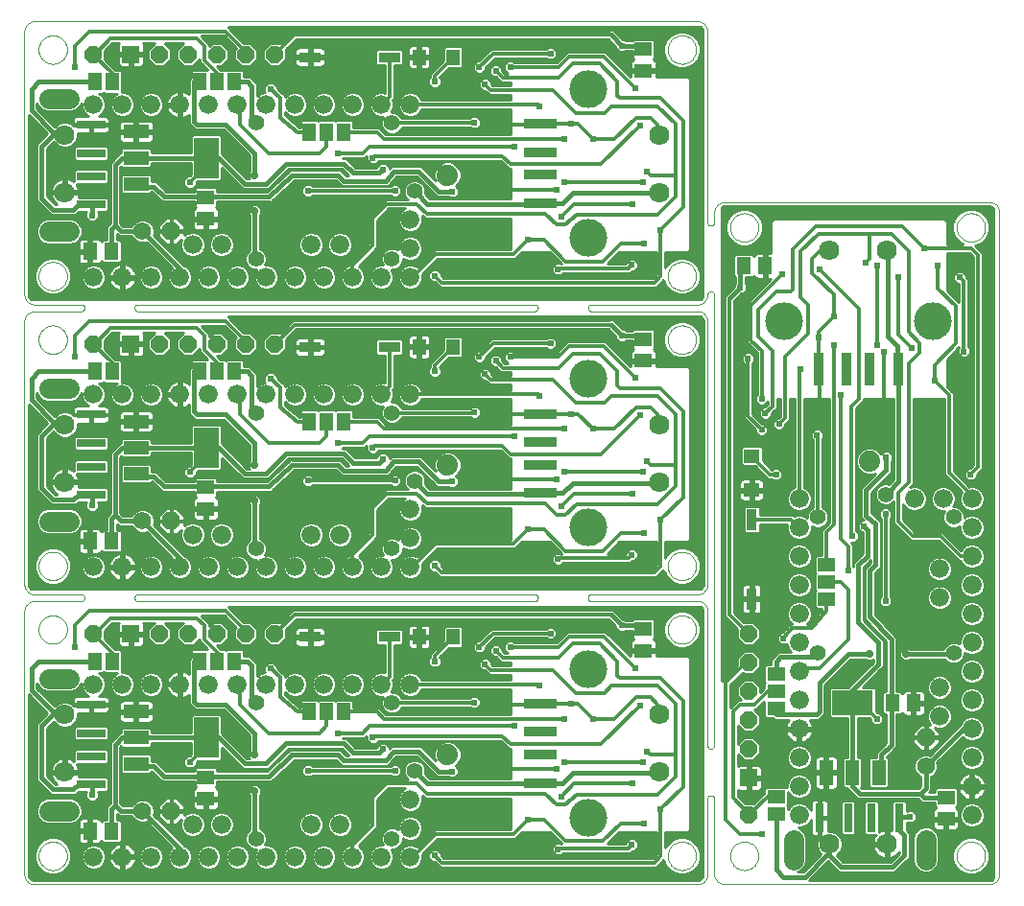
<source format=gtl>
G75*
%MOIN*%
%OFA0B0*%
%FSLAX24Y24*%
%IPPOS*%
%LPD*%
%AMOC8*
5,1,8,0,0,1.08239X$1,22.5*
%
%ADD10C,0.0000*%
%ADD11OC8,0.0620*%
%ADD12C,0.0620*%
%ADD13R,0.0591X0.0512*%
%ADD14R,0.0512X0.0591*%
%ADD15R,0.0760X0.0380*%
%ADD16R,0.0880X0.0480*%
%ADD17R,0.0866X0.1417*%
%ADD18R,0.1181X0.0354*%
%ADD19C,0.1310*%
%ADD20R,0.0472X0.0551*%
%ADD21C,0.0740*%
%ADD22C,0.0554*%
%ADD23C,0.0660*%
%ADD24C,0.0705*%
%ADD25OC8,0.0600*%
%ADD26R,0.0600X0.0600*%
%ADD27R,0.0984X0.0315*%
%ADD28C,0.0700*%
%ADD29R,0.0460X0.0630*%
%ADD30R,0.0380X0.0760*%
%ADD31R,0.0480X0.0880*%
%ADD32R,0.1417X0.0866*%
%ADD33R,0.0354X0.1181*%
%ADD34R,0.0551X0.0472*%
%ADD35R,0.0315X0.0984*%
%ADD36R,0.0630X0.0460*%
%ADD37C,0.0160*%
%ADD38C,0.0120*%
%ADD39C,0.0240*%
%ADD40C,0.0100*%
%ADD41OC8,0.0240*%
D10*
X006274Y005880D02*
X029286Y005880D01*
X029285Y005879D02*
X029322Y005885D01*
X029358Y005895D01*
X029393Y005909D01*
X029426Y005926D01*
X029458Y005946D01*
X029486Y005970D01*
X029513Y005997D01*
X029536Y006026D01*
X029556Y006057D01*
X029573Y006091D01*
X029586Y006126D01*
X029596Y006162D01*
X029601Y006199D01*
X029603Y006236D01*
X029601Y006273D01*
X029601Y006274D02*
X029601Y008853D01*
X029603Y008873D01*
X029608Y008893D01*
X029617Y008912D01*
X029629Y008929D01*
X029643Y008943D01*
X029660Y008955D01*
X029679Y008964D01*
X029699Y008969D01*
X029719Y008971D01*
X029739Y008969D01*
X029759Y008964D01*
X029778Y008955D01*
X029795Y008943D01*
X029809Y008929D01*
X029821Y008912D01*
X029830Y008893D01*
X029835Y008873D01*
X029837Y008853D01*
X029837Y006195D01*
X029846Y006158D01*
X029858Y006122D01*
X029874Y006087D01*
X029893Y006053D01*
X029915Y006022D01*
X029940Y005993D01*
X029968Y005967D01*
X029998Y005944D01*
X030031Y005924D01*
X030065Y005907D01*
X030101Y005893D01*
X030138Y005883D01*
X030176Y005877D01*
X030214Y005874D01*
X030252Y005875D01*
X030290Y005880D01*
X039423Y005880D01*
X039423Y005879D02*
X039460Y005885D01*
X039496Y005895D01*
X039531Y005909D01*
X039564Y005926D01*
X039596Y005946D01*
X039624Y005970D01*
X039651Y005997D01*
X039674Y006026D01*
X039694Y006057D01*
X039711Y006091D01*
X039724Y006126D01*
X039734Y006162D01*
X039739Y006199D01*
X039741Y006236D01*
X039739Y006273D01*
X039738Y006274D02*
X039738Y029286D01*
X039739Y029285D02*
X039733Y029322D01*
X039723Y029358D01*
X039709Y029393D01*
X039692Y029426D01*
X039672Y029458D01*
X039648Y029486D01*
X039621Y029513D01*
X039592Y029536D01*
X039561Y029556D01*
X039527Y029573D01*
X039492Y029586D01*
X039456Y029596D01*
X039419Y029601D01*
X039382Y029603D01*
X039345Y029601D01*
X030211Y029601D01*
X030174Y029598D01*
X030136Y029592D01*
X030100Y029581D01*
X030065Y029568D01*
X030031Y029551D01*
X030000Y029531D01*
X029970Y029507D01*
X029943Y029481D01*
X029918Y029453D01*
X029896Y029422D01*
X029878Y029389D01*
X029863Y029355D01*
X029851Y029319D01*
X029843Y029282D01*
X029838Y029245D01*
X029837Y029207D01*
X029837Y028892D01*
X029835Y028872D01*
X029830Y028852D01*
X029821Y028833D01*
X029809Y028816D01*
X029795Y028802D01*
X029778Y028790D01*
X029759Y028781D01*
X029739Y028776D01*
X029719Y028774D01*
X029699Y028776D01*
X029679Y028781D01*
X029660Y028790D01*
X029643Y028802D01*
X029629Y028816D01*
X029617Y028833D01*
X029608Y028852D01*
X029603Y028872D01*
X029601Y028892D01*
X029601Y035565D01*
X029595Y035602D01*
X029585Y035638D01*
X029571Y035673D01*
X029554Y035706D01*
X029534Y035738D01*
X029510Y035766D01*
X029483Y035793D01*
X029454Y035816D01*
X029423Y035836D01*
X029389Y035853D01*
X029354Y035866D01*
X029318Y035876D01*
X029281Y035881D01*
X029244Y035883D01*
X029207Y035881D01*
X029207Y035880D02*
X006195Y035880D01*
X006195Y035881D02*
X006158Y035875D01*
X006122Y035865D01*
X006087Y035851D01*
X006054Y035834D01*
X006022Y035814D01*
X005994Y035790D01*
X005967Y035763D01*
X005944Y035734D01*
X005924Y035703D01*
X005907Y035669D01*
X005894Y035634D01*
X005884Y035598D01*
X005879Y035561D01*
X005877Y035524D01*
X005879Y035487D01*
X005880Y035486D02*
X005880Y026353D01*
X005879Y026353D02*
X005885Y026318D01*
X005894Y026284D01*
X005906Y026251D01*
X005921Y026220D01*
X005940Y026190D01*
X005961Y026162D01*
X005985Y026136D01*
X006011Y026113D01*
X006039Y026093D01*
X006070Y026075D01*
X006102Y026060D01*
X006135Y026049D01*
X006169Y026041D01*
X006203Y026036D01*
X006238Y026035D01*
X006273Y026037D01*
X006274Y026038D02*
X007849Y026038D01*
X007869Y026036D01*
X007889Y026031D01*
X007908Y026022D01*
X007925Y026010D01*
X007939Y025996D01*
X007951Y025979D01*
X007960Y025960D01*
X007965Y025940D01*
X007967Y025920D01*
X007965Y025900D01*
X007960Y025880D01*
X007951Y025861D01*
X007939Y025844D01*
X007925Y025830D01*
X007908Y025818D01*
X007889Y025809D01*
X007869Y025804D01*
X007849Y025802D01*
X007849Y025801D02*
X006195Y025801D01*
X006195Y025802D02*
X006158Y025796D01*
X006122Y025786D01*
X006087Y025772D01*
X006054Y025755D01*
X006022Y025735D01*
X005994Y025711D01*
X005967Y025684D01*
X005944Y025655D01*
X005924Y025624D01*
X005907Y025590D01*
X005894Y025555D01*
X005884Y025519D01*
X005879Y025482D01*
X005877Y025445D01*
X005879Y025408D01*
X005880Y025408D02*
X005880Y016274D01*
X005879Y016274D02*
X005885Y016239D01*
X005894Y016205D01*
X005906Y016172D01*
X005921Y016141D01*
X005940Y016111D01*
X005961Y016083D01*
X005985Y016057D01*
X006011Y016034D01*
X006039Y016014D01*
X006070Y015996D01*
X006102Y015981D01*
X006135Y015970D01*
X006169Y015962D01*
X006203Y015957D01*
X006238Y015956D01*
X006273Y015958D01*
X006274Y015959D02*
X007849Y015959D01*
X007869Y015957D01*
X007889Y015952D01*
X007908Y015943D01*
X007925Y015931D01*
X007939Y015917D01*
X007951Y015900D01*
X007960Y015881D01*
X007965Y015861D01*
X007967Y015841D01*
X007965Y015821D01*
X007960Y015801D01*
X007951Y015782D01*
X007939Y015765D01*
X007925Y015751D01*
X007908Y015739D01*
X007889Y015730D01*
X007869Y015725D01*
X007849Y015723D01*
X006195Y015723D01*
X006158Y015717D01*
X006122Y015707D01*
X006087Y015693D01*
X006054Y015676D01*
X006022Y015656D01*
X005994Y015632D01*
X005967Y015605D01*
X005944Y015576D01*
X005924Y015545D01*
X005907Y015511D01*
X005894Y015476D01*
X005884Y015440D01*
X005879Y015403D01*
X005877Y015366D01*
X005879Y015329D01*
X005880Y015329D02*
X005880Y006195D01*
X005879Y006195D02*
X005885Y006160D01*
X005894Y006126D01*
X005906Y006093D01*
X005921Y006062D01*
X005940Y006032D01*
X005961Y006004D01*
X005985Y005978D01*
X006011Y005955D01*
X006039Y005935D01*
X006070Y005917D01*
X006102Y005902D01*
X006135Y005891D01*
X006169Y005883D01*
X006203Y005878D01*
X006238Y005877D01*
X006273Y005879D01*
X006372Y006864D02*
X006374Y006908D01*
X006380Y006952D01*
X006390Y006995D01*
X006403Y007037D01*
X006421Y007077D01*
X006442Y007116D01*
X006466Y007153D01*
X006493Y007188D01*
X006524Y007220D01*
X006557Y007249D01*
X006593Y007275D01*
X006631Y007297D01*
X006671Y007316D01*
X006712Y007332D01*
X006755Y007344D01*
X006798Y007352D01*
X006842Y007356D01*
X006886Y007356D01*
X006930Y007352D01*
X006973Y007344D01*
X007016Y007332D01*
X007057Y007316D01*
X007097Y007297D01*
X007135Y007275D01*
X007171Y007249D01*
X007204Y007220D01*
X007235Y007188D01*
X007262Y007153D01*
X007286Y007116D01*
X007307Y007077D01*
X007325Y007037D01*
X007338Y006995D01*
X007348Y006952D01*
X007354Y006908D01*
X007356Y006864D01*
X007354Y006820D01*
X007348Y006776D01*
X007338Y006733D01*
X007325Y006691D01*
X007307Y006651D01*
X007286Y006612D01*
X007262Y006575D01*
X007235Y006540D01*
X007204Y006508D01*
X007171Y006479D01*
X007135Y006453D01*
X007097Y006431D01*
X007057Y006412D01*
X007016Y006396D01*
X006973Y006384D01*
X006930Y006376D01*
X006886Y006372D01*
X006842Y006372D01*
X006798Y006376D01*
X006755Y006384D01*
X006712Y006396D01*
X006671Y006412D01*
X006631Y006431D01*
X006593Y006453D01*
X006557Y006479D01*
X006524Y006508D01*
X006493Y006540D01*
X006466Y006575D01*
X006442Y006612D01*
X006421Y006651D01*
X006403Y006691D01*
X006390Y006733D01*
X006380Y006776D01*
X006374Y006820D01*
X006372Y006864D01*
X006609Y008427D02*
X006611Y008452D01*
X006617Y008476D01*
X006626Y008498D01*
X006639Y008519D01*
X006655Y008538D01*
X006674Y008554D01*
X006695Y008567D01*
X006717Y008576D01*
X006741Y008582D01*
X006766Y008584D01*
X006791Y008582D01*
X006815Y008576D01*
X006837Y008567D01*
X006858Y008554D01*
X006877Y008538D01*
X006893Y008519D01*
X006906Y008498D01*
X006915Y008476D01*
X006921Y008452D01*
X006923Y008427D01*
X006921Y008402D01*
X006915Y008378D01*
X006906Y008356D01*
X006893Y008335D01*
X006877Y008316D01*
X006858Y008300D01*
X006837Y008287D01*
X006815Y008278D01*
X006791Y008272D01*
X006766Y008270D01*
X006741Y008272D01*
X006717Y008278D01*
X006695Y008287D01*
X006674Y008300D01*
X006655Y008316D01*
X006639Y008335D01*
X006626Y008356D01*
X006617Y008378D01*
X006611Y008402D01*
X006609Y008427D01*
X006766Y008427D02*
X006768Y008452D01*
X006774Y008476D01*
X006783Y008498D01*
X006796Y008519D01*
X006812Y008538D01*
X006831Y008554D01*
X006852Y008567D01*
X006874Y008576D01*
X006898Y008582D01*
X006923Y008584D01*
X006948Y008582D01*
X006972Y008576D01*
X006994Y008567D01*
X007015Y008554D01*
X007034Y008538D01*
X007050Y008519D01*
X007063Y008498D01*
X007072Y008476D01*
X007078Y008452D01*
X007080Y008427D01*
X007078Y008402D01*
X007072Y008378D01*
X007063Y008356D01*
X007050Y008335D01*
X007034Y008316D01*
X007015Y008300D01*
X006994Y008287D01*
X006972Y008278D01*
X006948Y008272D01*
X006923Y008270D01*
X006898Y008272D01*
X006874Y008278D01*
X006852Y008287D01*
X006831Y008300D01*
X006812Y008316D01*
X006796Y008335D01*
X006783Y008356D01*
X006774Y008378D01*
X006768Y008402D01*
X006766Y008427D01*
X007081Y008427D02*
X007083Y008452D01*
X007089Y008476D01*
X007098Y008498D01*
X007111Y008519D01*
X007127Y008538D01*
X007146Y008554D01*
X007167Y008567D01*
X007189Y008576D01*
X007213Y008582D01*
X007238Y008584D01*
X007263Y008582D01*
X007287Y008576D01*
X007309Y008567D01*
X007330Y008554D01*
X007349Y008538D01*
X007365Y008519D01*
X007378Y008498D01*
X007387Y008476D01*
X007393Y008452D01*
X007395Y008427D01*
X007393Y008402D01*
X007387Y008378D01*
X007378Y008356D01*
X007365Y008335D01*
X007349Y008316D01*
X007330Y008300D01*
X007309Y008287D01*
X007287Y008278D01*
X007263Y008272D01*
X007238Y008270D01*
X007213Y008272D01*
X007189Y008278D01*
X007167Y008287D01*
X007146Y008300D01*
X007127Y008316D01*
X007111Y008335D01*
X007098Y008356D01*
X007089Y008378D01*
X007083Y008402D01*
X007081Y008427D01*
X007239Y008427D02*
X007241Y008452D01*
X007247Y008476D01*
X007256Y008498D01*
X007269Y008519D01*
X007285Y008538D01*
X007304Y008554D01*
X007325Y008567D01*
X007347Y008576D01*
X007371Y008582D01*
X007396Y008584D01*
X007421Y008582D01*
X007445Y008576D01*
X007467Y008567D01*
X007488Y008554D01*
X007507Y008538D01*
X007523Y008519D01*
X007536Y008498D01*
X007545Y008476D01*
X007551Y008452D01*
X007553Y008427D01*
X007551Y008402D01*
X007545Y008378D01*
X007536Y008356D01*
X007523Y008335D01*
X007507Y008316D01*
X007488Y008300D01*
X007467Y008287D01*
X007445Y008278D01*
X007421Y008272D01*
X007396Y008270D01*
X007371Y008272D01*
X007347Y008278D01*
X007325Y008287D01*
X007304Y008300D01*
X007285Y008316D01*
X007269Y008335D01*
X007256Y008356D01*
X007247Y008378D01*
X007241Y008402D01*
X007239Y008427D01*
X007081Y013033D02*
X007083Y013058D01*
X007089Y013082D01*
X007098Y013104D01*
X007111Y013125D01*
X007127Y013144D01*
X007146Y013160D01*
X007167Y013173D01*
X007189Y013182D01*
X007213Y013188D01*
X007238Y013190D01*
X007263Y013188D01*
X007287Y013182D01*
X007309Y013173D01*
X007330Y013160D01*
X007349Y013144D01*
X007365Y013125D01*
X007378Y013104D01*
X007387Y013082D01*
X007393Y013058D01*
X007395Y013033D01*
X007393Y013008D01*
X007387Y012984D01*
X007378Y012962D01*
X007365Y012941D01*
X007349Y012922D01*
X007330Y012906D01*
X007309Y012893D01*
X007287Y012884D01*
X007263Y012878D01*
X007238Y012876D01*
X007213Y012878D01*
X007189Y012884D01*
X007167Y012893D01*
X007146Y012906D01*
X007127Y012922D01*
X007111Y012941D01*
X007098Y012962D01*
X007089Y012984D01*
X007083Y013008D01*
X007081Y013033D01*
X006766Y013033D02*
X006768Y013058D01*
X006774Y013082D01*
X006783Y013104D01*
X006796Y013125D01*
X006812Y013144D01*
X006831Y013160D01*
X006852Y013173D01*
X006874Y013182D01*
X006898Y013188D01*
X006923Y013190D01*
X006948Y013188D01*
X006972Y013182D01*
X006994Y013173D01*
X007015Y013160D01*
X007034Y013144D01*
X007050Y013125D01*
X007063Y013104D01*
X007072Y013082D01*
X007078Y013058D01*
X007080Y013033D01*
X007078Y013008D01*
X007072Y012984D01*
X007063Y012962D01*
X007050Y012941D01*
X007034Y012922D01*
X007015Y012906D01*
X006994Y012893D01*
X006972Y012884D01*
X006948Y012878D01*
X006923Y012876D01*
X006898Y012878D01*
X006874Y012884D01*
X006852Y012893D01*
X006831Y012906D01*
X006812Y012922D01*
X006796Y012941D01*
X006783Y012962D01*
X006774Y012984D01*
X006768Y013008D01*
X006766Y013033D01*
X006609Y013033D02*
X006611Y013058D01*
X006617Y013082D01*
X006626Y013104D01*
X006639Y013125D01*
X006655Y013144D01*
X006674Y013160D01*
X006695Y013173D01*
X006717Y013182D01*
X006741Y013188D01*
X006766Y013190D01*
X006791Y013188D01*
X006815Y013182D01*
X006837Y013173D01*
X006858Y013160D01*
X006877Y013144D01*
X006893Y013125D01*
X006906Y013104D01*
X006915Y013082D01*
X006921Y013058D01*
X006923Y013033D01*
X006921Y013008D01*
X006915Y012984D01*
X006906Y012962D01*
X006893Y012941D01*
X006877Y012922D01*
X006858Y012906D01*
X006837Y012893D01*
X006815Y012884D01*
X006791Y012878D01*
X006766Y012876D01*
X006741Y012878D01*
X006717Y012884D01*
X006695Y012893D01*
X006674Y012906D01*
X006655Y012922D01*
X006639Y012941D01*
X006626Y012962D01*
X006617Y012984D01*
X006611Y013008D01*
X006609Y013033D01*
X007239Y013033D02*
X007241Y013058D01*
X007247Y013082D01*
X007256Y013104D01*
X007269Y013125D01*
X007285Y013144D01*
X007304Y013160D01*
X007325Y013173D01*
X007347Y013182D01*
X007371Y013188D01*
X007396Y013190D01*
X007421Y013188D01*
X007445Y013182D01*
X007467Y013173D01*
X007488Y013160D01*
X007507Y013144D01*
X007523Y013125D01*
X007536Y013104D01*
X007545Y013082D01*
X007551Y013058D01*
X007553Y013033D01*
X007551Y013008D01*
X007545Y012984D01*
X007536Y012962D01*
X007523Y012941D01*
X007507Y012922D01*
X007488Y012906D01*
X007467Y012893D01*
X007445Y012884D01*
X007421Y012878D01*
X007396Y012876D01*
X007371Y012878D01*
X007347Y012884D01*
X007325Y012893D01*
X007304Y012906D01*
X007285Y012922D01*
X007269Y012941D01*
X007256Y012962D01*
X007247Y012984D01*
X007241Y013008D01*
X007239Y013033D01*
X006372Y014738D02*
X006374Y014782D01*
X006380Y014826D01*
X006390Y014869D01*
X006403Y014911D01*
X006421Y014951D01*
X006442Y014990D01*
X006466Y015027D01*
X006493Y015062D01*
X006524Y015094D01*
X006557Y015123D01*
X006593Y015149D01*
X006631Y015171D01*
X006671Y015190D01*
X006712Y015206D01*
X006755Y015218D01*
X006798Y015226D01*
X006842Y015230D01*
X006886Y015230D01*
X006930Y015226D01*
X006973Y015218D01*
X007016Y015206D01*
X007057Y015190D01*
X007097Y015171D01*
X007135Y015149D01*
X007171Y015123D01*
X007204Y015094D01*
X007235Y015062D01*
X007262Y015027D01*
X007286Y014990D01*
X007307Y014951D01*
X007325Y014911D01*
X007338Y014869D01*
X007348Y014826D01*
X007354Y014782D01*
X007356Y014738D01*
X007354Y014694D01*
X007348Y014650D01*
X007338Y014607D01*
X007325Y014565D01*
X007307Y014525D01*
X007286Y014486D01*
X007262Y014449D01*
X007235Y014414D01*
X007204Y014382D01*
X007171Y014353D01*
X007135Y014327D01*
X007097Y014305D01*
X007057Y014286D01*
X007016Y014270D01*
X006973Y014258D01*
X006930Y014250D01*
X006886Y014246D01*
X006842Y014246D01*
X006798Y014250D01*
X006755Y014258D01*
X006712Y014270D01*
X006671Y014286D01*
X006631Y014305D01*
X006593Y014327D01*
X006557Y014353D01*
X006524Y014382D01*
X006493Y014414D01*
X006466Y014449D01*
X006442Y014486D01*
X006421Y014525D01*
X006403Y014565D01*
X006390Y014607D01*
X006380Y014650D01*
X006374Y014694D01*
X006372Y014738D01*
X006372Y016943D02*
X006374Y016987D01*
X006380Y017031D01*
X006390Y017074D01*
X006403Y017116D01*
X006421Y017156D01*
X006442Y017195D01*
X006466Y017232D01*
X006493Y017267D01*
X006524Y017299D01*
X006557Y017328D01*
X006593Y017354D01*
X006631Y017376D01*
X006671Y017395D01*
X006712Y017411D01*
X006755Y017423D01*
X006798Y017431D01*
X006842Y017435D01*
X006886Y017435D01*
X006930Y017431D01*
X006973Y017423D01*
X007016Y017411D01*
X007057Y017395D01*
X007097Y017376D01*
X007135Y017354D01*
X007171Y017328D01*
X007204Y017299D01*
X007235Y017267D01*
X007262Y017232D01*
X007286Y017195D01*
X007307Y017156D01*
X007325Y017116D01*
X007338Y017074D01*
X007348Y017031D01*
X007354Y016987D01*
X007356Y016943D01*
X007354Y016899D01*
X007348Y016855D01*
X007338Y016812D01*
X007325Y016770D01*
X007307Y016730D01*
X007286Y016691D01*
X007262Y016654D01*
X007235Y016619D01*
X007204Y016587D01*
X007171Y016558D01*
X007135Y016532D01*
X007097Y016510D01*
X007057Y016491D01*
X007016Y016475D01*
X006973Y016463D01*
X006930Y016455D01*
X006886Y016451D01*
X006842Y016451D01*
X006798Y016455D01*
X006755Y016463D01*
X006712Y016475D01*
X006671Y016491D01*
X006631Y016510D01*
X006593Y016532D01*
X006557Y016558D01*
X006524Y016587D01*
X006493Y016619D01*
X006466Y016654D01*
X006442Y016691D01*
X006421Y016730D01*
X006403Y016770D01*
X006390Y016812D01*
X006380Y016855D01*
X006374Y016899D01*
X006372Y016943D01*
X006609Y018506D02*
X006611Y018531D01*
X006617Y018555D01*
X006626Y018577D01*
X006639Y018598D01*
X006655Y018617D01*
X006674Y018633D01*
X006695Y018646D01*
X006717Y018655D01*
X006741Y018661D01*
X006766Y018663D01*
X006791Y018661D01*
X006815Y018655D01*
X006837Y018646D01*
X006858Y018633D01*
X006877Y018617D01*
X006893Y018598D01*
X006906Y018577D01*
X006915Y018555D01*
X006921Y018531D01*
X006923Y018506D01*
X006921Y018481D01*
X006915Y018457D01*
X006906Y018435D01*
X006893Y018414D01*
X006877Y018395D01*
X006858Y018379D01*
X006837Y018366D01*
X006815Y018357D01*
X006791Y018351D01*
X006766Y018349D01*
X006741Y018351D01*
X006717Y018357D01*
X006695Y018366D01*
X006674Y018379D01*
X006655Y018395D01*
X006639Y018414D01*
X006626Y018435D01*
X006617Y018457D01*
X006611Y018481D01*
X006609Y018506D01*
X006766Y018506D02*
X006768Y018531D01*
X006774Y018555D01*
X006783Y018577D01*
X006796Y018598D01*
X006812Y018617D01*
X006831Y018633D01*
X006852Y018646D01*
X006874Y018655D01*
X006898Y018661D01*
X006923Y018663D01*
X006948Y018661D01*
X006972Y018655D01*
X006994Y018646D01*
X007015Y018633D01*
X007034Y018617D01*
X007050Y018598D01*
X007063Y018577D01*
X007072Y018555D01*
X007078Y018531D01*
X007080Y018506D01*
X007078Y018481D01*
X007072Y018457D01*
X007063Y018435D01*
X007050Y018414D01*
X007034Y018395D01*
X007015Y018379D01*
X006994Y018366D01*
X006972Y018357D01*
X006948Y018351D01*
X006923Y018349D01*
X006898Y018351D01*
X006874Y018357D01*
X006852Y018366D01*
X006831Y018379D01*
X006812Y018395D01*
X006796Y018414D01*
X006783Y018435D01*
X006774Y018457D01*
X006768Y018481D01*
X006766Y018506D01*
X007081Y018506D02*
X007083Y018531D01*
X007089Y018555D01*
X007098Y018577D01*
X007111Y018598D01*
X007127Y018617D01*
X007146Y018633D01*
X007167Y018646D01*
X007189Y018655D01*
X007213Y018661D01*
X007238Y018663D01*
X007263Y018661D01*
X007287Y018655D01*
X007309Y018646D01*
X007330Y018633D01*
X007349Y018617D01*
X007365Y018598D01*
X007378Y018577D01*
X007387Y018555D01*
X007393Y018531D01*
X007395Y018506D01*
X007393Y018481D01*
X007387Y018457D01*
X007378Y018435D01*
X007365Y018414D01*
X007349Y018395D01*
X007330Y018379D01*
X007309Y018366D01*
X007287Y018357D01*
X007263Y018351D01*
X007238Y018349D01*
X007213Y018351D01*
X007189Y018357D01*
X007167Y018366D01*
X007146Y018379D01*
X007127Y018395D01*
X007111Y018414D01*
X007098Y018435D01*
X007089Y018457D01*
X007083Y018481D01*
X007081Y018506D01*
X007239Y018506D02*
X007241Y018531D01*
X007247Y018555D01*
X007256Y018577D01*
X007269Y018598D01*
X007285Y018617D01*
X007304Y018633D01*
X007325Y018646D01*
X007347Y018655D01*
X007371Y018661D01*
X007396Y018663D01*
X007421Y018661D01*
X007445Y018655D01*
X007467Y018646D01*
X007488Y018633D01*
X007507Y018617D01*
X007523Y018598D01*
X007536Y018577D01*
X007545Y018555D01*
X007551Y018531D01*
X007553Y018506D01*
X007551Y018481D01*
X007545Y018457D01*
X007536Y018435D01*
X007523Y018414D01*
X007507Y018395D01*
X007488Y018379D01*
X007467Y018366D01*
X007445Y018357D01*
X007421Y018351D01*
X007396Y018349D01*
X007371Y018351D01*
X007347Y018357D01*
X007325Y018366D01*
X007304Y018379D01*
X007285Y018395D01*
X007269Y018414D01*
X007256Y018435D01*
X007247Y018457D01*
X007241Y018481D01*
X007239Y018506D01*
X009817Y015959D02*
X023597Y015959D01*
X023617Y015957D01*
X023637Y015952D01*
X023656Y015943D01*
X023673Y015931D01*
X023687Y015917D01*
X023699Y015900D01*
X023708Y015881D01*
X023713Y015861D01*
X023715Y015841D01*
X023713Y015821D01*
X023708Y015801D01*
X023699Y015782D01*
X023687Y015765D01*
X023673Y015751D01*
X023656Y015739D01*
X023637Y015730D01*
X023617Y015725D01*
X023597Y015723D01*
X009817Y015723D01*
X009797Y015725D01*
X009777Y015730D01*
X009758Y015739D01*
X009741Y015751D01*
X009727Y015765D01*
X009715Y015782D01*
X009706Y015801D01*
X009701Y015821D01*
X009699Y015841D01*
X009701Y015861D01*
X009706Y015881D01*
X009715Y015900D01*
X009727Y015917D01*
X009741Y015931D01*
X009758Y015943D01*
X009777Y015952D01*
X009797Y015957D01*
X009817Y015959D01*
X007239Y023112D02*
X007241Y023137D01*
X007247Y023161D01*
X007256Y023183D01*
X007269Y023204D01*
X007285Y023223D01*
X007304Y023239D01*
X007325Y023252D01*
X007347Y023261D01*
X007371Y023267D01*
X007396Y023269D01*
X007421Y023267D01*
X007445Y023261D01*
X007467Y023252D01*
X007488Y023239D01*
X007507Y023223D01*
X007523Y023204D01*
X007536Y023183D01*
X007545Y023161D01*
X007551Y023137D01*
X007553Y023112D01*
X007551Y023087D01*
X007545Y023063D01*
X007536Y023041D01*
X007523Y023020D01*
X007507Y023001D01*
X007488Y022985D01*
X007467Y022972D01*
X007445Y022963D01*
X007421Y022957D01*
X007396Y022955D01*
X007371Y022957D01*
X007347Y022963D01*
X007325Y022972D01*
X007304Y022985D01*
X007285Y023001D01*
X007269Y023020D01*
X007256Y023041D01*
X007247Y023063D01*
X007241Y023087D01*
X007239Y023112D01*
X007081Y023112D02*
X007083Y023137D01*
X007089Y023161D01*
X007098Y023183D01*
X007111Y023204D01*
X007127Y023223D01*
X007146Y023239D01*
X007167Y023252D01*
X007189Y023261D01*
X007213Y023267D01*
X007238Y023269D01*
X007263Y023267D01*
X007287Y023261D01*
X007309Y023252D01*
X007330Y023239D01*
X007349Y023223D01*
X007365Y023204D01*
X007378Y023183D01*
X007387Y023161D01*
X007393Y023137D01*
X007395Y023112D01*
X007393Y023087D01*
X007387Y023063D01*
X007378Y023041D01*
X007365Y023020D01*
X007349Y023001D01*
X007330Y022985D01*
X007309Y022972D01*
X007287Y022963D01*
X007263Y022957D01*
X007238Y022955D01*
X007213Y022957D01*
X007189Y022963D01*
X007167Y022972D01*
X007146Y022985D01*
X007127Y023001D01*
X007111Y023020D01*
X007098Y023041D01*
X007089Y023063D01*
X007083Y023087D01*
X007081Y023112D01*
X006766Y023112D02*
X006768Y023137D01*
X006774Y023161D01*
X006783Y023183D01*
X006796Y023204D01*
X006812Y023223D01*
X006831Y023239D01*
X006852Y023252D01*
X006874Y023261D01*
X006898Y023267D01*
X006923Y023269D01*
X006948Y023267D01*
X006972Y023261D01*
X006994Y023252D01*
X007015Y023239D01*
X007034Y023223D01*
X007050Y023204D01*
X007063Y023183D01*
X007072Y023161D01*
X007078Y023137D01*
X007080Y023112D01*
X007078Y023087D01*
X007072Y023063D01*
X007063Y023041D01*
X007050Y023020D01*
X007034Y023001D01*
X007015Y022985D01*
X006994Y022972D01*
X006972Y022963D01*
X006948Y022957D01*
X006923Y022955D01*
X006898Y022957D01*
X006874Y022963D01*
X006852Y022972D01*
X006831Y022985D01*
X006812Y023001D01*
X006796Y023020D01*
X006783Y023041D01*
X006774Y023063D01*
X006768Y023087D01*
X006766Y023112D01*
X006609Y023112D02*
X006611Y023137D01*
X006617Y023161D01*
X006626Y023183D01*
X006639Y023204D01*
X006655Y023223D01*
X006674Y023239D01*
X006695Y023252D01*
X006717Y023261D01*
X006741Y023267D01*
X006766Y023269D01*
X006791Y023267D01*
X006815Y023261D01*
X006837Y023252D01*
X006858Y023239D01*
X006877Y023223D01*
X006893Y023204D01*
X006906Y023183D01*
X006915Y023161D01*
X006921Y023137D01*
X006923Y023112D01*
X006921Y023087D01*
X006915Y023063D01*
X006906Y023041D01*
X006893Y023020D01*
X006877Y023001D01*
X006858Y022985D01*
X006837Y022972D01*
X006815Y022963D01*
X006791Y022957D01*
X006766Y022955D01*
X006741Y022957D01*
X006717Y022963D01*
X006695Y022972D01*
X006674Y022985D01*
X006655Y023001D01*
X006639Y023020D01*
X006626Y023041D01*
X006617Y023063D01*
X006611Y023087D01*
X006609Y023112D01*
X006372Y024817D02*
X006374Y024861D01*
X006380Y024905D01*
X006390Y024948D01*
X006403Y024990D01*
X006421Y025030D01*
X006442Y025069D01*
X006466Y025106D01*
X006493Y025141D01*
X006524Y025173D01*
X006557Y025202D01*
X006593Y025228D01*
X006631Y025250D01*
X006671Y025269D01*
X006712Y025285D01*
X006755Y025297D01*
X006798Y025305D01*
X006842Y025309D01*
X006886Y025309D01*
X006930Y025305D01*
X006973Y025297D01*
X007016Y025285D01*
X007057Y025269D01*
X007097Y025250D01*
X007135Y025228D01*
X007171Y025202D01*
X007204Y025173D01*
X007235Y025141D01*
X007262Y025106D01*
X007286Y025069D01*
X007307Y025030D01*
X007325Y024990D01*
X007338Y024948D01*
X007348Y024905D01*
X007354Y024861D01*
X007356Y024817D01*
X007354Y024773D01*
X007348Y024729D01*
X007338Y024686D01*
X007325Y024644D01*
X007307Y024604D01*
X007286Y024565D01*
X007262Y024528D01*
X007235Y024493D01*
X007204Y024461D01*
X007171Y024432D01*
X007135Y024406D01*
X007097Y024384D01*
X007057Y024365D01*
X007016Y024349D01*
X006973Y024337D01*
X006930Y024329D01*
X006886Y024325D01*
X006842Y024325D01*
X006798Y024329D01*
X006755Y024337D01*
X006712Y024349D01*
X006671Y024365D01*
X006631Y024384D01*
X006593Y024406D01*
X006557Y024432D01*
X006524Y024461D01*
X006493Y024493D01*
X006466Y024528D01*
X006442Y024565D01*
X006421Y024604D01*
X006403Y024644D01*
X006390Y024686D01*
X006380Y024729D01*
X006374Y024773D01*
X006372Y024817D01*
X006372Y027022D02*
X006374Y027066D01*
X006380Y027110D01*
X006390Y027153D01*
X006403Y027195D01*
X006421Y027235D01*
X006442Y027274D01*
X006466Y027311D01*
X006493Y027346D01*
X006524Y027378D01*
X006557Y027407D01*
X006593Y027433D01*
X006631Y027455D01*
X006671Y027474D01*
X006712Y027490D01*
X006755Y027502D01*
X006798Y027510D01*
X006842Y027514D01*
X006886Y027514D01*
X006930Y027510D01*
X006973Y027502D01*
X007016Y027490D01*
X007057Y027474D01*
X007097Y027455D01*
X007135Y027433D01*
X007171Y027407D01*
X007204Y027378D01*
X007235Y027346D01*
X007262Y027311D01*
X007286Y027274D01*
X007307Y027235D01*
X007325Y027195D01*
X007338Y027153D01*
X007348Y027110D01*
X007354Y027066D01*
X007356Y027022D01*
X007354Y026978D01*
X007348Y026934D01*
X007338Y026891D01*
X007325Y026849D01*
X007307Y026809D01*
X007286Y026770D01*
X007262Y026733D01*
X007235Y026698D01*
X007204Y026666D01*
X007171Y026637D01*
X007135Y026611D01*
X007097Y026589D01*
X007057Y026570D01*
X007016Y026554D01*
X006973Y026542D01*
X006930Y026534D01*
X006886Y026530D01*
X006842Y026530D01*
X006798Y026534D01*
X006755Y026542D01*
X006712Y026554D01*
X006671Y026570D01*
X006631Y026589D01*
X006593Y026611D01*
X006557Y026637D01*
X006524Y026666D01*
X006493Y026698D01*
X006466Y026733D01*
X006442Y026770D01*
X006421Y026809D01*
X006403Y026849D01*
X006390Y026891D01*
X006380Y026934D01*
X006374Y026978D01*
X006372Y027022D01*
X006609Y028584D02*
X006611Y028609D01*
X006617Y028633D01*
X006626Y028655D01*
X006639Y028676D01*
X006655Y028695D01*
X006674Y028711D01*
X006695Y028724D01*
X006717Y028733D01*
X006741Y028739D01*
X006766Y028741D01*
X006791Y028739D01*
X006815Y028733D01*
X006837Y028724D01*
X006858Y028711D01*
X006877Y028695D01*
X006893Y028676D01*
X006906Y028655D01*
X006915Y028633D01*
X006921Y028609D01*
X006923Y028584D01*
X006921Y028559D01*
X006915Y028535D01*
X006906Y028513D01*
X006893Y028492D01*
X006877Y028473D01*
X006858Y028457D01*
X006837Y028444D01*
X006815Y028435D01*
X006791Y028429D01*
X006766Y028427D01*
X006741Y028429D01*
X006717Y028435D01*
X006695Y028444D01*
X006674Y028457D01*
X006655Y028473D01*
X006639Y028492D01*
X006626Y028513D01*
X006617Y028535D01*
X006611Y028559D01*
X006609Y028584D01*
X006766Y028584D02*
X006768Y028609D01*
X006774Y028633D01*
X006783Y028655D01*
X006796Y028676D01*
X006812Y028695D01*
X006831Y028711D01*
X006852Y028724D01*
X006874Y028733D01*
X006898Y028739D01*
X006923Y028741D01*
X006948Y028739D01*
X006972Y028733D01*
X006994Y028724D01*
X007015Y028711D01*
X007034Y028695D01*
X007050Y028676D01*
X007063Y028655D01*
X007072Y028633D01*
X007078Y028609D01*
X007080Y028584D01*
X007078Y028559D01*
X007072Y028535D01*
X007063Y028513D01*
X007050Y028492D01*
X007034Y028473D01*
X007015Y028457D01*
X006994Y028444D01*
X006972Y028435D01*
X006948Y028429D01*
X006923Y028427D01*
X006898Y028429D01*
X006874Y028435D01*
X006852Y028444D01*
X006831Y028457D01*
X006812Y028473D01*
X006796Y028492D01*
X006783Y028513D01*
X006774Y028535D01*
X006768Y028559D01*
X006766Y028584D01*
X007081Y028584D02*
X007083Y028609D01*
X007089Y028633D01*
X007098Y028655D01*
X007111Y028676D01*
X007127Y028695D01*
X007146Y028711D01*
X007167Y028724D01*
X007189Y028733D01*
X007213Y028739D01*
X007238Y028741D01*
X007263Y028739D01*
X007287Y028733D01*
X007309Y028724D01*
X007330Y028711D01*
X007349Y028695D01*
X007365Y028676D01*
X007378Y028655D01*
X007387Y028633D01*
X007393Y028609D01*
X007395Y028584D01*
X007393Y028559D01*
X007387Y028535D01*
X007378Y028513D01*
X007365Y028492D01*
X007349Y028473D01*
X007330Y028457D01*
X007309Y028444D01*
X007287Y028435D01*
X007263Y028429D01*
X007238Y028427D01*
X007213Y028429D01*
X007189Y028435D01*
X007167Y028444D01*
X007146Y028457D01*
X007127Y028473D01*
X007111Y028492D01*
X007098Y028513D01*
X007089Y028535D01*
X007083Y028559D01*
X007081Y028584D01*
X007239Y028584D02*
X007241Y028609D01*
X007247Y028633D01*
X007256Y028655D01*
X007269Y028676D01*
X007285Y028695D01*
X007304Y028711D01*
X007325Y028724D01*
X007347Y028733D01*
X007371Y028739D01*
X007396Y028741D01*
X007421Y028739D01*
X007445Y028733D01*
X007467Y028724D01*
X007488Y028711D01*
X007507Y028695D01*
X007523Y028676D01*
X007536Y028655D01*
X007545Y028633D01*
X007551Y028609D01*
X007553Y028584D01*
X007551Y028559D01*
X007545Y028535D01*
X007536Y028513D01*
X007523Y028492D01*
X007507Y028473D01*
X007488Y028457D01*
X007467Y028444D01*
X007445Y028435D01*
X007421Y028429D01*
X007396Y028427D01*
X007371Y028429D01*
X007347Y028435D01*
X007325Y028444D01*
X007304Y028457D01*
X007285Y028473D01*
X007269Y028492D01*
X007256Y028513D01*
X007247Y028535D01*
X007241Y028559D01*
X007239Y028584D01*
X009817Y026038D02*
X023597Y026038D01*
X023617Y026036D01*
X023637Y026031D01*
X023656Y026022D01*
X023673Y026010D01*
X023687Y025996D01*
X023699Y025979D01*
X023708Y025960D01*
X023713Y025940D01*
X023715Y025920D01*
X023713Y025900D01*
X023708Y025880D01*
X023699Y025861D01*
X023687Y025844D01*
X023673Y025830D01*
X023656Y025818D01*
X023637Y025809D01*
X023617Y025804D01*
X023597Y025802D01*
X023597Y025801D02*
X009817Y025801D01*
X009817Y025802D02*
X009797Y025804D01*
X009777Y025809D01*
X009758Y025818D01*
X009741Y025830D01*
X009727Y025844D01*
X009715Y025861D01*
X009706Y025880D01*
X009701Y025900D01*
X009699Y025920D01*
X009701Y025940D01*
X009706Y025960D01*
X009715Y025979D01*
X009727Y025996D01*
X009741Y026010D01*
X009758Y026022D01*
X009777Y026031D01*
X009797Y026036D01*
X009817Y026038D01*
X007239Y033191D02*
X007241Y033216D01*
X007247Y033240D01*
X007256Y033262D01*
X007269Y033283D01*
X007285Y033302D01*
X007304Y033318D01*
X007325Y033331D01*
X007347Y033340D01*
X007371Y033346D01*
X007396Y033348D01*
X007421Y033346D01*
X007445Y033340D01*
X007467Y033331D01*
X007488Y033318D01*
X007507Y033302D01*
X007523Y033283D01*
X007536Y033262D01*
X007545Y033240D01*
X007551Y033216D01*
X007553Y033191D01*
X007551Y033166D01*
X007545Y033142D01*
X007536Y033120D01*
X007523Y033099D01*
X007507Y033080D01*
X007488Y033064D01*
X007467Y033051D01*
X007445Y033042D01*
X007421Y033036D01*
X007396Y033034D01*
X007371Y033036D01*
X007347Y033042D01*
X007325Y033051D01*
X007304Y033064D01*
X007285Y033080D01*
X007269Y033099D01*
X007256Y033120D01*
X007247Y033142D01*
X007241Y033166D01*
X007239Y033191D01*
X007081Y033191D02*
X007083Y033216D01*
X007089Y033240D01*
X007098Y033262D01*
X007111Y033283D01*
X007127Y033302D01*
X007146Y033318D01*
X007167Y033331D01*
X007189Y033340D01*
X007213Y033346D01*
X007238Y033348D01*
X007263Y033346D01*
X007287Y033340D01*
X007309Y033331D01*
X007330Y033318D01*
X007349Y033302D01*
X007365Y033283D01*
X007378Y033262D01*
X007387Y033240D01*
X007393Y033216D01*
X007395Y033191D01*
X007393Y033166D01*
X007387Y033142D01*
X007378Y033120D01*
X007365Y033099D01*
X007349Y033080D01*
X007330Y033064D01*
X007309Y033051D01*
X007287Y033042D01*
X007263Y033036D01*
X007238Y033034D01*
X007213Y033036D01*
X007189Y033042D01*
X007167Y033051D01*
X007146Y033064D01*
X007127Y033080D01*
X007111Y033099D01*
X007098Y033120D01*
X007089Y033142D01*
X007083Y033166D01*
X007081Y033191D01*
X006766Y033191D02*
X006768Y033216D01*
X006774Y033240D01*
X006783Y033262D01*
X006796Y033283D01*
X006812Y033302D01*
X006831Y033318D01*
X006852Y033331D01*
X006874Y033340D01*
X006898Y033346D01*
X006923Y033348D01*
X006948Y033346D01*
X006972Y033340D01*
X006994Y033331D01*
X007015Y033318D01*
X007034Y033302D01*
X007050Y033283D01*
X007063Y033262D01*
X007072Y033240D01*
X007078Y033216D01*
X007080Y033191D01*
X007078Y033166D01*
X007072Y033142D01*
X007063Y033120D01*
X007050Y033099D01*
X007034Y033080D01*
X007015Y033064D01*
X006994Y033051D01*
X006972Y033042D01*
X006948Y033036D01*
X006923Y033034D01*
X006898Y033036D01*
X006874Y033042D01*
X006852Y033051D01*
X006831Y033064D01*
X006812Y033080D01*
X006796Y033099D01*
X006783Y033120D01*
X006774Y033142D01*
X006768Y033166D01*
X006766Y033191D01*
X006609Y033191D02*
X006611Y033216D01*
X006617Y033240D01*
X006626Y033262D01*
X006639Y033283D01*
X006655Y033302D01*
X006674Y033318D01*
X006695Y033331D01*
X006717Y033340D01*
X006741Y033346D01*
X006766Y033348D01*
X006791Y033346D01*
X006815Y033340D01*
X006837Y033331D01*
X006858Y033318D01*
X006877Y033302D01*
X006893Y033283D01*
X006906Y033262D01*
X006915Y033240D01*
X006921Y033216D01*
X006923Y033191D01*
X006921Y033166D01*
X006915Y033142D01*
X006906Y033120D01*
X006893Y033099D01*
X006877Y033080D01*
X006858Y033064D01*
X006837Y033051D01*
X006815Y033042D01*
X006791Y033036D01*
X006766Y033034D01*
X006741Y033036D01*
X006717Y033042D01*
X006695Y033051D01*
X006674Y033064D01*
X006655Y033080D01*
X006639Y033099D01*
X006626Y033120D01*
X006617Y033142D01*
X006611Y033166D01*
X006609Y033191D01*
X006372Y034896D02*
X006374Y034940D01*
X006380Y034984D01*
X006390Y035027D01*
X006403Y035069D01*
X006421Y035109D01*
X006442Y035148D01*
X006466Y035185D01*
X006493Y035220D01*
X006524Y035252D01*
X006557Y035281D01*
X006593Y035307D01*
X006631Y035329D01*
X006671Y035348D01*
X006712Y035364D01*
X006755Y035376D01*
X006798Y035384D01*
X006842Y035388D01*
X006886Y035388D01*
X006930Y035384D01*
X006973Y035376D01*
X007016Y035364D01*
X007057Y035348D01*
X007097Y035329D01*
X007135Y035307D01*
X007171Y035281D01*
X007204Y035252D01*
X007235Y035220D01*
X007262Y035185D01*
X007286Y035148D01*
X007307Y035109D01*
X007325Y035069D01*
X007338Y035027D01*
X007348Y034984D01*
X007354Y034940D01*
X007356Y034896D01*
X007354Y034852D01*
X007348Y034808D01*
X007338Y034765D01*
X007325Y034723D01*
X007307Y034683D01*
X007286Y034644D01*
X007262Y034607D01*
X007235Y034572D01*
X007204Y034540D01*
X007171Y034511D01*
X007135Y034485D01*
X007097Y034463D01*
X007057Y034444D01*
X007016Y034428D01*
X006973Y034416D01*
X006930Y034408D01*
X006886Y034404D01*
X006842Y034404D01*
X006798Y034408D01*
X006755Y034416D01*
X006712Y034428D01*
X006671Y034444D01*
X006631Y034463D01*
X006593Y034485D01*
X006557Y034511D01*
X006524Y034540D01*
X006493Y034572D01*
X006466Y034607D01*
X006442Y034644D01*
X006421Y034683D01*
X006403Y034723D01*
X006390Y034765D01*
X006380Y034808D01*
X006374Y034852D01*
X006372Y034896D01*
X025565Y026038D02*
X029286Y026038D01*
X029207Y025801D02*
X025565Y025801D01*
X025565Y025802D02*
X025545Y025804D01*
X025525Y025809D01*
X025506Y025818D01*
X025489Y025830D01*
X025475Y025844D01*
X025463Y025861D01*
X025454Y025880D01*
X025449Y025900D01*
X025447Y025920D01*
X025449Y025940D01*
X025454Y025960D01*
X025463Y025979D01*
X025475Y025996D01*
X025489Y026010D01*
X025506Y026022D01*
X025525Y026031D01*
X025545Y026036D01*
X025565Y026038D01*
X028223Y027022D02*
X028225Y027066D01*
X028231Y027110D01*
X028241Y027153D01*
X028254Y027195D01*
X028272Y027235D01*
X028293Y027274D01*
X028317Y027311D01*
X028344Y027346D01*
X028375Y027378D01*
X028408Y027407D01*
X028444Y027433D01*
X028482Y027455D01*
X028522Y027474D01*
X028563Y027490D01*
X028606Y027502D01*
X028649Y027510D01*
X028693Y027514D01*
X028737Y027514D01*
X028781Y027510D01*
X028824Y027502D01*
X028867Y027490D01*
X028908Y027474D01*
X028948Y027455D01*
X028986Y027433D01*
X029022Y027407D01*
X029055Y027378D01*
X029086Y027346D01*
X029113Y027311D01*
X029137Y027274D01*
X029158Y027235D01*
X029176Y027195D01*
X029189Y027153D01*
X029199Y027110D01*
X029205Y027066D01*
X029207Y027022D01*
X029205Y026978D01*
X029199Y026934D01*
X029189Y026891D01*
X029176Y026849D01*
X029158Y026809D01*
X029137Y026770D01*
X029113Y026733D01*
X029086Y026698D01*
X029055Y026666D01*
X029022Y026637D01*
X028986Y026611D01*
X028948Y026589D01*
X028908Y026570D01*
X028867Y026554D01*
X028824Y026542D01*
X028781Y026534D01*
X028737Y026530D01*
X028693Y026530D01*
X028649Y026534D01*
X028606Y026542D01*
X028563Y026554D01*
X028522Y026570D01*
X028482Y026589D01*
X028444Y026611D01*
X028408Y026637D01*
X028375Y026666D01*
X028344Y026698D01*
X028317Y026733D01*
X028293Y026770D01*
X028272Y026809D01*
X028254Y026849D01*
X028241Y026891D01*
X028231Y026934D01*
X028225Y026978D01*
X028223Y027022D01*
X029285Y026037D02*
X029322Y026043D01*
X029358Y026053D01*
X029393Y026067D01*
X029426Y026084D01*
X029458Y026104D01*
X029486Y026128D01*
X029513Y026155D01*
X029536Y026184D01*
X029556Y026215D01*
X029573Y026249D01*
X029586Y026284D01*
X029596Y026320D01*
X029601Y026357D01*
X029603Y026394D01*
X029601Y026431D01*
X029601Y026372D02*
X029603Y026392D01*
X029608Y026412D01*
X029617Y026431D01*
X029629Y026448D01*
X029643Y026462D01*
X029660Y026474D01*
X029679Y026483D01*
X029699Y026488D01*
X029719Y026490D01*
X029739Y026488D01*
X029759Y026483D01*
X029778Y026474D01*
X029795Y026462D01*
X029809Y026448D01*
X029821Y026431D01*
X029830Y026412D01*
X029835Y026392D01*
X029837Y026372D01*
X029837Y010703D01*
X029835Y010683D01*
X029830Y010663D01*
X029821Y010644D01*
X029809Y010627D01*
X029795Y010613D01*
X029778Y010601D01*
X029759Y010592D01*
X029739Y010587D01*
X029719Y010585D01*
X029699Y010587D01*
X029679Y010592D01*
X029660Y010601D01*
X029643Y010613D01*
X029629Y010627D01*
X029617Y010644D01*
X029608Y010663D01*
X029603Y010683D01*
X029601Y010703D01*
X029601Y015408D01*
X029601Y015407D02*
X029595Y015444D01*
X029585Y015480D01*
X029571Y015515D01*
X029554Y015548D01*
X029534Y015580D01*
X029510Y015608D01*
X029483Y015635D01*
X029454Y015658D01*
X029423Y015678D01*
X029389Y015695D01*
X029354Y015708D01*
X029318Y015718D01*
X029281Y015723D01*
X029244Y015725D01*
X029207Y015723D01*
X025565Y015723D01*
X025545Y015725D01*
X025525Y015730D01*
X025506Y015739D01*
X025489Y015751D01*
X025475Y015765D01*
X025463Y015782D01*
X025454Y015801D01*
X025449Y015821D01*
X025447Y015841D01*
X025449Y015861D01*
X025454Y015881D01*
X025463Y015900D01*
X025475Y015917D01*
X025489Y015931D01*
X025506Y015943D01*
X025525Y015952D01*
X025545Y015957D01*
X025565Y015959D01*
X029286Y015959D01*
X029285Y015958D02*
X029322Y015964D01*
X029358Y015974D01*
X029393Y015988D01*
X029426Y016005D01*
X029458Y016025D01*
X029486Y016049D01*
X029513Y016076D01*
X029536Y016105D01*
X029556Y016136D01*
X029573Y016170D01*
X029586Y016205D01*
X029596Y016241D01*
X029601Y016278D01*
X029603Y016315D01*
X029601Y016352D01*
X029601Y016353D02*
X029601Y025486D01*
X029595Y025523D01*
X029585Y025559D01*
X029571Y025594D01*
X029554Y025627D01*
X029534Y025659D01*
X029510Y025687D01*
X029483Y025714D01*
X029454Y025737D01*
X029423Y025757D01*
X029389Y025774D01*
X029354Y025787D01*
X029318Y025797D01*
X029281Y025802D01*
X029244Y025804D01*
X029207Y025802D01*
X028223Y024817D02*
X028225Y024861D01*
X028231Y024905D01*
X028241Y024948D01*
X028254Y024990D01*
X028272Y025030D01*
X028293Y025069D01*
X028317Y025106D01*
X028344Y025141D01*
X028375Y025173D01*
X028408Y025202D01*
X028444Y025228D01*
X028482Y025250D01*
X028522Y025269D01*
X028563Y025285D01*
X028606Y025297D01*
X028649Y025305D01*
X028693Y025309D01*
X028737Y025309D01*
X028781Y025305D01*
X028824Y025297D01*
X028867Y025285D01*
X028908Y025269D01*
X028948Y025250D01*
X028986Y025228D01*
X029022Y025202D01*
X029055Y025173D01*
X029086Y025141D01*
X029113Y025106D01*
X029137Y025069D01*
X029158Y025030D01*
X029176Y024990D01*
X029189Y024948D01*
X029199Y024905D01*
X029205Y024861D01*
X029207Y024817D01*
X029205Y024773D01*
X029199Y024729D01*
X029189Y024686D01*
X029176Y024644D01*
X029158Y024604D01*
X029137Y024565D01*
X029113Y024528D01*
X029086Y024493D01*
X029055Y024461D01*
X029022Y024432D01*
X028986Y024406D01*
X028948Y024384D01*
X028908Y024365D01*
X028867Y024349D01*
X028824Y024337D01*
X028781Y024329D01*
X028737Y024325D01*
X028693Y024325D01*
X028649Y024329D01*
X028606Y024337D01*
X028563Y024349D01*
X028522Y024365D01*
X028482Y024384D01*
X028444Y024406D01*
X028408Y024432D01*
X028375Y024461D01*
X028344Y024493D01*
X028317Y024528D01*
X028293Y024565D01*
X028272Y024604D01*
X028254Y024644D01*
X028241Y024686D01*
X028231Y024729D01*
X028225Y024773D01*
X028223Y024817D01*
X030388Y028715D02*
X030390Y028759D01*
X030396Y028803D01*
X030406Y028846D01*
X030419Y028888D01*
X030437Y028928D01*
X030458Y028967D01*
X030482Y029004D01*
X030509Y029039D01*
X030540Y029071D01*
X030573Y029100D01*
X030609Y029126D01*
X030647Y029148D01*
X030687Y029167D01*
X030728Y029183D01*
X030771Y029195D01*
X030814Y029203D01*
X030858Y029207D01*
X030902Y029207D01*
X030946Y029203D01*
X030989Y029195D01*
X031032Y029183D01*
X031073Y029167D01*
X031113Y029148D01*
X031151Y029126D01*
X031187Y029100D01*
X031220Y029071D01*
X031251Y029039D01*
X031278Y029004D01*
X031302Y028967D01*
X031323Y028928D01*
X031341Y028888D01*
X031354Y028846D01*
X031364Y028803D01*
X031370Y028759D01*
X031372Y028715D01*
X031370Y028671D01*
X031364Y028627D01*
X031354Y028584D01*
X031341Y028542D01*
X031323Y028502D01*
X031302Y028463D01*
X031278Y028426D01*
X031251Y028391D01*
X031220Y028359D01*
X031187Y028330D01*
X031151Y028304D01*
X031113Y028282D01*
X031073Y028263D01*
X031032Y028247D01*
X030989Y028235D01*
X030946Y028227D01*
X030902Y028223D01*
X030858Y028223D01*
X030814Y028227D01*
X030771Y028235D01*
X030728Y028247D01*
X030687Y028263D01*
X030647Y028282D01*
X030609Y028304D01*
X030573Y028330D01*
X030540Y028359D01*
X030509Y028391D01*
X030482Y028426D01*
X030458Y028463D01*
X030437Y028502D01*
X030419Y028542D01*
X030406Y028584D01*
X030396Y028627D01*
X030390Y028671D01*
X030388Y028715D01*
X028223Y034896D02*
X028225Y034940D01*
X028231Y034984D01*
X028241Y035027D01*
X028254Y035069D01*
X028272Y035109D01*
X028293Y035148D01*
X028317Y035185D01*
X028344Y035220D01*
X028375Y035252D01*
X028408Y035281D01*
X028444Y035307D01*
X028482Y035329D01*
X028522Y035348D01*
X028563Y035364D01*
X028606Y035376D01*
X028649Y035384D01*
X028693Y035388D01*
X028737Y035388D01*
X028781Y035384D01*
X028824Y035376D01*
X028867Y035364D01*
X028908Y035348D01*
X028948Y035329D01*
X028986Y035307D01*
X029022Y035281D01*
X029055Y035252D01*
X029086Y035220D01*
X029113Y035185D01*
X029137Y035148D01*
X029158Y035109D01*
X029176Y035069D01*
X029189Y035027D01*
X029199Y034984D01*
X029205Y034940D01*
X029207Y034896D01*
X029205Y034852D01*
X029199Y034808D01*
X029189Y034765D01*
X029176Y034723D01*
X029158Y034683D01*
X029137Y034644D01*
X029113Y034607D01*
X029086Y034572D01*
X029055Y034540D01*
X029022Y034511D01*
X028986Y034485D01*
X028948Y034463D01*
X028908Y034444D01*
X028867Y034428D01*
X028824Y034416D01*
X028781Y034408D01*
X028737Y034404D01*
X028693Y034404D01*
X028649Y034408D01*
X028606Y034416D01*
X028563Y034428D01*
X028522Y034444D01*
X028482Y034463D01*
X028444Y034485D01*
X028408Y034511D01*
X028375Y034540D01*
X028344Y034572D01*
X028317Y034607D01*
X028293Y034644D01*
X028272Y034683D01*
X028254Y034723D01*
X028241Y034765D01*
X028231Y034808D01*
X028225Y034852D01*
X028223Y034896D01*
X038262Y028715D02*
X038264Y028759D01*
X038270Y028803D01*
X038280Y028846D01*
X038293Y028888D01*
X038311Y028928D01*
X038332Y028967D01*
X038356Y029004D01*
X038383Y029039D01*
X038414Y029071D01*
X038447Y029100D01*
X038483Y029126D01*
X038521Y029148D01*
X038561Y029167D01*
X038602Y029183D01*
X038645Y029195D01*
X038688Y029203D01*
X038732Y029207D01*
X038776Y029207D01*
X038820Y029203D01*
X038863Y029195D01*
X038906Y029183D01*
X038947Y029167D01*
X038987Y029148D01*
X039025Y029126D01*
X039061Y029100D01*
X039094Y029071D01*
X039125Y029039D01*
X039152Y029004D01*
X039176Y028967D01*
X039197Y028928D01*
X039215Y028888D01*
X039228Y028846D01*
X039238Y028803D01*
X039244Y028759D01*
X039246Y028715D01*
X039244Y028671D01*
X039238Y028627D01*
X039228Y028584D01*
X039215Y028542D01*
X039197Y028502D01*
X039176Y028463D01*
X039152Y028426D01*
X039125Y028391D01*
X039094Y028359D01*
X039061Y028330D01*
X039025Y028304D01*
X038987Y028282D01*
X038947Y028263D01*
X038906Y028247D01*
X038863Y028235D01*
X038820Y028227D01*
X038776Y028223D01*
X038732Y028223D01*
X038688Y028227D01*
X038645Y028235D01*
X038602Y028247D01*
X038561Y028263D01*
X038521Y028282D01*
X038483Y028304D01*
X038447Y028330D01*
X038414Y028359D01*
X038383Y028391D01*
X038356Y028426D01*
X038332Y028463D01*
X038311Y028502D01*
X038293Y028542D01*
X038280Y028584D01*
X038270Y028627D01*
X038264Y028671D01*
X038262Y028715D01*
X028223Y016943D02*
X028225Y016987D01*
X028231Y017031D01*
X028241Y017074D01*
X028254Y017116D01*
X028272Y017156D01*
X028293Y017195D01*
X028317Y017232D01*
X028344Y017267D01*
X028375Y017299D01*
X028408Y017328D01*
X028444Y017354D01*
X028482Y017376D01*
X028522Y017395D01*
X028563Y017411D01*
X028606Y017423D01*
X028649Y017431D01*
X028693Y017435D01*
X028737Y017435D01*
X028781Y017431D01*
X028824Y017423D01*
X028867Y017411D01*
X028908Y017395D01*
X028948Y017376D01*
X028986Y017354D01*
X029022Y017328D01*
X029055Y017299D01*
X029086Y017267D01*
X029113Y017232D01*
X029137Y017195D01*
X029158Y017156D01*
X029176Y017116D01*
X029189Y017074D01*
X029199Y017031D01*
X029205Y016987D01*
X029207Y016943D01*
X029205Y016899D01*
X029199Y016855D01*
X029189Y016812D01*
X029176Y016770D01*
X029158Y016730D01*
X029137Y016691D01*
X029113Y016654D01*
X029086Y016619D01*
X029055Y016587D01*
X029022Y016558D01*
X028986Y016532D01*
X028948Y016510D01*
X028908Y016491D01*
X028867Y016475D01*
X028824Y016463D01*
X028781Y016455D01*
X028737Y016451D01*
X028693Y016451D01*
X028649Y016455D01*
X028606Y016463D01*
X028563Y016475D01*
X028522Y016491D01*
X028482Y016510D01*
X028444Y016532D01*
X028408Y016558D01*
X028375Y016587D01*
X028344Y016619D01*
X028317Y016654D01*
X028293Y016691D01*
X028272Y016730D01*
X028254Y016770D01*
X028241Y016812D01*
X028231Y016855D01*
X028225Y016899D01*
X028223Y016943D01*
X028223Y014738D02*
X028225Y014782D01*
X028231Y014826D01*
X028241Y014869D01*
X028254Y014911D01*
X028272Y014951D01*
X028293Y014990D01*
X028317Y015027D01*
X028344Y015062D01*
X028375Y015094D01*
X028408Y015123D01*
X028444Y015149D01*
X028482Y015171D01*
X028522Y015190D01*
X028563Y015206D01*
X028606Y015218D01*
X028649Y015226D01*
X028693Y015230D01*
X028737Y015230D01*
X028781Y015226D01*
X028824Y015218D01*
X028867Y015206D01*
X028908Y015190D01*
X028948Y015171D01*
X028986Y015149D01*
X029022Y015123D01*
X029055Y015094D01*
X029086Y015062D01*
X029113Y015027D01*
X029137Y014990D01*
X029158Y014951D01*
X029176Y014911D01*
X029189Y014869D01*
X029199Y014826D01*
X029205Y014782D01*
X029207Y014738D01*
X029205Y014694D01*
X029199Y014650D01*
X029189Y014607D01*
X029176Y014565D01*
X029158Y014525D01*
X029137Y014486D01*
X029113Y014449D01*
X029086Y014414D01*
X029055Y014382D01*
X029022Y014353D01*
X028986Y014327D01*
X028948Y014305D01*
X028908Y014286D01*
X028867Y014270D01*
X028824Y014258D01*
X028781Y014250D01*
X028737Y014246D01*
X028693Y014246D01*
X028649Y014250D01*
X028606Y014258D01*
X028563Y014270D01*
X028522Y014286D01*
X028482Y014305D01*
X028444Y014327D01*
X028408Y014353D01*
X028375Y014382D01*
X028344Y014414D01*
X028317Y014449D01*
X028293Y014486D01*
X028272Y014525D01*
X028254Y014565D01*
X028241Y014607D01*
X028231Y014650D01*
X028225Y014694D01*
X028223Y014738D01*
X032428Y007396D02*
X032430Y007421D01*
X032436Y007445D01*
X032445Y007467D01*
X032458Y007488D01*
X032474Y007507D01*
X032493Y007523D01*
X032514Y007536D01*
X032536Y007545D01*
X032560Y007551D01*
X032585Y007553D01*
X032610Y007551D01*
X032634Y007545D01*
X032656Y007536D01*
X032677Y007523D01*
X032696Y007507D01*
X032712Y007488D01*
X032725Y007467D01*
X032734Y007445D01*
X032740Y007421D01*
X032742Y007396D01*
X032740Y007371D01*
X032734Y007347D01*
X032725Y007325D01*
X032712Y007304D01*
X032696Y007285D01*
X032677Y007269D01*
X032656Y007256D01*
X032634Y007247D01*
X032610Y007241D01*
X032585Y007239D01*
X032560Y007241D01*
X032536Y007247D01*
X032514Y007256D01*
X032493Y007269D01*
X032474Y007285D01*
X032458Y007304D01*
X032445Y007325D01*
X032436Y007347D01*
X032430Y007371D01*
X032428Y007396D01*
X032428Y007238D02*
X032430Y007263D01*
X032436Y007287D01*
X032445Y007309D01*
X032458Y007330D01*
X032474Y007349D01*
X032493Y007365D01*
X032514Y007378D01*
X032536Y007387D01*
X032560Y007393D01*
X032585Y007395D01*
X032610Y007393D01*
X032634Y007387D01*
X032656Y007378D01*
X032677Y007365D01*
X032696Y007349D01*
X032712Y007330D01*
X032725Y007309D01*
X032734Y007287D01*
X032740Y007263D01*
X032742Y007238D01*
X032740Y007213D01*
X032734Y007189D01*
X032725Y007167D01*
X032712Y007146D01*
X032696Y007127D01*
X032677Y007111D01*
X032656Y007098D01*
X032634Y007089D01*
X032610Y007083D01*
X032585Y007081D01*
X032560Y007083D01*
X032536Y007089D01*
X032514Y007098D01*
X032493Y007111D01*
X032474Y007127D01*
X032458Y007146D01*
X032445Y007167D01*
X032436Y007189D01*
X032430Y007213D01*
X032428Y007238D01*
X032428Y006923D02*
X032430Y006948D01*
X032436Y006972D01*
X032445Y006994D01*
X032458Y007015D01*
X032474Y007034D01*
X032493Y007050D01*
X032514Y007063D01*
X032536Y007072D01*
X032560Y007078D01*
X032585Y007080D01*
X032610Y007078D01*
X032634Y007072D01*
X032656Y007063D01*
X032677Y007050D01*
X032696Y007034D01*
X032712Y007015D01*
X032725Y006994D01*
X032734Y006972D01*
X032740Y006948D01*
X032742Y006923D01*
X032740Y006898D01*
X032734Y006874D01*
X032725Y006852D01*
X032712Y006831D01*
X032696Y006812D01*
X032677Y006796D01*
X032656Y006783D01*
X032634Y006774D01*
X032610Y006768D01*
X032585Y006766D01*
X032560Y006768D01*
X032536Y006774D01*
X032514Y006783D01*
X032493Y006796D01*
X032474Y006812D01*
X032458Y006831D01*
X032445Y006852D01*
X032436Y006874D01*
X032430Y006898D01*
X032428Y006923D01*
X032428Y006766D02*
X032430Y006791D01*
X032436Y006815D01*
X032445Y006837D01*
X032458Y006858D01*
X032474Y006877D01*
X032493Y006893D01*
X032514Y006906D01*
X032536Y006915D01*
X032560Y006921D01*
X032585Y006923D01*
X032610Y006921D01*
X032634Y006915D01*
X032656Y006906D01*
X032677Y006893D01*
X032696Y006877D01*
X032712Y006858D01*
X032725Y006837D01*
X032734Y006815D01*
X032740Y006791D01*
X032742Y006766D01*
X032740Y006741D01*
X032734Y006717D01*
X032725Y006695D01*
X032712Y006674D01*
X032696Y006655D01*
X032677Y006639D01*
X032656Y006626D01*
X032634Y006617D01*
X032610Y006611D01*
X032585Y006609D01*
X032560Y006611D01*
X032536Y006617D01*
X032514Y006626D01*
X032493Y006639D01*
X032474Y006655D01*
X032458Y006674D01*
X032445Y006695D01*
X032436Y006717D01*
X032430Y006741D01*
X032428Y006766D01*
X030388Y006864D02*
X030390Y006908D01*
X030396Y006952D01*
X030406Y006995D01*
X030419Y007037D01*
X030437Y007077D01*
X030458Y007116D01*
X030482Y007153D01*
X030509Y007188D01*
X030540Y007220D01*
X030573Y007249D01*
X030609Y007275D01*
X030647Y007297D01*
X030687Y007316D01*
X030728Y007332D01*
X030771Y007344D01*
X030814Y007352D01*
X030858Y007356D01*
X030902Y007356D01*
X030946Y007352D01*
X030989Y007344D01*
X031032Y007332D01*
X031073Y007316D01*
X031113Y007297D01*
X031151Y007275D01*
X031187Y007249D01*
X031220Y007220D01*
X031251Y007188D01*
X031278Y007153D01*
X031302Y007116D01*
X031323Y007077D01*
X031341Y007037D01*
X031354Y006995D01*
X031364Y006952D01*
X031370Y006908D01*
X031372Y006864D01*
X031370Y006820D01*
X031364Y006776D01*
X031354Y006733D01*
X031341Y006691D01*
X031323Y006651D01*
X031302Y006612D01*
X031278Y006575D01*
X031251Y006540D01*
X031220Y006508D01*
X031187Y006479D01*
X031151Y006453D01*
X031113Y006431D01*
X031073Y006412D01*
X031032Y006396D01*
X030989Y006384D01*
X030946Y006376D01*
X030902Y006372D01*
X030858Y006372D01*
X030814Y006376D01*
X030771Y006384D01*
X030728Y006396D01*
X030687Y006412D01*
X030647Y006431D01*
X030609Y006453D01*
X030573Y006479D01*
X030540Y006508D01*
X030509Y006540D01*
X030482Y006575D01*
X030458Y006612D01*
X030437Y006651D01*
X030419Y006691D01*
X030406Y006733D01*
X030396Y006776D01*
X030390Y006820D01*
X030388Y006864D01*
X028223Y006864D02*
X028225Y006908D01*
X028231Y006952D01*
X028241Y006995D01*
X028254Y007037D01*
X028272Y007077D01*
X028293Y007116D01*
X028317Y007153D01*
X028344Y007188D01*
X028375Y007220D01*
X028408Y007249D01*
X028444Y007275D01*
X028482Y007297D01*
X028522Y007316D01*
X028563Y007332D01*
X028606Y007344D01*
X028649Y007352D01*
X028693Y007356D01*
X028737Y007356D01*
X028781Y007352D01*
X028824Y007344D01*
X028867Y007332D01*
X028908Y007316D01*
X028948Y007297D01*
X028986Y007275D01*
X029022Y007249D01*
X029055Y007220D01*
X029086Y007188D01*
X029113Y007153D01*
X029137Y007116D01*
X029158Y007077D01*
X029176Y007037D01*
X029189Y006995D01*
X029199Y006952D01*
X029205Y006908D01*
X029207Y006864D01*
X029205Y006820D01*
X029199Y006776D01*
X029189Y006733D01*
X029176Y006691D01*
X029158Y006651D01*
X029137Y006612D01*
X029113Y006575D01*
X029086Y006540D01*
X029055Y006508D01*
X029022Y006479D01*
X028986Y006453D01*
X028948Y006431D01*
X028908Y006412D01*
X028867Y006396D01*
X028824Y006384D01*
X028781Y006376D01*
X028737Y006372D01*
X028693Y006372D01*
X028649Y006376D01*
X028606Y006384D01*
X028563Y006396D01*
X028522Y006412D01*
X028482Y006431D01*
X028444Y006453D01*
X028408Y006479D01*
X028375Y006508D01*
X028344Y006540D01*
X028317Y006575D01*
X028293Y006612D01*
X028272Y006651D01*
X028254Y006691D01*
X028241Y006733D01*
X028231Y006776D01*
X028225Y006820D01*
X028223Y006864D01*
X037035Y006923D02*
X037037Y006948D01*
X037043Y006972D01*
X037052Y006994D01*
X037065Y007015D01*
X037081Y007034D01*
X037100Y007050D01*
X037121Y007063D01*
X037143Y007072D01*
X037167Y007078D01*
X037192Y007080D01*
X037217Y007078D01*
X037241Y007072D01*
X037263Y007063D01*
X037284Y007050D01*
X037303Y007034D01*
X037319Y007015D01*
X037332Y006994D01*
X037341Y006972D01*
X037347Y006948D01*
X037349Y006923D01*
X037347Y006898D01*
X037341Y006874D01*
X037332Y006852D01*
X037319Y006831D01*
X037303Y006812D01*
X037284Y006796D01*
X037263Y006783D01*
X037241Y006774D01*
X037217Y006768D01*
X037192Y006766D01*
X037167Y006768D01*
X037143Y006774D01*
X037121Y006783D01*
X037100Y006796D01*
X037081Y006812D01*
X037065Y006831D01*
X037052Y006852D01*
X037043Y006874D01*
X037037Y006898D01*
X037035Y006923D01*
X037035Y006766D02*
X037037Y006791D01*
X037043Y006815D01*
X037052Y006837D01*
X037065Y006858D01*
X037081Y006877D01*
X037100Y006893D01*
X037121Y006906D01*
X037143Y006915D01*
X037167Y006921D01*
X037192Y006923D01*
X037217Y006921D01*
X037241Y006915D01*
X037263Y006906D01*
X037284Y006893D01*
X037303Y006877D01*
X037319Y006858D01*
X037332Y006837D01*
X037341Y006815D01*
X037347Y006791D01*
X037349Y006766D01*
X037347Y006741D01*
X037341Y006717D01*
X037332Y006695D01*
X037319Y006674D01*
X037303Y006655D01*
X037284Y006639D01*
X037263Y006626D01*
X037241Y006617D01*
X037217Y006611D01*
X037192Y006609D01*
X037167Y006611D01*
X037143Y006617D01*
X037121Y006626D01*
X037100Y006639D01*
X037081Y006655D01*
X037065Y006674D01*
X037052Y006695D01*
X037043Y006717D01*
X037037Y006741D01*
X037035Y006766D01*
X037035Y007238D02*
X037037Y007263D01*
X037043Y007287D01*
X037052Y007309D01*
X037065Y007330D01*
X037081Y007349D01*
X037100Y007365D01*
X037121Y007378D01*
X037143Y007387D01*
X037167Y007393D01*
X037192Y007395D01*
X037217Y007393D01*
X037241Y007387D01*
X037263Y007378D01*
X037284Y007365D01*
X037303Y007349D01*
X037319Y007330D01*
X037332Y007309D01*
X037341Y007287D01*
X037347Y007263D01*
X037349Y007238D01*
X037347Y007213D01*
X037341Y007189D01*
X037332Y007167D01*
X037319Y007146D01*
X037303Y007127D01*
X037284Y007111D01*
X037263Y007098D01*
X037241Y007089D01*
X037217Y007083D01*
X037192Y007081D01*
X037167Y007083D01*
X037143Y007089D01*
X037121Y007098D01*
X037100Y007111D01*
X037081Y007127D01*
X037065Y007146D01*
X037052Y007167D01*
X037043Y007189D01*
X037037Y007213D01*
X037035Y007238D01*
X037035Y007396D02*
X037037Y007421D01*
X037043Y007445D01*
X037052Y007467D01*
X037065Y007488D01*
X037081Y007507D01*
X037100Y007523D01*
X037121Y007536D01*
X037143Y007545D01*
X037167Y007551D01*
X037192Y007553D01*
X037217Y007551D01*
X037241Y007545D01*
X037263Y007536D01*
X037284Y007523D01*
X037303Y007507D01*
X037319Y007488D01*
X037332Y007467D01*
X037341Y007445D01*
X037347Y007421D01*
X037349Y007396D01*
X037347Y007371D01*
X037341Y007347D01*
X037332Y007325D01*
X037319Y007304D01*
X037303Y007285D01*
X037284Y007269D01*
X037263Y007256D01*
X037241Y007247D01*
X037217Y007241D01*
X037192Y007239D01*
X037167Y007241D01*
X037143Y007247D01*
X037121Y007256D01*
X037100Y007269D01*
X037081Y007285D01*
X037065Y007304D01*
X037052Y007325D01*
X037043Y007347D01*
X037037Y007371D01*
X037035Y007396D01*
X038262Y006864D02*
X038264Y006908D01*
X038270Y006952D01*
X038280Y006995D01*
X038293Y007037D01*
X038311Y007077D01*
X038332Y007116D01*
X038356Y007153D01*
X038383Y007188D01*
X038414Y007220D01*
X038447Y007249D01*
X038483Y007275D01*
X038521Y007297D01*
X038561Y007316D01*
X038602Y007332D01*
X038645Y007344D01*
X038688Y007352D01*
X038732Y007356D01*
X038776Y007356D01*
X038820Y007352D01*
X038863Y007344D01*
X038906Y007332D01*
X038947Y007316D01*
X038987Y007297D01*
X039025Y007275D01*
X039061Y007249D01*
X039094Y007220D01*
X039125Y007188D01*
X039152Y007153D01*
X039176Y007116D01*
X039197Y007077D01*
X039215Y007037D01*
X039228Y006995D01*
X039238Y006952D01*
X039244Y006908D01*
X039246Y006864D01*
X039244Y006820D01*
X039238Y006776D01*
X039228Y006733D01*
X039215Y006691D01*
X039197Y006651D01*
X039176Y006612D01*
X039152Y006575D01*
X039125Y006540D01*
X039094Y006508D01*
X039061Y006479D01*
X039025Y006453D01*
X038987Y006431D01*
X038947Y006412D01*
X038906Y006396D01*
X038863Y006384D01*
X038820Y006376D01*
X038776Y006372D01*
X038732Y006372D01*
X038688Y006376D01*
X038645Y006384D01*
X038602Y006396D01*
X038561Y006412D01*
X038521Y006431D01*
X038483Y006453D01*
X038447Y006479D01*
X038414Y006508D01*
X038383Y006540D01*
X038356Y006575D01*
X038332Y006612D01*
X038311Y006651D01*
X038293Y006691D01*
X038280Y006733D01*
X038270Y006776D01*
X038264Y006820D01*
X038262Y006864D01*
D11*
X037188Y010980D03*
X010980Y008430D03*
X010980Y018509D03*
X010980Y028588D03*
D12*
X009980Y028588D03*
X009980Y018509D03*
X009980Y008430D03*
X037188Y009980D03*
D13*
X037888Y008904D03*
X037888Y008156D03*
X027380Y014006D03*
X027380Y014754D03*
X027380Y024085D03*
X027380Y024833D03*
X027380Y034164D03*
X027380Y034912D03*
X012180Y029762D03*
X012180Y029014D03*
X012180Y019683D03*
X012180Y018935D03*
X012180Y009604D03*
X012180Y008856D03*
D14*
X008904Y007730D03*
X008156Y007730D03*
X008156Y017809D03*
X008904Y017809D03*
X008904Y027888D03*
X008156Y027888D03*
X030864Y027380D03*
X031612Y027380D03*
X036014Y012180D03*
X036762Y012180D03*
D15*
X018555Y014480D03*
X015805Y014480D03*
X015805Y024559D03*
X018555Y024559D03*
X018555Y034638D03*
X015805Y034638D03*
D16*
X009760Y032048D03*
X009760Y031138D03*
X009760Y030228D03*
X009760Y021969D03*
X009760Y021059D03*
X009760Y020149D03*
X009760Y011890D03*
X009760Y010980D03*
X009760Y010070D03*
D17*
X012200Y010980D03*
X012200Y021059D03*
X012200Y031138D03*
D18*
X023791Y031331D03*
X023791Y032316D03*
X023791Y030544D03*
X023791Y029560D03*
X023791Y022237D03*
X023791Y021253D03*
X023791Y020465D03*
X023791Y019481D03*
X023791Y012158D03*
X023791Y011174D03*
X023791Y010386D03*
X023791Y009402D03*
D19*
X025449Y008195D03*
X025449Y013365D03*
X025449Y018274D03*
X025449Y023444D03*
X025449Y028353D03*
X025449Y033523D03*
X032253Y025449D03*
X037423Y025449D03*
D20*
X020771Y024559D03*
X019590Y024559D03*
X019590Y034638D03*
X020771Y034638D03*
X020771Y014480D03*
X019590Y014480D03*
D21*
X020580Y010380D03*
X020580Y020459D03*
X020580Y030538D03*
X035238Y020580D03*
D22*
X035791Y019430D03*
X033429Y018642D03*
X033429Y013918D03*
X038153Y013918D03*
X038153Y018642D03*
X019430Y019906D03*
X018642Y022268D03*
X013918Y022268D03*
X013918Y017544D03*
X018642Y017544D03*
X018642Y012190D03*
X019430Y009827D03*
X018642Y007465D03*
X013918Y007465D03*
X013918Y012190D03*
X013918Y027623D03*
X013918Y032347D03*
X018642Y032347D03*
X019430Y029985D03*
X018642Y027623D03*
D23*
X018280Y026988D03*
X017280Y026988D03*
X016280Y026988D03*
X015280Y026988D03*
X014280Y026988D03*
X013280Y026988D03*
X012280Y026988D03*
X011280Y026988D03*
X010280Y026988D03*
X009280Y026988D03*
X008280Y026988D03*
X011718Y028113D03*
X012718Y028113D03*
X015843Y028113D03*
X016843Y028113D03*
X019280Y027988D03*
X019280Y028988D03*
X019280Y026988D03*
X019280Y022909D03*
X018280Y022909D03*
X017280Y022909D03*
X016280Y022909D03*
X015280Y022909D03*
X014280Y022909D03*
X013280Y022909D03*
X012280Y022909D03*
X011280Y022909D03*
X010280Y022909D03*
X009280Y022909D03*
X008280Y022909D03*
X011718Y018034D03*
X012718Y018034D03*
X012280Y016909D03*
X011280Y016909D03*
X010280Y016909D03*
X009280Y016909D03*
X008280Y016909D03*
X008280Y012830D03*
X009280Y012830D03*
X010280Y012830D03*
X011280Y012830D03*
X012280Y012830D03*
X013280Y012830D03*
X014280Y012830D03*
X015280Y012830D03*
X016280Y012830D03*
X017280Y012830D03*
X018280Y012830D03*
X019280Y012830D03*
X019280Y008830D03*
X019280Y007830D03*
X019280Y006830D03*
X018280Y006830D03*
X017280Y006830D03*
X016280Y006830D03*
X015280Y006830D03*
X014280Y006830D03*
X013280Y006830D03*
X012280Y006830D03*
X011280Y006830D03*
X010280Y006830D03*
X009280Y006830D03*
X008280Y006830D03*
X011718Y007955D03*
X012718Y007955D03*
X015843Y007955D03*
X016843Y007955D03*
X017280Y016909D03*
X018280Y016909D03*
X019280Y016909D03*
X019280Y017909D03*
X019280Y018909D03*
X016843Y018034D03*
X015843Y018034D03*
X016280Y016909D03*
X015280Y016909D03*
X014280Y016909D03*
X013280Y016909D03*
X013280Y032988D03*
X014280Y032988D03*
X015280Y032988D03*
X016280Y032988D03*
X017280Y032988D03*
X018280Y032988D03*
X019280Y032988D03*
X012280Y032988D03*
X011280Y032988D03*
X010280Y032988D03*
X009280Y032988D03*
X008280Y032988D03*
X032788Y019280D03*
X032788Y018280D03*
X032788Y017280D03*
X032788Y016280D03*
X032788Y015280D03*
X032788Y014280D03*
X032788Y013280D03*
X032788Y012280D03*
X032788Y011280D03*
X032788Y010280D03*
X032788Y009280D03*
X032788Y008280D03*
X037663Y011718D03*
X037663Y012718D03*
X038788Y012280D03*
X038788Y013280D03*
X038788Y014280D03*
X038788Y015280D03*
X038788Y016280D03*
X038788Y017280D03*
X038788Y018280D03*
X038788Y019280D03*
X037788Y019280D03*
X036788Y019280D03*
X037663Y016843D03*
X037663Y015843D03*
X038788Y011280D03*
X038788Y010280D03*
X038788Y009280D03*
X038788Y008280D03*
D24*
X035838Y007280D03*
X033838Y007280D03*
X027930Y009780D03*
X027930Y011780D03*
X027930Y019859D03*
X027930Y021859D03*
X033838Y027930D03*
X035838Y027930D03*
X027930Y029938D03*
X027930Y031938D03*
X007280Y031938D03*
X007280Y029938D03*
X007280Y021859D03*
X007280Y019859D03*
X007280Y011780D03*
X007280Y009780D03*
D25*
X008280Y014580D03*
X010580Y014580D03*
X011580Y014580D03*
X012580Y014580D03*
X013580Y014580D03*
X014580Y014580D03*
X014580Y024659D03*
X013580Y024659D03*
X012580Y024659D03*
X011580Y024659D03*
X010580Y024659D03*
X008280Y024659D03*
X008280Y034738D03*
X010580Y034738D03*
X011580Y034738D03*
X012580Y034738D03*
X013580Y034738D03*
X014580Y034738D03*
X031038Y014580D03*
X031038Y013580D03*
X031038Y012580D03*
X031038Y011580D03*
X031038Y010580D03*
X031038Y008280D03*
D26*
X031038Y009580D03*
X009580Y014580D03*
X009580Y024659D03*
X009580Y034738D03*
D27*
X008191Y032286D03*
X008191Y031292D03*
X008191Y030483D03*
X008191Y029510D03*
X008191Y022207D03*
X008191Y021213D03*
X008191Y020405D03*
X008191Y019431D03*
X008191Y012128D03*
X008191Y011134D03*
X008191Y010326D03*
X008191Y009352D03*
D28*
X007431Y008427D02*
X006731Y008427D01*
X006731Y013033D02*
X007431Y013033D01*
X007431Y018506D02*
X006731Y018506D01*
X006731Y023112D02*
X007431Y023112D01*
X007431Y028584D02*
X006731Y028584D01*
X006731Y033191D02*
X007431Y033191D01*
X032585Y007431D02*
X032585Y006731D01*
X037192Y006731D02*
X037192Y007431D01*
D29*
X016980Y011880D03*
X016380Y011880D03*
X015780Y011880D03*
X013180Y013630D03*
X012580Y013630D03*
X011980Y013630D03*
X008930Y013630D03*
X008330Y013630D03*
X015780Y021959D03*
X016380Y021959D03*
X016980Y021959D03*
X013180Y023709D03*
X012580Y023709D03*
X011980Y023709D03*
X008930Y023709D03*
X008330Y023709D03*
X015780Y032038D03*
X016380Y032038D03*
X016980Y032038D03*
X013180Y033788D03*
X012580Y033788D03*
X011980Y033788D03*
X008930Y033788D03*
X008330Y033788D03*
D30*
X031138Y018555D03*
X031138Y015805D03*
D31*
X033728Y009760D03*
X034638Y009760D03*
X035548Y009760D03*
D32*
X034638Y012200D03*
D33*
X034445Y023791D03*
X035232Y023791D03*
X036216Y023791D03*
X033460Y023791D03*
D34*
X031138Y020771D03*
X031138Y019590D03*
D35*
X033490Y008191D03*
X034484Y008191D03*
X035293Y008191D03*
X036266Y008191D03*
D36*
X031988Y008330D03*
X031988Y008930D03*
X031988Y011980D03*
X031988Y012580D03*
X031988Y013180D03*
X033738Y015780D03*
X033738Y016380D03*
X033738Y016980D03*
D37*
X034838Y016980D02*
X034838Y014980D01*
X035538Y014280D01*
X035538Y013530D01*
X034638Y012630D01*
X034638Y012200D01*
X034638Y009760D01*
X034638Y009280D01*
X034888Y009030D01*
X036988Y009030D01*
X037188Y009230D01*
X037188Y009980D01*
X038488Y011280D01*
X038788Y011280D01*
X037888Y008904D02*
X037114Y008904D01*
X036988Y009030D01*
X036638Y008230D02*
X036266Y008230D01*
X036266Y008191D01*
X036266Y007752D01*
X036438Y007580D01*
X036438Y006880D01*
X036038Y006480D01*
X034238Y006480D01*
X033838Y006880D01*
X033738Y006880D01*
X032988Y006130D01*
X032238Y006130D01*
X031988Y006380D01*
X031988Y008330D01*
X033838Y007280D02*
X033838Y006880D01*
X035548Y009760D02*
X035638Y009850D01*
X035638Y010380D01*
X035988Y010730D01*
X035988Y012130D01*
X035988Y012255D02*
X035988Y014380D01*
X035238Y015180D01*
X035238Y016780D01*
X035438Y016980D01*
X035438Y018430D01*
X035113Y018705D01*
X035113Y019580D01*
X035813Y020280D01*
X035813Y020730D01*
X036238Y019880D02*
X036238Y023755D01*
X036216Y023791D02*
X036213Y024580D01*
X035863Y024930D01*
X035863Y027880D01*
X035838Y027930D01*
X030864Y027380D02*
X030738Y027380D01*
X030738Y026630D01*
X030363Y026255D01*
X027380Y024959D02*
X026630Y024959D01*
X026255Y025334D01*
X027380Y024959D02*
X027380Y024833D01*
X024580Y029563D02*
X023791Y029560D01*
X023755Y029538D02*
X019880Y029538D01*
X019505Y029913D01*
X019430Y029985D01*
X019580Y030663D02*
X018705Y030663D01*
X018430Y030338D01*
X016980Y030338D01*
X016780Y030538D01*
X015180Y030538D01*
X014380Y029788D01*
X012255Y029788D01*
X012130Y029788D02*
X010730Y029788D01*
X010380Y030138D01*
X009850Y030138D01*
X009760Y030228D01*
X009760Y031138D02*
X009280Y031138D01*
X009030Y030888D01*
X009030Y028788D01*
X009230Y028588D01*
X009980Y028588D01*
X011280Y027288D01*
X011280Y026988D01*
X008904Y027888D02*
X008904Y028662D01*
X009030Y028788D01*
X008230Y029138D02*
X008230Y029510D01*
X008191Y029510D01*
X007752Y029510D01*
X007580Y029338D01*
X006880Y029338D01*
X006480Y029738D01*
X006480Y031538D01*
X006880Y031938D01*
X006880Y032038D01*
X006130Y032788D01*
X006130Y033538D01*
X006380Y033788D01*
X008330Y033788D01*
X007280Y031938D02*
X006880Y031938D01*
X009760Y031138D02*
X012200Y031138D01*
X012630Y031138D01*
X013530Y030238D01*
X014280Y030238D01*
X014980Y030938D01*
X016980Y030938D01*
X017305Y030613D01*
X018205Y030613D01*
X018330Y030738D01*
X019580Y030663D02*
X020280Y029963D01*
X020730Y029963D01*
X024580Y029563D02*
X024930Y029913D01*
X027880Y029913D01*
X027930Y029938D01*
X027380Y034912D02*
X027380Y035038D01*
X026630Y035038D01*
X026255Y035413D01*
X013780Y033638D02*
X013780Y032538D01*
X013780Y032485D01*
X013918Y032347D01*
X012880Y032288D02*
X011880Y032288D01*
X011780Y032388D01*
X011780Y033788D01*
X011980Y033788D01*
X013180Y033788D02*
X013630Y033788D01*
X013780Y033638D01*
X012880Y032288D02*
X013880Y031288D01*
X013880Y030538D01*
X013880Y029288D02*
X013880Y027660D01*
X013918Y027623D01*
X013630Y023709D02*
X013180Y023709D01*
X013630Y023709D02*
X013780Y023559D01*
X013780Y022459D01*
X013780Y022406D01*
X013918Y022268D01*
X012880Y022209D02*
X011880Y022209D01*
X011780Y022309D01*
X011780Y023709D01*
X011980Y023709D01*
X012880Y022209D02*
X013880Y021209D01*
X013880Y020459D01*
X013530Y020159D02*
X014280Y020159D01*
X014980Y020859D01*
X016980Y020859D01*
X017305Y020534D01*
X018205Y020534D01*
X018330Y020659D01*
X018705Y020584D02*
X019580Y020584D01*
X020280Y019884D01*
X020730Y019884D01*
X019880Y019459D02*
X023755Y019459D01*
X023791Y019481D02*
X024580Y019484D01*
X024930Y019834D01*
X027880Y019834D01*
X027930Y019859D01*
X026255Y015255D02*
X026630Y014880D01*
X027380Y014880D01*
X027380Y014754D01*
X031988Y013630D02*
X031988Y013180D01*
X031988Y013630D02*
X032138Y013780D01*
X033238Y013780D01*
X033291Y013780D01*
X033429Y013918D01*
X033488Y012880D02*
X033488Y011880D01*
X033388Y011780D01*
X031988Y011780D01*
X031988Y011980D01*
X033488Y012880D02*
X034488Y013880D01*
X035238Y013880D01*
X036488Y013880D02*
X038116Y013880D01*
X038153Y013918D01*
X034838Y016980D02*
X035163Y017305D01*
X035163Y018205D01*
X035038Y018330D01*
X035791Y019430D02*
X035863Y019505D01*
X036238Y019880D01*
X027930Y009780D02*
X027880Y009755D01*
X024930Y009755D01*
X024580Y009405D01*
X023791Y009402D01*
X023755Y009380D02*
X019880Y009380D01*
X019505Y009755D01*
X019430Y009827D01*
X019580Y010505D02*
X018705Y010505D01*
X018430Y010180D01*
X016980Y010180D01*
X016780Y010380D01*
X015180Y010380D01*
X014380Y009630D01*
X012255Y009630D01*
X012130Y009630D02*
X010730Y009630D01*
X010380Y009980D01*
X009850Y009980D01*
X009760Y010070D01*
X009760Y010980D02*
X009280Y010980D01*
X009030Y010730D01*
X009030Y008630D01*
X009230Y008430D01*
X009980Y008430D01*
X011280Y007130D01*
X011280Y006830D01*
X008904Y007730D02*
X008904Y008504D01*
X009030Y008630D01*
X008230Y008980D02*
X008230Y009352D01*
X008191Y009352D01*
X007752Y009352D01*
X007580Y009180D01*
X006880Y009180D01*
X006480Y009580D01*
X006480Y011380D01*
X006880Y011780D01*
X006880Y011880D01*
X006130Y012630D01*
X006130Y013380D01*
X006380Y013630D01*
X008330Y013630D01*
X007280Y011780D02*
X006880Y011780D01*
X009760Y010980D02*
X012200Y010980D01*
X012630Y010980D01*
X013530Y010080D01*
X014280Y010080D01*
X014980Y010780D01*
X016980Y010780D01*
X017305Y010455D01*
X018205Y010455D01*
X018330Y010580D01*
X019580Y010505D02*
X020280Y009805D01*
X020730Y009805D01*
X013880Y010380D02*
X013880Y011130D01*
X012880Y012130D01*
X011880Y012130D01*
X011780Y012230D01*
X011780Y013630D01*
X011980Y013630D01*
X013180Y013630D02*
X013630Y013630D01*
X013780Y013480D01*
X013780Y012380D01*
X013780Y012327D01*
X013918Y012190D01*
X013880Y009130D02*
X013880Y007503D01*
X013918Y007465D01*
X011280Y016909D02*
X011280Y017209D01*
X009980Y018509D01*
X009230Y018509D01*
X009030Y018709D01*
X008904Y018583D01*
X008904Y017809D01*
X009030Y018709D02*
X009030Y020809D01*
X009280Y021059D01*
X009760Y021059D01*
X012200Y021059D01*
X012630Y021059D01*
X013530Y020159D01*
X013880Y019209D02*
X013880Y017582D01*
X013918Y017544D01*
X014380Y019709D02*
X012255Y019709D01*
X012130Y019709D02*
X010730Y019709D01*
X010380Y020059D01*
X009850Y020059D01*
X009760Y020149D01*
X008230Y019431D02*
X008230Y019059D01*
X008230Y019431D02*
X008191Y019431D01*
X007752Y019431D01*
X007580Y019259D01*
X006880Y019259D01*
X006480Y019659D01*
X006480Y021459D01*
X006880Y021859D01*
X006880Y021959D01*
X006130Y022709D01*
X006130Y023459D01*
X006380Y023709D01*
X008330Y023709D01*
X007280Y021859D02*
X006880Y021859D01*
X014380Y019709D02*
X015180Y020459D01*
X016780Y020459D01*
X016980Y020259D01*
X018430Y020259D01*
X018705Y020584D01*
X019430Y019906D02*
X019505Y019834D01*
X019880Y019459D01*
D38*
X019855Y019109D02*
X023980Y019109D01*
X024355Y018734D01*
X024680Y018734D01*
X025080Y019084D01*
X027880Y019084D01*
X028505Y019709D01*
X028505Y020459D01*
X027630Y020459D01*
X027505Y020584D01*
X027380Y020209D02*
X024630Y020209D01*
X024380Y019959D02*
X021880Y019959D01*
X022755Y020834D02*
X022480Y021109D01*
X018030Y021109D01*
X017980Y021059D01*
X017630Y021209D02*
X017880Y021459D01*
X022905Y021459D01*
X022905Y020834D02*
X022755Y020834D01*
X022905Y020834D02*
X025905Y020834D01*
X027255Y022184D01*
X027130Y022459D02*
X027630Y022459D01*
X027880Y022209D01*
X027880Y021909D01*
X027930Y021859D01*
X028505Y022234D02*
X027880Y022859D01*
X026280Y022859D01*
X026030Y022609D01*
X025030Y022609D01*
X024230Y023409D01*
X022080Y023409D01*
X021880Y023609D01*
X022255Y024084D02*
X022505Y023834D01*
X024430Y023834D01*
X024930Y024334D01*
X025855Y024334D01*
X026480Y023709D01*
X026480Y023209D01*
X026555Y023134D01*
X027955Y023134D01*
X028755Y022334D01*
X028755Y019334D01*
X027980Y018559D01*
X027980Y016934D01*
X027755Y016709D01*
X020380Y016709D01*
X020130Y016959D01*
X019380Y016909D02*
X020180Y017709D01*
X022880Y017709D01*
X023380Y018209D01*
X023930Y018209D01*
X024680Y017459D01*
X025980Y017459D01*
X026605Y018084D01*
X027405Y018084D01*
X026980Y017334D02*
X026855Y017209D01*
X024430Y017209D01*
X024405Y017184D01*
X024530Y019009D02*
X024980Y019459D01*
X027005Y019459D01*
X028505Y020459D02*
X028505Y022234D01*
X027130Y022459D02*
X026380Y021709D01*
X025630Y021709D01*
X025102Y022237D01*
X024880Y022237D01*
X023791Y022237D01*
X023763Y022209D01*
X021880Y022209D01*
X021630Y021959D01*
X021490Y022268D02*
X021505Y022284D01*
X021490Y022268D02*
X018642Y022268D01*
X018130Y021959D02*
X018380Y021709D01*
X024630Y021709D01*
X023780Y022859D02*
X023730Y022909D01*
X019280Y022909D01*
X018555Y023184D02*
X018555Y024559D01*
X018555Y023184D02*
X018280Y022909D01*
X018130Y021959D02*
X016980Y021959D01*
X016380Y021959D02*
X016380Y021459D01*
X016130Y021209D01*
X014380Y021209D01*
X013380Y022209D01*
X013380Y022809D01*
X013280Y022909D01*
X012580Y023709D02*
X012630Y023759D01*
X012630Y023959D01*
X012130Y024459D01*
X012130Y024959D01*
X011880Y025209D01*
X008880Y025209D01*
X008330Y024659D01*
X008280Y024659D01*
X008930Y024009D01*
X008930Y023709D01*
X007630Y024209D02*
X007630Y024959D01*
X008130Y025459D01*
X012880Y025459D01*
X013580Y024759D01*
X013580Y024659D01*
X014580Y024659D02*
X015255Y025334D01*
X026255Y025334D01*
X026005Y024584D02*
X027105Y023484D01*
X026005Y024584D02*
X024805Y024584D01*
X024430Y024209D01*
X022755Y024209D01*
X022155Y024684D02*
X021680Y024209D01*
X022155Y024684D02*
X024155Y024684D01*
X024405Y027263D02*
X024430Y027288D01*
X026855Y027288D01*
X026980Y027413D01*
X026605Y028163D02*
X027405Y028163D01*
X027980Y028638D02*
X028755Y029413D01*
X028755Y032413D01*
X027955Y033213D01*
X026555Y033213D01*
X026480Y033288D01*
X026480Y033788D01*
X025855Y034413D01*
X024930Y034413D01*
X024430Y033913D01*
X022505Y033913D01*
X022255Y034163D01*
X022755Y034288D02*
X024430Y034288D01*
X024805Y034663D01*
X026005Y034663D01*
X027105Y033563D01*
X027880Y032938D02*
X026280Y032938D01*
X026030Y032688D01*
X025030Y032688D01*
X024230Y033488D01*
X022080Y033488D01*
X021880Y033688D01*
X021680Y034288D02*
X022155Y034763D01*
X024155Y034763D01*
X023730Y032988D02*
X019280Y032988D01*
X018555Y033263D02*
X018555Y034638D01*
X018555Y033263D02*
X018280Y032988D01*
X018642Y032347D02*
X021490Y032347D01*
X021505Y032363D01*
X021630Y032038D02*
X021880Y032288D01*
X023763Y032288D01*
X023791Y032316D01*
X024880Y032316D01*
X025102Y032316D01*
X025630Y031788D01*
X026380Y031788D01*
X027130Y032538D01*
X027630Y032538D01*
X027880Y032288D01*
X027880Y031988D01*
X027930Y031938D01*
X027255Y032263D02*
X025905Y030913D01*
X022905Y030913D01*
X022755Y030913D01*
X022480Y031188D01*
X018030Y031188D01*
X017980Y031138D01*
X017630Y031288D02*
X017880Y031538D01*
X022905Y031538D01*
X023780Y032938D02*
X023730Y032988D01*
X024630Y031788D02*
X018380Y031788D01*
X018130Y032038D01*
X016980Y032038D01*
X016380Y032038D02*
X016380Y031538D01*
X016130Y031288D01*
X014380Y031288D01*
X013380Y032288D01*
X013380Y032888D01*
X013280Y032988D01*
X012580Y033788D02*
X012630Y033838D01*
X012630Y034038D01*
X012130Y034538D01*
X012130Y035038D01*
X011880Y035288D01*
X008880Y035288D01*
X008330Y034738D01*
X008280Y034738D01*
X008930Y034088D01*
X008930Y033788D01*
X007630Y034288D02*
X007630Y035038D01*
X008130Y035538D01*
X012880Y035538D01*
X013580Y034838D01*
X013580Y034738D01*
X014580Y034738D02*
X015255Y035413D01*
X026255Y035413D01*
X027880Y032938D02*
X028505Y032313D01*
X028505Y030538D01*
X028505Y029788D01*
X027880Y029163D01*
X025080Y029163D01*
X024680Y028813D01*
X024355Y028813D01*
X023980Y029188D01*
X019855Y029188D01*
X019505Y029538D01*
X018480Y029538D01*
X017980Y029038D01*
X017980Y028088D01*
X017280Y027388D01*
X017280Y026988D01*
X019280Y026988D02*
X019380Y026988D01*
X020180Y027788D01*
X022880Y027788D01*
X023380Y028288D01*
X023930Y028288D01*
X024680Y027538D01*
X025980Y027538D01*
X026605Y028163D01*
X027980Y027013D02*
X027755Y026788D01*
X020380Y026788D01*
X020130Y027038D01*
X020771Y024559D02*
X020130Y023918D01*
X020130Y023709D01*
X017630Y021209D02*
X016780Y021209D01*
X015780Y021959D02*
X015380Y021959D01*
X014780Y022459D01*
X014780Y023159D01*
X014430Y023459D01*
X012200Y021059D02*
X012130Y020989D01*
X012130Y020709D01*
X011630Y020209D01*
X012130Y019709D02*
X012180Y019683D01*
X012255Y019709D01*
X010380Y021959D02*
X009770Y021959D01*
X009760Y021969D01*
X015730Y019909D02*
X018755Y019909D01*
X018480Y019459D02*
X017980Y018959D01*
X017980Y018009D01*
X017280Y017309D01*
X017280Y016909D01*
X019280Y016909D02*
X019380Y016909D01*
X019855Y019109D02*
X019505Y019459D01*
X018480Y019459D01*
X015255Y015255D02*
X014580Y014580D01*
X015255Y015255D02*
X026255Y015255D01*
X026005Y014505D02*
X027105Y013405D01*
X026555Y013055D02*
X027955Y013055D01*
X028755Y012255D01*
X028755Y009255D01*
X027980Y008480D01*
X027980Y006855D01*
X027755Y006630D01*
X020380Y006630D01*
X020130Y006880D01*
X019380Y006830D02*
X020180Y007630D01*
X022880Y007630D01*
X023380Y008130D01*
X023930Y008130D01*
X024680Y007380D01*
X025980Y007380D01*
X026605Y008005D01*
X027405Y008005D01*
X026980Y007255D02*
X026855Y007130D01*
X024430Y007130D01*
X024405Y007105D01*
X024355Y008655D02*
X023980Y009030D01*
X019855Y009030D01*
X019505Y009380D01*
X018480Y009380D01*
X017980Y008880D01*
X017980Y007930D01*
X017280Y007230D01*
X017280Y006830D01*
X019280Y006830D02*
X019380Y006830D01*
X018755Y009830D02*
X015730Y009830D01*
X016130Y011130D02*
X014380Y011130D01*
X013380Y012130D01*
X013380Y012730D01*
X013280Y012830D01*
X012580Y013630D02*
X012630Y013680D01*
X012630Y013880D01*
X012130Y014380D01*
X012130Y014880D01*
X011880Y015130D01*
X008880Y015130D01*
X008330Y014580D01*
X008280Y014580D01*
X008930Y013930D01*
X008930Y013630D01*
X007630Y014130D02*
X007630Y014880D01*
X008130Y015380D01*
X012880Y015380D01*
X013580Y014680D01*
X013580Y014580D01*
X014430Y013380D02*
X014780Y013080D01*
X014780Y012380D01*
X015380Y011880D01*
X015780Y011880D01*
X016380Y011880D02*
X016380Y011380D01*
X016130Y011130D01*
X016780Y011130D02*
X017630Y011130D01*
X017880Y011380D01*
X022905Y011380D01*
X022480Y011030D02*
X018030Y011030D01*
X017980Y010980D01*
X018380Y011630D02*
X024630Y011630D01*
X024880Y012158D02*
X025102Y012158D01*
X025630Y011630D01*
X026380Y011630D01*
X027130Y012380D01*
X027630Y012380D01*
X027880Y012130D01*
X027880Y011830D01*
X027930Y011780D01*
X027255Y012105D02*
X025905Y010755D01*
X022905Y010755D01*
X022755Y010755D01*
X022480Y011030D01*
X021630Y011880D02*
X021880Y012130D01*
X023763Y012130D01*
X023791Y012158D01*
X024880Y012158D01*
X025030Y012530D02*
X024230Y013330D01*
X022080Y013330D01*
X021880Y013530D01*
X022255Y014005D02*
X022505Y013755D01*
X024430Y013755D01*
X024930Y014255D01*
X025855Y014255D01*
X026480Y013630D01*
X026480Y013130D01*
X026555Y013055D01*
X026280Y012780D02*
X026030Y012530D01*
X025030Y012530D01*
X023780Y012780D02*
X023730Y012830D01*
X019280Y012830D01*
X018555Y013105D02*
X018555Y014480D01*
X018555Y013105D02*
X018280Y012830D01*
X018642Y012190D02*
X021490Y012190D01*
X021505Y012205D01*
X020130Y013630D02*
X020130Y013840D01*
X020771Y014480D01*
X021680Y014130D02*
X022155Y014605D01*
X024155Y014605D01*
X024430Y014130D02*
X024805Y014505D01*
X026005Y014505D01*
X024430Y014130D02*
X022755Y014130D01*
X026280Y012780D02*
X027880Y012780D01*
X028505Y012155D01*
X028505Y010380D01*
X028505Y009630D01*
X027880Y009005D01*
X025080Y009005D01*
X024680Y008655D01*
X024355Y008655D01*
X024530Y008930D02*
X024980Y009380D01*
X027005Y009380D01*
X027380Y010130D02*
X024630Y010130D01*
X024380Y009880D02*
X021880Y009880D01*
X023755Y009380D02*
X023791Y009402D01*
X027505Y010505D02*
X027630Y010380D01*
X028505Y010380D01*
X030488Y008880D02*
X031038Y008330D01*
X031038Y008280D01*
X031688Y008930D01*
X031988Y008930D01*
X031488Y007630D02*
X030738Y007630D01*
X030238Y008130D01*
X030238Y012880D01*
X030938Y013580D01*
X031038Y013580D01*
X031738Y012630D02*
X031238Y012130D01*
X030738Y012130D01*
X030488Y011880D01*
X030488Y008880D01*
X033728Y009760D02*
X033738Y009770D01*
X033738Y010380D01*
X034709Y012130D02*
X034638Y012200D01*
X034709Y012130D02*
X034988Y012130D01*
X035488Y011630D01*
X035988Y012130D02*
X036014Y012180D01*
X035988Y012255D01*
X034488Y014380D02*
X033488Y013380D01*
X032888Y013380D01*
X032788Y013280D01*
X031988Y012580D02*
X031938Y012630D01*
X031738Y012630D01*
X032238Y014430D02*
X032538Y014780D01*
X033238Y014780D01*
X033738Y015380D01*
X033738Y015780D01*
X033738Y016380D02*
X034238Y016380D01*
X034488Y016130D01*
X034488Y014380D01*
X035788Y015730D02*
X035788Y018755D01*
X036238Y018480D02*
X036738Y017980D01*
X037688Y017980D01*
X038388Y017280D01*
X038788Y017280D01*
X038788Y019280D02*
X038788Y019380D01*
X037988Y020180D01*
X037988Y022880D01*
X037488Y023380D01*
X037488Y023930D01*
X038238Y024680D01*
X038238Y025980D01*
X037613Y026605D01*
X037613Y027405D01*
X037138Y027980D02*
X036363Y028755D01*
X033363Y028755D01*
X032563Y027955D01*
X032563Y026555D01*
X032488Y026480D01*
X031988Y026480D01*
X031363Y025855D01*
X031363Y024930D01*
X031863Y024430D01*
X031863Y022505D01*
X031613Y022255D01*
X031488Y022755D02*
X031488Y024430D01*
X031113Y024805D01*
X031113Y026005D01*
X032213Y027105D01*
X032838Y027880D02*
X032838Y026280D01*
X033088Y026030D01*
X033088Y025030D01*
X032288Y024230D01*
X032288Y022080D01*
X032088Y021880D01*
X031488Y021680D02*
X031013Y022155D01*
X031013Y024155D01*
X032788Y023730D02*
X032788Y019280D01*
X032513Y018555D02*
X031138Y018555D01*
X032513Y018555D02*
X032788Y018280D01*
X033429Y018642D02*
X033429Y021490D01*
X033413Y021505D01*
X033738Y021630D02*
X033488Y021880D01*
X033488Y023763D01*
X033460Y023791D01*
X033460Y024880D01*
X033460Y025102D01*
X033988Y025630D01*
X033988Y026380D01*
X033238Y027130D01*
X033238Y027630D01*
X033488Y027880D01*
X033788Y027880D01*
X033838Y027930D01*
X033463Y028505D02*
X035238Y028505D01*
X035988Y028505D01*
X036613Y027880D01*
X036613Y025080D01*
X036963Y024680D01*
X036963Y024355D01*
X036588Y023980D01*
X036588Y019855D01*
X036238Y019505D01*
X036238Y018480D01*
X034638Y017980D02*
X034588Y018030D01*
X034588Y022480D01*
X034863Y022755D01*
X034863Y022905D01*
X034863Y025905D01*
X033513Y027255D01*
X032838Y027880D02*
X033463Y028505D01*
X035113Y027505D02*
X035238Y027630D01*
X035238Y028505D01*
X035488Y027380D02*
X035488Y024630D01*
X035738Y024380D02*
X035738Y021880D01*
X034238Y022905D02*
X034238Y017880D01*
X034488Y017630D01*
X034488Y016780D01*
X033738Y016980D02*
X033738Y018130D01*
X033988Y018380D01*
X033988Y024630D01*
X032838Y023780D02*
X032788Y023730D01*
X030363Y026255D02*
X030363Y015255D01*
X031038Y014580D01*
X031779Y020130D02*
X031138Y020771D01*
X031779Y020130D02*
X031988Y020130D01*
X036238Y023755D02*
X036216Y023791D01*
X036688Y024530D02*
X036238Y024980D01*
X036238Y027005D01*
X037138Y027980D02*
X038763Y027980D01*
X038988Y027755D01*
X038988Y020380D01*
X038738Y020130D01*
X038513Y024405D02*
X038488Y024430D01*
X038488Y026855D01*
X038363Y026980D01*
X028505Y030538D02*
X027630Y030538D01*
X027505Y030663D01*
X027380Y030288D02*
X024630Y030288D01*
X024380Y030038D02*
X021880Y030038D01*
X023755Y029538D02*
X023791Y029560D01*
X024530Y029088D02*
X024980Y029538D01*
X027005Y029538D01*
X027980Y028638D02*
X027980Y027013D01*
X023791Y019481D02*
X023755Y019459D01*
X018130Y011880D02*
X016980Y011880D01*
X018130Y011880D02*
X018380Y011630D01*
X012200Y010980D02*
X012130Y010910D01*
X012130Y010630D01*
X011630Y010130D01*
X012130Y009630D02*
X012180Y009604D01*
X012255Y009630D01*
X010380Y011880D02*
X009770Y011880D01*
X009760Y011890D01*
X012180Y029762D02*
X012255Y029788D01*
X012180Y029762D02*
X012130Y029788D01*
X011630Y030288D02*
X012130Y030788D01*
X012130Y031068D01*
X012200Y031138D01*
X010380Y032038D02*
X009770Y032038D01*
X009760Y032048D01*
X014430Y033538D02*
X014780Y033238D01*
X014780Y032538D01*
X015380Y032038D01*
X015780Y032038D01*
X016780Y031288D02*
X017630Y031288D01*
X018755Y029988D02*
X015730Y029988D01*
X020130Y033788D02*
X020130Y033997D01*
X020771Y034638D01*
D39*
X021680Y034288D03*
X022255Y034163D03*
X022755Y034288D03*
X021880Y033688D03*
X021505Y032363D03*
X021630Y032038D03*
X022905Y031538D03*
X023780Y032938D03*
X024880Y032316D03*
X024630Y031788D03*
X025630Y031788D03*
X027255Y032263D03*
X027105Y033563D03*
X026630Y035038D03*
X024155Y034763D03*
X020130Y033788D03*
X017980Y031138D03*
X018330Y030738D03*
X018755Y029988D03*
X016780Y031288D03*
X015730Y029988D03*
X014430Y033538D03*
X011630Y030288D03*
X010380Y032038D03*
X007630Y034288D03*
X008230Y029138D03*
X007630Y024209D03*
X010380Y021959D03*
X011630Y020209D03*
X008230Y019059D03*
X007630Y014130D03*
X010380Y011880D03*
X011630Y010130D03*
X008230Y008980D03*
X014430Y013380D03*
X016780Y011130D03*
X017980Y010980D03*
X018330Y010580D03*
X018755Y009830D03*
X020730Y009805D03*
X021880Y009880D03*
X021630Y008630D03*
X023380Y008130D03*
X024530Y008930D03*
X024380Y009880D03*
X024630Y010130D03*
X024630Y011630D03*
X024880Y012158D03*
X025630Y011630D03*
X027255Y012105D03*
X027105Y013405D03*
X026630Y014880D03*
X024155Y014605D03*
X022755Y014130D03*
X022255Y014005D03*
X021680Y014130D03*
X021880Y013530D03*
X021505Y012205D03*
X021630Y011880D03*
X022905Y011380D03*
X023780Y012780D03*
X020130Y013630D03*
X020130Y016959D03*
X021630Y018709D03*
X021880Y019959D03*
X020730Y019884D03*
X018755Y019909D03*
X018330Y020659D03*
X017980Y021059D03*
X016780Y021209D03*
X015730Y019909D03*
X014430Y023459D03*
X020130Y023709D03*
X021680Y024209D03*
X022255Y024084D03*
X022755Y024209D03*
X021880Y023609D03*
X021505Y022284D03*
X021630Y021959D03*
X022905Y021459D03*
X023780Y022859D03*
X024880Y022237D03*
X024630Y021709D03*
X025630Y021709D03*
X027255Y022184D03*
X027105Y023484D03*
X026630Y024959D03*
X026980Y027413D03*
X027405Y028163D03*
X027980Y028638D03*
X027005Y029538D03*
X027380Y030288D03*
X027505Y030663D03*
X024630Y030288D03*
X024380Y030038D03*
X024530Y029088D03*
X023380Y028288D03*
X024405Y027263D03*
X024155Y024684D03*
X020130Y027038D03*
X021630Y028788D03*
X021880Y030038D03*
X020730Y029963D03*
X030738Y026630D03*
X032213Y027105D03*
X033513Y027255D03*
X035113Y027505D03*
X035488Y027380D03*
X036238Y027005D03*
X037138Y027980D03*
X037613Y027405D03*
X038363Y026980D03*
X036688Y024530D03*
X035738Y024380D03*
X035488Y024630D03*
X033988Y024630D03*
X033460Y024880D03*
X033988Y025630D03*
X032838Y023780D03*
X034238Y022905D03*
X033738Y021630D03*
X033413Y021505D03*
X032088Y021880D03*
X031613Y022255D03*
X031488Y022755D03*
X031488Y021680D03*
X031988Y020130D03*
X034638Y017980D03*
X035038Y018330D03*
X035788Y018755D03*
X035813Y020730D03*
X035738Y021880D03*
X036988Y021630D03*
X038738Y020130D03*
X037488Y023380D03*
X038513Y024405D03*
X031013Y024155D03*
X027505Y020584D03*
X027380Y020209D03*
X027005Y019459D03*
X027980Y018559D03*
X027405Y018084D03*
X026980Y017334D03*
X024405Y017184D03*
X023380Y018209D03*
X024530Y019009D03*
X024380Y019959D03*
X024630Y020209D03*
X032238Y014430D03*
X034488Y016780D03*
X035788Y015730D03*
X035488Y011630D03*
X033738Y010380D03*
X036638Y008230D03*
X031488Y007630D03*
X027980Y008480D03*
X027405Y008005D03*
X026980Y007255D03*
X027005Y009380D03*
X027380Y010130D03*
X027505Y010505D03*
X024405Y007105D03*
X020130Y006880D03*
X015730Y009830D03*
D40*
X015510Y009820D02*
X014846Y009820D01*
X014741Y009722D02*
X015528Y009722D01*
X015510Y009739D02*
X015639Y009610D01*
X015821Y009610D01*
X015881Y009670D01*
X018604Y009670D01*
X018664Y009610D01*
X018846Y009610D01*
X018975Y009739D01*
X018975Y009921D01*
X018846Y010050D01*
X018664Y010050D01*
X018604Y009990D01*
X015881Y009990D01*
X015821Y010050D01*
X015639Y010050D01*
X015510Y009921D01*
X015510Y009739D01*
X015626Y009623D02*
X014636Y009623D01*
X014531Y009525D02*
X018398Y009525D01*
X018414Y009540D02*
X017914Y009040D01*
X017820Y008946D01*
X017820Y007996D01*
X017214Y007390D01*
X017120Y007296D01*
X017120Y007229D01*
X017037Y007195D01*
X016916Y007074D01*
X016850Y006916D01*
X016850Y006745D01*
X016916Y006587D01*
X017037Y006466D01*
X017195Y006400D01*
X017366Y006400D01*
X017524Y006466D01*
X017645Y006587D01*
X017710Y006745D01*
X017710Y006916D01*
X017645Y007074D01*
X017524Y007195D01*
X017486Y007210D01*
X018140Y007864D01*
X018140Y008814D01*
X018546Y009220D01*
X019098Y009220D01*
X019037Y009195D01*
X018916Y009074D01*
X018850Y008916D01*
X018850Y008745D01*
X018916Y008587D01*
X019037Y008466D01*
X019195Y008400D01*
X019366Y008400D01*
X019524Y008466D01*
X019645Y008587D01*
X019710Y008745D01*
X019710Y008916D01*
X019687Y008972D01*
X019789Y008870D01*
X022750Y008870D01*
X022750Y007790D01*
X020114Y007790D01*
X019520Y007196D01*
X019366Y007260D01*
X019195Y007260D01*
X019037Y007195D01*
X018916Y007074D01*
X018850Y006916D01*
X018850Y006745D01*
X018916Y006587D01*
X019037Y006466D01*
X019195Y006400D01*
X019366Y006400D01*
X019524Y006466D01*
X019645Y006587D01*
X019710Y006745D01*
X019710Y006916D01*
X019705Y006929D01*
X020246Y007470D01*
X022946Y007470D01*
X023040Y007564D01*
X023176Y007700D01*
X024134Y007700D01*
X024520Y007314D01*
X024544Y007290D01*
X024531Y007290D01*
X024496Y007325D01*
X024314Y007325D01*
X024185Y007196D01*
X024185Y007014D01*
X024314Y006885D01*
X024496Y006885D01*
X024581Y006970D01*
X026921Y006970D01*
X026986Y007035D01*
X027071Y007035D01*
X027200Y007164D01*
X027200Y007346D01*
X027071Y007475D01*
X026889Y007475D01*
X026760Y007346D01*
X026760Y007290D01*
X026116Y007290D01*
X026526Y007700D01*
X027820Y007700D01*
X027820Y006921D01*
X027689Y006790D01*
X020446Y006790D01*
X020350Y006886D01*
X020350Y006971D01*
X020221Y007100D01*
X020039Y007100D01*
X019910Y006971D01*
X019910Y006789D01*
X020039Y006660D01*
X020124Y006660D01*
X020314Y006470D01*
X027821Y006470D01*
X028077Y006726D01*
X028170Y006501D01*
X028351Y006320D01*
X028587Y006222D01*
X028843Y006222D01*
X029079Y006320D01*
X029259Y006501D01*
X029357Y006737D01*
X029357Y006992D01*
X029259Y007228D01*
X029079Y007409D01*
X028843Y007507D01*
X028587Y007507D01*
X028351Y007409D01*
X028170Y007228D01*
X028140Y007155D01*
X028140Y007700D01*
X028934Y007700D01*
X029010Y007776D01*
X029010Y013734D01*
X028934Y013810D01*
X027825Y013810D01*
X027825Y013956D01*
X027430Y013956D01*
X027430Y014056D01*
X027825Y014056D01*
X027825Y014282D01*
X027815Y014320D01*
X027795Y014354D01*
X027768Y014382D01*
X027733Y014402D01*
X027723Y014405D01*
X027775Y014457D01*
X027775Y015051D01*
X027717Y015110D01*
X027043Y015110D01*
X026994Y015060D01*
X026761Y015060D01*
X026721Y015100D01*
X026665Y015100D01*
X026330Y015435D01*
X026181Y015435D01*
X026161Y015415D01*
X015189Y015415D01*
X014750Y014976D01*
X014746Y014980D01*
X014414Y014980D01*
X014180Y014746D01*
X014180Y014414D01*
X014414Y014180D01*
X014746Y014180D01*
X014980Y014414D01*
X014980Y014746D01*
X014976Y014750D01*
X015321Y015095D01*
X026161Y015095D01*
X026410Y014846D01*
X026410Y014789D01*
X026539Y014660D01*
X026721Y014660D01*
X026761Y014700D01*
X026985Y014700D01*
X026985Y014457D01*
X027037Y014405D01*
X027027Y014402D01*
X026993Y014382D01*
X026965Y014354D01*
X026945Y014320D01*
X026935Y014282D01*
X026935Y014056D01*
X027330Y014056D01*
X027330Y013956D01*
X026935Y013956D01*
X026935Y013810D01*
X026926Y013810D01*
X026071Y014665D01*
X024739Y014665D01*
X024645Y014571D01*
X024364Y014290D01*
X022906Y014290D01*
X022846Y014350D01*
X022664Y014350D01*
X022535Y014221D01*
X022535Y014039D01*
X022659Y013915D01*
X022571Y013915D01*
X022475Y014011D01*
X022475Y014096D01*
X022346Y014225D01*
X022164Y014225D01*
X022035Y014096D01*
X022035Y013914D01*
X022164Y013785D01*
X022249Y013785D01*
X022345Y013689D01*
X022439Y013595D01*
X022750Y013595D01*
X022750Y013490D01*
X022146Y013490D01*
X022100Y013536D01*
X022100Y013621D01*
X021971Y013750D01*
X021789Y013750D01*
X021660Y013621D01*
X021660Y013439D01*
X021789Y013310D01*
X021874Y013310D01*
X021920Y013264D01*
X022014Y013170D01*
X022750Y013170D01*
X022750Y012990D01*
X019679Y012990D01*
X019645Y013074D01*
X019524Y013195D01*
X019366Y013260D01*
X019195Y013260D01*
X019037Y013195D01*
X018916Y013074D01*
X018850Y012916D01*
X018850Y012745D01*
X018916Y012587D01*
X019037Y012466D01*
X019195Y012400D01*
X019366Y012400D01*
X019524Y012466D01*
X019645Y012587D01*
X019679Y012670D01*
X022750Y012670D01*
X022750Y011790D01*
X018446Y011790D01*
X022750Y011790D01*
X022750Y011889D02*
X018875Y011889D01*
X018856Y011870D02*
X018962Y011976D01*
X018984Y012030D01*
X021370Y012030D01*
X021414Y011985D01*
X021596Y011985D01*
X021725Y012114D01*
X021725Y012296D01*
X021596Y012425D01*
X021414Y012425D01*
X021338Y012350D01*
X018984Y012350D01*
X018962Y012403D01*
X018856Y012509D01*
X018717Y012567D01*
X018625Y012567D01*
X018645Y012587D01*
X018710Y012745D01*
X018710Y012916D01*
X018676Y012999D01*
X018715Y013039D01*
X018715Y014190D01*
X018977Y014190D01*
X019035Y014249D01*
X019035Y014712D01*
X018977Y014770D01*
X018134Y014770D01*
X018075Y014712D01*
X018075Y014249D01*
X018134Y014190D01*
X018395Y014190D01*
X018395Y013248D01*
X018366Y013260D01*
X018195Y013260D01*
X018037Y013195D01*
X017916Y013074D01*
X017850Y012916D01*
X017850Y012745D01*
X017916Y012587D01*
X018037Y012466D01*
X018195Y012400D01*
X018321Y012400D01*
X018265Y012265D01*
X018265Y012115D01*
X018322Y011976D01*
X018429Y011870D01*
X018567Y011812D01*
X018717Y011812D01*
X018856Y011870D01*
X018967Y011987D02*
X021412Y011987D01*
X021598Y011987D02*
X022750Y011987D01*
X022750Y012086D02*
X021697Y012086D01*
X021725Y012184D02*
X022750Y012184D01*
X022750Y012283D02*
X021725Y012283D01*
X021640Y012381D02*
X022750Y012381D01*
X022750Y012480D02*
X019538Y012480D01*
X019636Y012578D02*
X022750Y012578D01*
X022750Y013071D02*
X019646Y013071D01*
X019549Y013169D02*
X022750Y013169D01*
X022750Y013563D02*
X022100Y013563D01*
X022060Y013662D02*
X022372Y013662D01*
X022274Y013760D02*
X020311Y013760D01*
X020294Y013777D02*
X020621Y014105D01*
X021048Y014105D01*
X021107Y014163D01*
X021107Y014797D01*
X021048Y014856D01*
X020493Y014856D01*
X020434Y014797D01*
X020434Y014370D01*
X019970Y013906D01*
X019970Y013781D01*
X019910Y013721D01*
X019910Y013539D01*
X020039Y013410D01*
X020221Y013410D01*
X020350Y013539D01*
X020350Y013721D01*
X020294Y013777D01*
X020376Y013859D02*
X022091Y013859D01*
X022035Y013957D02*
X021818Y013957D01*
X021771Y013910D02*
X021900Y014039D01*
X021900Y014124D01*
X022221Y014445D01*
X024004Y014445D01*
X024064Y014385D01*
X024246Y014385D01*
X024375Y014514D01*
X024375Y014696D01*
X024246Y014825D01*
X024064Y014825D01*
X024004Y014765D01*
X022089Y014765D01*
X021674Y014350D01*
X021589Y014350D01*
X021460Y014221D01*
X021460Y014039D01*
X021589Y013910D01*
X021771Y013910D01*
X021900Y014056D02*
X022035Y014056D01*
X022093Y014154D02*
X021930Y014154D01*
X022029Y014253D02*
X022567Y014253D01*
X022535Y014154D02*
X022417Y014154D01*
X022475Y014056D02*
X022535Y014056D01*
X022529Y013957D02*
X022617Y013957D01*
X022127Y014351D02*
X024425Y014351D01*
X024523Y014450D02*
X024311Y014450D01*
X024375Y014548D02*
X024622Y014548D01*
X024720Y014647D02*
X024375Y014647D01*
X024326Y014745D02*
X026454Y014745D01*
X026410Y014844D02*
X021060Y014844D01*
X021107Y014745D02*
X022069Y014745D01*
X021970Y014647D02*
X021107Y014647D01*
X021107Y014548D02*
X021872Y014548D01*
X021773Y014450D02*
X021107Y014450D01*
X021107Y014351D02*
X021675Y014351D01*
X021492Y014253D02*
X021107Y014253D01*
X021098Y014154D02*
X021460Y014154D01*
X021460Y014056D02*
X020573Y014056D01*
X020474Y013957D02*
X021542Y013957D01*
X021701Y013662D02*
X020350Y013662D01*
X020350Y013563D02*
X021660Y013563D01*
X021660Y013465D02*
X020276Y013465D01*
X019985Y013465D02*
X018715Y013465D01*
X018715Y013563D02*
X019910Y013563D01*
X019910Y013662D02*
X018715Y013662D01*
X018715Y013760D02*
X019949Y013760D01*
X019970Y013859D02*
X018715Y013859D01*
X018715Y013957D02*
X020021Y013957D01*
X020120Y014056D02*
X019850Y014056D01*
X019846Y014055D02*
X019884Y014065D01*
X019918Y014085D01*
X019946Y014112D01*
X019966Y014147D01*
X019976Y014185D01*
X019976Y014430D01*
X019640Y014430D01*
X019640Y014530D01*
X019976Y014530D01*
X019976Y014775D01*
X019966Y014814D01*
X019946Y014848D01*
X019918Y014876D01*
X019884Y014896D01*
X019846Y014906D01*
X019640Y014906D01*
X019640Y014530D01*
X019540Y014530D01*
X019540Y014906D01*
X019334Y014906D01*
X019295Y014896D01*
X019261Y014876D01*
X019233Y014848D01*
X019214Y014814D01*
X019203Y014775D01*
X019203Y014530D01*
X019540Y014530D01*
X019540Y014430D01*
X019640Y014430D01*
X019640Y014055D01*
X019846Y014055D01*
X019968Y014154D02*
X020218Y014154D01*
X020317Y014253D02*
X019976Y014253D01*
X019976Y014351D02*
X020415Y014351D01*
X020434Y014450D02*
X019640Y014450D01*
X019640Y014548D02*
X019540Y014548D01*
X019540Y014450D02*
X019035Y014450D01*
X019035Y014548D02*
X019203Y014548D01*
X019203Y014647D02*
X019035Y014647D01*
X019002Y014745D02*
X019203Y014745D01*
X019231Y014844D02*
X015070Y014844D01*
X014980Y014745D02*
X015295Y014745D01*
X015285Y014728D02*
X015275Y014690D01*
X015275Y014525D01*
X015760Y014525D01*
X015760Y014435D01*
X015850Y014435D01*
X015850Y014140D01*
X016205Y014140D01*
X016243Y014150D01*
X016277Y014170D01*
X016305Y014198D01*
X016325Y014232D01*
X016335Y014270D01*
X016335Y014435D01*
X015850Y014435D01*
X015850Y014525D01*
X016335Y014525D01*
X016335Y014690D01*
X016325Y014728D01*
X016305Y014762D01*
X016277Y014790D01*
X016243Y014810D01*
X016205Y014820D01*
X015850Y014820D01*
X015850Y014525D01*
X015760Y014525D01*
X015760Y014820D01*
X015405Y014820D01*
X015367Y014810D01*
X015333Y014790D01*
X015305Y014762D01*
X015285Y014728D01*
X015275Y014647D02*
X014980Y014647D01*
X014980Y014548D02*
X015275Y014548D01*
X015275Y014435D02*
X015275Y014270D01*
X015285Y014232D01*
X015305Y014198D01*
X015333Y014170D01*
X015367Y014150D01*
X015405Y014140D01*
X015760Y014140D01*
X015760Y014435D01*
X015275Y014435D01*
X015275Y014351D02*
X014917Y014351D01*
X014980Y014450D02*
X015760Y014450D01*
X015850Y014450D02*
X018075Y014450D01*
X018075Y014548D02*
X016335Y014548D01*
X016335Y014647D02*
X018075Y014647D01*
X018109Y014745D02*
X016315Y014745D01*
X016335Y014351D02*
X018075Y014351D01*
X018075Y014253D02*
X016330Y014253D01*
X016250Y014154D02*
X018395Y014154D01*
X018395Y014056D02*
X012681Y014056D01*
X012691Y014045D02*
X012556Y014180D01*
X012746Y014180D01*
X012980Y014414D01*
X012980Y014746D01*
X012746Y014980D01*
X012414Y014980D01*
X012290Y014856D01*
X012290Y014946D01*
X012040Y015196D01*
X012016Y015220D01*
X012814Y015220D01*
X013234Y014800D01*
X013180Y014746D01*
X013180Y014414D01*
X013414Y014180D01*
X013746Y014180D01*
X013980Y014414D01*
X013980Y014746D01*
X013746Y014980D01*
X013506Y014980D01*
X013040Y015446D01*
X012953Y015533D01*
X029364Y015533D01*
X029404Y015501D01*
X029433Y015449D01*
X029433Y006152D01*
X029430Y006139D01*
X029379Y006076D01*
X029309Y006038D01*
X029273Y006030D01*
X006326Y006030D01*
X006319Y006036D01*
X006266Y006030D01*
X006212Y006030D01*
X006139Y006051D01*
X006076Y006101D01*
X006038Y006172D01*
X006030Y006207D01*
X006030Y012476D01*
X006676Y011830D01*
X006406Y011560D01*
X006300Y011455D01*
X006300Y009506D01*
X006406Y009400D01*
X006700Y009106D01*
X006700Y009106D01*
X006806Y009000D01*
X007655Y009000D01*
X007749Y009095D01*
X008034Y009095D01*
X008010Y009071D01*
X008010Y008889D01*
X008139Y008760D01*
X008321Y008760D01*
X008450Y008889D01*
X008450Y009071D01*
X008427Y009095D01*
X008725Y009095D01*
X008783Y009153D01*
X008783Y009551D01*
X008725Y009610D01*
X007753Y009610D01*
X007770Y009662D01*
X007781Y009730D01*
X007330Y009730D01*
X007330Y009830D01*
X007781Y009830D01*
X007770Y009898D01*
X007746Y009973D01*
X007710Y010044D01*
X007692Y010068D01*
X008725Y010068D01*
X008783Y010127D01*
X008783Y010525D01*
X008725Y010583D01*
X007658Y010583D01*
X007599Y010525D01*
X007599Y010170D01*
X007544Y010210D01*
X007473Y010246D01*
X007398Y010270D01*
X007330Y010281D01*
X007330Y009830D01*
X007230Y009830D01*
X007230Y009730D01*
X006779Y009730D01*
X006790Y009662D01*
X006814Y009587D01*
X006850Y009517D01*
X006897Y009453D01*
X006953Y009397D01*
X007003Y009360D01*
X006955Y009360D01*
X006660Y009655D01*
X006660Y011306D01*
X006891Y011537D01*
X006897Y011524D01*
X007024Y011397D01*
X007190Y011328D01*
X007370Y011328D01*
X007536Y011397D01*
X007664Y011524D01*
X007733Y011690D01*
X007733Y011821D01*
X008162Y011821D01*
X008162Y012099D01*
X008220Y012099D01*
X008220Y011821D01*
X008703Y011821D01*
X008741Y011831D01*
X008775Y011851D01*
X008803Y011879D01*
X008823Y011913D01*
X008833Y011951D01*
X008833Y012099D01*
X008220Y012099D01*
X008220Y012157D01*
X008833Y012157D01*
X008833Y012305D01*
X008823Y012343D01*
X008803Y012378D01*
X008775Y012406D01*
X008741Y012425D01*
X008703Y012436D01*
X008451Y012436D01*
X008524Y012466D01*
X008645Y012587D01*
X008710Y012745D01*
X008710Y012916D01*
X008645Y013074D01*
X008524Y013195D01*
X008474Y013215D01*
X008602Y013215D01*
X008630Y013244D01*
X008659Y013215D01*
X009086Y013215D01*
X009037Y013195D01*
X008916Y013074D01*
X008850Y012916D01*
X008850Y012745D01*
X008916Y012587D01*
X009037Y012466D01*
X009195Y012400D01*
X009366Y012400D01*
X009524Y012466D01*
X009645Y012587D01*
X009710Y012745D01*
X009710Y012916D01*
X009645Y013074D01*
X009524Y013195D01*
X009366Y013260D01*
X009247Y013260D01*
X009260Y013274D01*
X009260Y013987D01*
X009202Y014045D01*
X009041Y014045D01*
X008676Y014410D01*
X008680Y014414D01*
X008680Y014704D01*
X008946Y014970D01*
X009159Y014970D01*
X009140Y014938D01*
X009130Y014900D01*
X009130Y014630D01*
X009530Y014630D01*
X009530Y014530D01*
X009630Y014530D01*
X009630Y014130D01*
X009900Y014130D01*
X009938Y014140D01*
X009972Y014160D01*
X010000Y014188D01*
X010020Y014222D01*
X010030Y014260D01*
X010030Y014530D01*
X009630Y014530D01*
X009630Y014630D01*
X010030Y014630D01*
X010030Y014900D01*
X010020Y014938D01*
X010001Y014970D01*
X010404Y014970D01*
X010180Y014746D01*
X010180Y014414D01*
X010414Y014180D01*
X010746Y014180D01*
X010980Y014414D01*
X010980Y014746D01*
X010756Y014970D01*
X011404Y014970D01*
X011180Y014746D01*
X011180Y014414D01*
X011414Y014180D01*
X011746Y014180D01*
X011970Y014404D01*
X011970Y014314D01*
X012064Y014220D01*
X012239Y014045D01*
X011709Y014045D01*
X011650Y013987D01*
X011650Y013755D01*
X011600Y013705D01*
X011600Y013189D01*
X011593Y013196D01*
X011532Y013241D01*
X011464Y013275D01*
X011393Y013298D01*
X011329Y013308D01*
X011329Y012879D01*
X011232Y012879D01*
X011232Y013308D01*
X011168Y013298D01*
X011096Y013275D01*
X011029Y013241D01*
X010967Y013196D01*
X010914Y013143D01*
X010870Y013082D01*
X010835Y013014D01*
X010812Y012943D01*
X010802Y012879D01*
X011232Y012879D01*
X011232Y012782D01*
X011329Y012782D01*
X011329Y012352D01*
X011393Y012362D01*
X011464Y012385D01*
X011532Y012420D01*
X011593Y012464D01*
X011600Y012471D01*
X011600Y012156D01*
X011706Y012050D01*
X011806Y011950D01*
X012806Y011950D01*
X013700Y011056D01*
X013700Y010511D01*
X013660Y010471D01*
X013660Y010289D01*
X013689Y010260D01*
X013605Y010260D01*
X012733Y011132D01*
X012733Y011730D01*
X012675Y011789D01*
X011726Y011789D01*
X011667Y011730D01*
X011667Y011160D01*
X010300Y011160D01*
X010300Y011262D01*
X010242Y011320D01*
X009279Y011320D01*
X009220Y011262D01*
X009220Y011160D01*
X009206Y011160D01*
X008956Y010910D01*
X008850Y010805D01*
X008850Y008705D01*
X008830Y008684D01*
X008724Y008579D01*
X008724Y008125D01*
X008607Y008125D01*
X008555Y008073D01*
X008552Y008083D01*
X008532Y008118D01*
X008504Y008145D01*
X008470Y008165D01*
X008432Y008175D01*
X008206Y008175D01*
X008206Y007780D01*
X008106Y007780D01*
X008106Y007680D01*
X008206Y007680D01*
X008206Y007285D01*
X008432Y007285D01*
X008470Y007295D01*
X008504Y007315D01*
X008532Y007343D01*
X008552Y007377D01*
X008555Y007387D01*
X008607Y007335D01*
X009201Y007335D01*
X009260Y007393D01*
X009260Y008067D01*
X009201Y008125D01*
X009084Y008125D01*
X009084Y008322D01*
X009156Y008250D01*
X009611Y008250D01*
X009633Y008198D01*
X009748Y008083D01*
X009899Y008020D01*
X010062Y008020D01*
X010114Y008042D01*
X010999Y007157D01*
X010916Y007074D01*
X010850Y006916D01*
X010850Y006745D01*
X010916Y006587D01*
X011037Y006466D01*
X011195Y006400D01*
X011366Y006400D01*
X011524Y006466D01*
X011645Y006587D01*
X011710Y006745D01*
X011710Y006916D01*
X011645Y007074D01*
X011524Y007195D01*
X011432Y007233D01*
X011355Y007310D01*
X010369Y008296D01*
X010390Y008349D01*
X010390Y008512D01*
X010328Y008662D01*
X010212Y008778D01*
X010062Y008840D01*
X009899Y008840D01*
X009748Y008778D01*
X009633Y008662D01*
X009611Y008610D01*
X009305Y008610D01*
X009210Y008705D01*
X009210Y010656D01*
X009237Y010682D01*
X009279Y010640D01*
X010242Y010640D01*
X010300Y010699D01*
X010300Y010800D01*
X011667Y010800D01*
X011667Y010393D01*
X011624Y010350D01*
X011539Y010350D01*
X011410Y010221D01*
X011410Y010039D01*
X011539Y009910D01*
X011721Y009910D01*
X011850Y010039D01*
X011850Y010124D01*
X011898Y010171D01*
X012675Y010171D01*
X012733Y010230D01*
X012733Y010622D01*
X013350Y010006D01*
X013456Y009900D01*
X014355Y009900D01*
X015055Y010600D01*
X016906Y010600D01*
X017125Y010381D01*
X017146Y010360D01*
X017055Y010360D01*
X016855Y010560D01*
X015183Y010560D01*
X015111Y010562D01*
X015109Y010560D01*
X015106Y010560D01*
X015055Y010509D01*
X014309Y009810D01*
X012575Y009810D01*
X012575Y009901D01*
X012517Y009960D01*
X011843Y009960D01*
X011785Y009901D01*
X011785Y009810D01*
X010805Y009810D01*
X010560Y010055D01*
X010455Y010160D01*
X010300Y010160D01*
X010300Y010352D01*
X010242Y010410D01*
X009279Y010410D01*
X009220Y010352D01*
X009220Y009789D01*
X009279Y009730D01*
X010242Y009730D01*
X010300Y009789D01*
X010300Y009800D01*
X010306Y009800D01*
X010656Y009450D01*
X011785Y009450D01*
X011785Y009307D01*
X011837Y009255D01*
X011827Y009252D01*
X011793Y009232D01*
X011765Y009204D01*
X011745Y009170D01*
X011735Y009132D01*
X011735Y008906D01*
X012130Y008906D01*
X012130Y008806D01*
X011735Y008806D01*
X011735Y008580D01*
X011745Y008542D01*
X011765Y008508D01*
X011793Y008480D01*
X011827Y008460D01*
X011865Y008450D01*
X012130Y008450D01*
X012130Y008806D01*
X012230Y008806D01*
X012230Y008450D01*
X012495Y008450D01*
X012533Y008460D01*
X012568Y008480D01*
X012595Y008508D01*
X012615Y008542D01*
X012625Y008580D01*
X012625Y008806D01*
X012230Y008806D01*
X012230Y008906D01*
X012625Y008906D01*
X012625Y009132D01*
X012615Y009170D01*
X012595Y009204D01*
X012568Y009232D01*
X012533Y009252D01*
X012523Y009255D01*
X012575Y009307D01*
X012575Y009450D01*
X014377Y009450D01*
X014449Y009448D01*
X014451Y009450D01*
X014455Y009450D01*
X014505Y009501D01*
X015251Y010200D01*
X016706Y010200D01*
X016800Y010106D01*
X016906Y010000D01*
X018364Y010000D01*
X018371Y009995D01*
X018438Y010000D01*
X018505Y010000D01*
X018511Y010006D01*
X018519Y010007D01*
X018563Y010058D01*
X018610Y010106D01*
X018610Y010114D01*
X018789Y010325D01*
X019506Y010325D01*
X020206Y009625D01*
X020599Y009625D01*
X020639Y009585D01*
X020821Y009585D01*
X020950Y009714D01*
X020950Y009896D01*
X020856Y009991D01*
X020979Y010114D01*
X021050Y010287D01*
X021050Y010474D01*
X020979Y010646D01*
X020846Y010779D01*
X020674Y010850D01*
X020487Y010850D01*
X020314Y010779D01*
X020182Y010646D01*
X020110Y010474D01*
X020110Y010287D01*
X020150Y010189D01*
X019655Y010685D01*
X018771Y010685D01*
X018765Y010691D01*
X018698Y010685D01*
X018631Y010685D01*
X018625Y010679D01*
X018616Y010678D01*
X018573Y010627D01*
X018550Y010605D01*
X018550Y010671D01*
X018421Y010800D01*
X018239Y010800D01*
X018110Y010671D01*
X018110Y010635D01*
X017380Y010635D01*
X017055Y010960D01*
X016921Y010960D01*
X016931Y010970D01*
X017696Y010970D01*
X017760Y011034D01*
X017760Y010889D01*
X017889Y010760D01*
X018071Y010760D01*
X018181Y010870D01*
X022414Y010870D01*
X022689Y010595D01*
X022750Y010595D01*
X022750Y009560D01*
X019955Y009560D01*
X019794Y009721D01*
X019807Y009752D01*
X019807Y009902D01*
X019749Y010041D01*
X019643Y010147D01*
X019505Y010205D01*
X019355Y010205D01*
X019216Y010147D01*
X019110Y010041D01*
X019052Y009902D01*
X019052Y009752D01*
X019110Y009614D01*
X019183Y009540D01*
X018414Y009540D01*
X018300Y009426D02*
X012575Y009426D01*
X012575Y009328D02*
X013767Y009328D01*
X013789Y009350D02*
X013660Y009221D01*
X013660Y009039D01*
X013700Y008999D01*
X013700Y007781D01*
X013598Y007679D01*
X013541Y007540D01*
X013541Y007390D01*
X013598Y007252D01*
X013704Y007145D01*
X013843Y007088D01*
X013930Y007088D01*
X013916Y007074D01*
X013850Y006916D01*
X013850Y006745D01*
X013916Y006587D01*
X014037Y006466D01*
X014195Y006400D01*
X014366Y006400D01*
X014524Y006466D01*
X014645Y006587D01*
X014710Y006745D01*
X014710Y006916D01*
X014645Y007074D01*
X014524Y007195D01*
X014366Y007260D01*
X014241Y007260D01*
X014295Y007390D01*
X014295Y007540D01*
X014238Y007679D01*
X014131Y007785D01*
X014060Y007814D01*
X014060Y008999D01*
X014100Y009039D01*
X014100Y009221D01*
X013971Y009350D01*
X013789Y009350D01*
X013668Y009229D02*
X012570Y009229D01*
X012625Y009131D02*
X013660Y009131D01*
X013667Y009032D02*
X012625Y009032D01*
X012625Y008934D02*
X013700Y008934D01*
X013700Y008835D02*
X012230Y008835D01*
X012230Y008737D02*
X012130Y008737D01*
X012130Y008835D02*
X011226Y008835D01*
X011171Y008890D02*
X011440Y008621D01*
X011440Y008460D01*
X011010Y008460D01*
X011010Y008400D01*
X011010Y007970D01*
X011171Y007970D01*
X011320Y008120D01*
X011288Y008041D01*
X011288Y007870D01*
X011353Y007712D01*
X011474Y007591D01*
X011632Y007525D01*
X011803Y007525D01*
X011961Y007591D01*
X012082Y007712D01*
X012148Y007870D01*
X012148Y008041D01*
X012082Y008199D01*
X011961Y008320D01*
X011803Y008385D01*
X011632Y008385D01*
X011474Y008320D01*
X011440Y008286D01*
X011440Y008400D01*
X011010Y008400D01*
X010950Y008400D01*
X010950Y007970D01*
X010790Y007970D01*
X010520Y008240D01*
X010520Y008400D01*
X010950Y008400D01*
X010950Y008460D01*
X010520Y008460D01*
X010520Y008621D01*
X010790Y008890D01*
X010950Y008890D01*
X010950Y008460D01*
X011010Y008460D01*
X011010Y008890D01*
X011171Y008890D01*
X011010Y008835D02*
X010950Y008835D01*
X010950Y008737D02*
X011010Y008737D01*
X011010Y008638D02*
X010950Y008638D01*
X010950Y008540D02*
X011010Y008540D01*
X011010Y008441D02*
X013700Y008441D01*
X013700Y008343D02*
X012906Y008343D01*
X012961Y008320D02*
X012803Y008385D01*
X012632Y008385D01*
X012474Y008320D01*
X012353Y008199D01*
X012288Y008041D01*
X012288Y007870D01*
X012353Y007712D01*
X012474Y007591D01*
X012632Y007525D01*
X012803Y007525D01*
X012961Y007591D01*
X013082Y007712D01*
X013148Y007870D01*
X013148Y008041D01*
X013082Y008199D01*
X012961Y008320D01*
X013037Y008244D02*
X013700Y008244D01*
X013700Y008146D02*
X013104Y008146D01*
X013145Y008047D02*
X013700Y008047D01*
X013700Y007949D02*
X013148Y007949D01*
X013140Y007850D02*
X013700Y007850D01*
X013671Y007752D02*
X013099Y007752D01*
X013024Y007653D02*
X013587Y007653D01*
X013547Y007555D02*
X012874Y007555D01*
X012561Y007555D02*
X011874Y007555D01*
X012024Y007653D02*
X012412Y007653D01*
X012337Y007752D02*
X012099Y007752D01*
X012140Y007850D02*
X012296Y007850D01*
X012288Y007949D02*
X012148Y007949D01*
X012145Y008047D02*
X012290Y008047D01*
X012331Y008146D02*
X012104Y008146D01*
X012037Y008244D02*
X012399Y008244D01*
X012530Y008343D02*
X011906Y008343D01*
X011747Y008540D02*
X011440Y008540D01*
X011423Y008638D02*
X011735Y008638D01*
X011735Y008737D02*
X011324Y008737D01*
X011440Y008343D02*
X011530Y008343D01*
X011290Y008047D02*
X011248Y008047D01*
X011288Y007949D02*
X010716Y007949D01*
X010713Y008047D02*
X010618Y008047D01*
X010614Y008146D02*
X010519Y008146D01*
X010520Y008244D02*
X010421Y008244D01*
X010388Y008343D02*
X010520Y008343D01*
X010390Y008441D02*
X010950Y008441D01*
X010950Y008343D02*
X011010Y008343D01*
X011010Y008244D02*
X010950Y008244D01*
X010950Y008146D02*
X011010Y008146D01*
X011010Y008047D02*
X010950Y008047D01*
X010815Y007850D02*
X011296Y007850D01*
X011337Y007752D02*
X010913Y007752D01*
X011012Y007653D02*
X011412Y007653D01*
X011561Y007555D02*
X011110Y007555D01*
X011209Y007456D02*
X013541Y007456D01*
X013554Y007358D02*
X011307Y007358D01*
X011406Y007259D02*
X012192Y007259D01*
X012195Y007260D02*
X012037Y007195D01*
X011916Y007074D01*
X011850Y006916D01*
X011850Y006745D01*
X011916Y006587D01*
X012037Y006466D01*
X012195Y006400D01*
X012366Y006400D01*
X012524Y006466D01*
X012645Y006587D01*
X012710Y006745D01*
X012710Y006916D01*
X012645Y007074D01*
X012524Y007195D01*
X012366Y007260D01*
X012195Y007260D01*
X012368Y007259D02*
X013192Y007259D01*
X013195Y007260D02*
X013037Y007195D01*
X012916Y007074D01*
X012850Y006916D01*
X012850Y006745D01*
X012916Y006587D01*
X013037Y006466D01*
X013195Y006400D01*
X013366Y006400D01*
X013524Y006466D01*
X013645Y006587D01*
X013710Y006745D01*
X013710Y006916D01*
X013645Y007074D01*
X013524Y007195D01*
X013366Y007260D01*
X013195Y007260D01*
X013368Y007259D02*
X013595Y007259D01*
X013558Y007161D02*
X013689Y007161D01*
X013649Y007062D02*
X013911Y007062D01*
X013870Y006964D02*
X013690Y006964D01*
X013710Y006865D02*
X013850Y006865D01*
X013850Y006767D02*
X013710Y006767D01*
X013678Y006668D02*
X013882Y006668D01*
X013933Y006570D02*
X013628Y006570D01*
X013529Y006471D02*
X014031Y006471D01*
X014529Y006471D02*
X015031Y006471D01*
X015037Y006466D02*
X015195Y006400D01*
X015366Y006400D01*
X015524Y006466D01*
X015645Y006587D01*
X015710Y006745D01*
X015710Y006916D01*
X015645Y007074D01*
X015524Y007195D01*
X015366Y007260D01*
X015195Y007260D01*
X015037Y007195D01*
X014916Y007074D01*
X014850Y006916D01*
X014850Y006745D01*
X014916Y006587D01*
X015037Y006466D01*
X014933Y006570D02*
X014628Y006570D01*
X014678Y006668D02*
X014882Y006668D01*
X014850Y006767D02*
X014710Y006767D01*
X014710Y006865D02*
X014850Y006865D01*
X014870Y006964D02*
X014690Y006964D01*
X014649Y007062D02*
X014911Y007062D01*
X015003Y007161D02*
X014558Y007161D01*
X014368Y007259D02*
X015192Y007259D01*
X015368Y007259D02*
X016192Y007259D01*
X016195Y007260D02*
X016037Y007195D01*
X015916Y007074D01*
X015850Y006916D01*
X015850Y006745D01*
X015916Y006587D01*
X016037Y006466D01*
X016195Y006400D01*
X016366Y006400D01*
X016524Y006466D01*
X016645Y006587D01*
X016710Y006745D01*
X016710Y006916D01*
X016645Y007074D01*
X016524Y007195D01*
X016366Y007260D01*
X016195Y007260D01*
X016368Y007259D02*
X017120Y007259D01*
X017181Y007358D02*
X014281Y007358D01*
X014295Y007456D02*
X017280Y007456D01*
X017378Y007555D02*
X016999Y007555D01*
X016928Y007525D02*
X017086Y007591D01*
X017207Y007712D01*
X017273Y007870D01*
X017273Y008041D01*
X017207Y008199D01*
X017086Y008320D01*
X016928Y008385D01*
X016757Y008385D01*
X016599Y008320D01*
X016478Y008199D01*
X016413Y008041D01*
X016413Y007870D01*
X016478Y007712D01*
X016599Y007591D01*
X016757Y007525D01*
X016928Y007525D01*
X016686Y007555D02*
X015999Y007555D01*
X015928Y007525D02*
X016086Y007591D01*
X016207Y007712D01*
X016273Y007870D01*
X016273Y008041D01*
X016207Y008199D01*
X016086Y008320D01*
X015928Y008385D01*
X015757Y008385D01*
X015599Y008320D01*
X015478Y008199D01*
X015413Y008041D01*
X015413Y007870D01*
X015478Y007712D01*
X015599Y007591D01*
X015757Y007525D01*
X015928Y007525D01*
X015686Y007555D02*
X014289Y007555D01*
X014248Y007653D02*
X015537Y007653D01*
X015462Y007752D02*
X014165Y007752D01*
X014060Y007850D02*
X015421Y007850D01*
X015413Y007949D02*
X014060Y007949D01*
X014060Y008047D02*
X015415Y008047D01*
X015456Y008146D02*
X014060Y008146D01*
X014060Y008244D02*
X015524Y008244D01*
X015655Y008343D02*
X014060Y008343D01*
X014060Y008441D02*
X017820Y008441D01*
X017820Y008343D02*
X017031Y008343D01*
X017162Y008244D02*
X017820Y008244D01*
X017820Y008146D02*
X017229Y008146D01*
X017270Y008047D02*
X017820Y008047D01*
X017772Y007949D02*
X017273Y007949D01*
X017265Y007850D02*
X017674Y007850D01*
X017575Y007752D02*
X017224Y007752D01*
X017149Y007653D02*
X017477Y007653D01*
X017732Y007456D02*
X018265Y007456D01*
X018265Y007390D02*
X018319Y007260D01*
X018195Y007260D01*
X018037Y007195D01*
X017916Y007074D01*
X017850Y006916D01*
X017850Y006745D01*
X017916Y006587D01*
X018037Y006466D01*
X018195Y006400D01*
X018366Y006400D01*
X018524Y006466D01*
X018645Y006587D01*
X018710Y006745D01*
X018710Y006916D01*
X018645Y007074D01*
X018630Y007088D01*
X018717Y007088D01*
X018856Y007145D01*
X018962Y007252D01*
X019019Y007390D01*
X019019Y007483D01*
X019037Y007466D01*
X019195Y007400D01*
X019366Y007400D01*
X019524Y007466D01*
X019645Y007587D01*
X019710Y007745D01*
X019710Y007916D01*
X019645Y008074D01*
X019524Y008195D01*
X019366Y008260D01*
X019195Y008260D01*
X019037Y008195D01*
X018916Y008074D01*
X018850Y007916D01*
X018850Y007787D01*
X018717Y007842D01*
X018567Y007842D01*
X018429Y007785D01*
X018322Y007679D01*
X018265Y007540D01*
X018265Y007390D01*
X018279Y007358D02*
X017634Y007358D01*
X017535Y007259D02*
X018192Y007259D01*
X018003Y007161D02*
X017558Y007161D01*
X017649Y007062D02*
X017911Y007062D01*
X017870Y006964D02*
X017690Y006964D01*
X017710Y006865D02*
X017850Y006865D01*
X017850Y006767D02*
X017710Y006767D01*
X017678Y006668D02*
X017882Y006668D01*
X017933Y006570D02*
X017628Y006570D01*
X017529Y006471D02*
X018031Y006471D01*
X018529Y006471D02*
X019031Y006471D01*
X018933Y006570D02*
X018628Y006570D01*
X018678Y006668D02*
X018882Y006668D01*
X018850Y006767D02*
X018710Y006767D01*
X018710Y006865D02*
X018850Y006865D01*
X018870Y006964D02*
X018690Y006964D01*
X018649Y007062D02*
X018911Y007062D01*
X018871Y007161D02*
X019003Y007161D01*
X018965Y007259D02*
X019192Y007259D01*
X019368Y007259D02*
X019583Y007259D01*
X019681Y007358D02*
X019006Y007358D01*
X019019Y007456D02*
X019059Y007456D01*
X019501Y007456D02*
X019780Y007456D01*
X019878Y007555D02*
X019613Y007555D01*
X019672Y007653D02*
X019977Y007653D01*
X020075Y007752D02*
X019710Y007752D01*
X019710Y007850D02*
X022750Y007850D01*
X022750Y007949D02*
X019696Y007949D01*
X019656Y008047D02*
X022750Y008047D01*
X022750Y008146D02*
X019573Y008146D01*
X019404Y008244D02*
X022750Y008244D01*
X022750Y008343D02*
X018140Y008343D01*
X018140Y008441D02*
X019096Y008441D01*
X018963Y008540D02*
X018140Y008540D01*
X018140Y008638D02*
X018894Y008638D01*
X018853Y008737D02*
X018140Y008737D01*
X018161Y008835D02*
X018850Y008835D01*
X018858Y008934D02*
X018260Y008934D01*
X018358Y009032D02*
X018898Y009032D01*
X018973Y009131D02*
X018457Y009131D01*
X018201Y009328D02*
X013994Y009328D01*
X014092Y009229D02*
X018103Y009229D01*
X018004Y009131D02*
X014100Y009131D01*
X014093Y009032D02*
X017906Y009032D01*
X017820Y008934D02*
X014060Y008934D01*
X014060Y008835D02*
X017820Y008835D01*
X017820Y008737D02*
X014060Y008737D01*
X014060Y008638D02*
X017820Y008638D01*
X017820Y008540D02*
X014060Y008540D01*
X013700Y008540D02*
X012614Y008540D01*
X012625Y008638D02*
X013700Y008638D01*
X013700Y008737D02*
X012625Y008737D01*
X012230Y008638D02*
X012130Y008638D01*
X012130Y008540D02*
X012230Y008540D01*
X011735Y008934D02*
X009210Y008934D01*
X009210Y009032D02*
X011735Y009032D01*
X011735Y009131D02*
X009210Y009131D01*
X009210Y009229D02*
X011790Y009229D01*
X011785Y009328D02*
X009210Y009328D01*
X009210Y009426D02*
X011785Y009426D01*
X011785Y009820D02*
X010795Y009820D01*
X010696Y009919D02*
X011531Y009919D01*
X011432Y010017D02*
X010598Y010017D01*
X010499Y010116D02*
X011410Y010116D01*
X011410Y010214D02*
X010300Y010214D01*
X010300Y010313D02*
X011502Y010313D01*
X011667Y010411D02*
X009210Y010411D01*
X009210Y010313D02*
X009220Y010313D01*
X009210Y010214D02*
X009220Y010214D01*
X009210Y010116D02*
X009220Y010116D01*
X009210Y010017D02*
X009220Y010017D01*
X009210Y009919D02*
X009220Y009919D01*
X009210Y009820D02*
X009220Y009820D01*
X009210Y009722D02*
X010384Y009722D01*
X010483Y009623D02*
X009210Y009623D01*
X009210Y009525D02*
X010581Y009525D01*
X010735Y008835D02*
X010074Y008835D01*
X009887Y008835D02*
X009210Y008835D01*
X009210Y008737D02*
X009707Y008737D01*
X009623Y008638D02*
X009277Y008638D01*
X008850Y008737D02*
X007758Y008737D01*
X007812Y008682D02*
X007686Y008808D01*
X007520Y008877D01*
X006641Y008877D01*
X006476Y008808D01*
X006349Y008682D01*
X006281Y008517D01*
X006281Y008337D01*
X006349Y008172D01*
X006476Y008046D01*
X006641Y007977D01*
X007520Y007977D01*
X007686Y008046D01*
X007812Y008172D01*
X007881Y008337D01*
X007881Y008517D01*
X007812Y008682D01*
X007831Y008638D02*
X008784Y008638D01*
X008724Y008540D02*
X007871Y008540D01*
X007881Y008441D02*
X008724Y008441D01*
X008724Y008343D02*
X007881Y008343D01*
X007842Y008244D02*
X008724Y008244D01*
X008724Y008146D02*
X008504Y008146D01*
X008206Y008146D02*
X008106Y008146D01*
X008106Y008175D02*
X007880Y008175D01*
X007842Y008165D01*
X007808Y008145D01*
X007780Y008118D01*
X007760Y008083D01*
X007750Y008045D01*
X007750Y007780D01*
X008106Y007780D01*
X008106Y008175D01*
X008106Y008047D02*
X008206Y008047D01*
X008206Y007949D02*
X008106Y007949D01*
X008106Y007850D02*
X008206Y007850D01*
X008106Y007752D02*
X006030Y007752D01*
X006030Y007850D02*
X007750Y007850D01*
X007750Y007949D02*
X006030Y007949D01*
X006030Y008047D02*
X006474Y008047D01*
X006376Y008146D02*
X006030Y008146D01*
X006030Y008244D02*
X006320Y008244D01*
X006281Y008343D02*
X006030Y008343D01*
X006030Y008441D02*
X006281Y008441D01*
X006291Y008540D02*
X006030Y008540D01*
X006030Y008638D02*
X006331Y008638D01*
X006404Y008737D02*
X006030Y008737D01*
X006030Y008835D02*
X006540Y008835D01*
X006774Y009032D02*
X006030Y009032D01*
X006030Y008934D02*
X008010Y008934D01*
X008010Y009032D02*
X007687Y009032D01*
X007621Y008835D02*
X008064Y008835D01*
X008396Y008835D02*
X008850Y008835D01*
X008850Y008934D02*
X008450Y008934D01*
X008450Y009032D02*
X008850Y009032D01*
X008850Y009131D02*
X008761Y009131D01*
X008783Y009229D02*
X008850Y009229D01*
X008850Y009328D02*
X008783Y009328D01*
X008783Y009426D02*
X008850Y009426D01*
X008850Y009525D02*
X008783Y009525D01*
X008850Y009623D02*
X007758Y009623D01*
X007780Y009722D02*
X008850Y009722D01*
X008850Y009820D02*
X007330Y009820D01*
X007330Y009919D02*
X007230Y009919D01*
X007230Y009830D02*
X007230Y010281D01*
X007162Y010270D01*
X007087Y010246D01*
X007017Y010210D01*
X006953Y010163D01*
X006897Y010108D01*
X006850Y010044D01*
X006814Y009973D01*
X006790Y009898D01*
X006779Y009830D01*
X007230Y009830D01*
X007230Y009820D02*
X006660Y009820D01*
X006660Y009722D02*
X006781Y009722D01*
X006803Y009623D02*
X006692Y009623D01*
X006790Y009525D02*
X006846Y009525D01*
X006889Y009426D02*
X006924Y009426D01*
X006675Y009131D02*
X006030Y009131D01*
X006030Y009229D02*
X006577Y009229D01*
X006478Y009328D02*
X006030Y009328D01*
X006030Y009426D02*
X006380Y009426D01*
X006406Y009400D02*
X006406Y009400D01*
X006300Y009525D02*
X006030Y009525D01*
X006030Y009623D02*
X006300Y009623D01*
X006300Y009722D02*
X006030Y009722D01*
X006030Y009820D02*
X006300Y009820D01*
X006300Y009919D02*
X006030Y009919D01*
X006030Y010017D02*
X006300Y010017D01*
X006300Y010116D02*
X006030Y010116D01*
X006030Y010214D02*
X006300Y010214D01*
X006300Y010313D02*
X006030Y010313D01*
X006030Y010411D02*
X006300Y010411D01*
X006300Y010510D02*
X006030Y010510D01*
X006030Y010608D02*
X006300Y010608D01*
X006300Y010707D02*
X006030Y010707D01*
X006030Y010805D02*
X006300Y010805D01*
X006300Y010904D02*
X006030Y010904D01*
X006030Y011002D02*
X006300Y011002D01*
X006300Y011101D02*
X006030Y011101D01*
X006030Y011199D02*
X006300Y011199D01*
X006300Y011298D02*
X006030Y011298D01*
X006030Y011396D02*
X006300Y011396D01*
X006340Y011495D02*
X006030Y011495D01*
X006030Y011593D02*
X006439Y011593D01*
X006537Y011692D02*
X006030Y011692D01*
X006030Y011790D02*
X006636Y011790D01*
X006617Y011889D02*
X006030Y011889D01*
X006030Y011987D02*
X006519Y011987D01*
X006420Y012086D02*
X006030Y012086D01*
X006030Y012184D02*
X006322Y012184D01*
X006223Y012283D02*
X006030Y012283D01*
X006030Y012381D02*
X006125Y012381D01*
X006338Y012677D02*
X006451Y012677D01*
X006476Y012652D02*
X006641Y012583D01*
X007520Y012583D01*
X007686Y012652D01*
X007812Y012778D01*
X007850Y012869D01*
X007850Y012745D01*
X007916Y012587D01*
X008037Y012466D01*
X008109Y012436D01*
X007679Y012436D01*
X007641Y012425D01*
X007607Y012406D01*
X007579Y012378D01*
X007559Y012343D01*
X007549Y012305D01*
X007549Y012157D01*
X008162Y012157D01*
X008162Y012099D01*
X007601Y012099D01*
X007536Y012164D01*
X007370Y012233D01*
X007190Y012233D01*
X007024Y012164D01*
X006937Y012077D01*
X006310Y012705D01*
X006310Y012873D01*
X006349Y012778D01*
X006476Y012652D01*
X006437Y012578D02*
X007924Y012578D01*
X007878Y012677D02*
X007711Y012677D01*
X007809Y012775D02*
X007850Y012775D01*
X008023Y012480D02*
X006535Y012480D01*
X006634Y012381D02*
X007583Y012381D01*
X007549Y012283D02*
X006732Y012283D01*
X006831Y012184D02*
X007073Y012184D01*
X006946Y012086D02*
X006929Y012086D01*
X007487Y012184D02*
X007549Y012184D01*
X007733Y011790D02*
X009170Y011790D01*
X009170Y011840D02*
X009170Y011630D01*
X009180Y011592D01*
X009200Y011558D01*
X009228Y011530D01*
X009262Y011510D01*
X009300Y011500D01*
X009710Y011500D01*
X009710Y011840D01*
X009810Y011840D01*
X009810Y011500D01*
X010220Y011500D01*
X010258Y011510D01*
X010292Y011530D01*
X010320Y011558D01*
X010340Y011592D01*
X010350Y011630D01*
X010350Y011840D01*
X009810Y011840D01*
X009810Y011940D01*
X009710Y011940D01*
X009710Y011840D01*
X009170Y011840D01*
X009170Y011940D02*
X009710Y011940D01*
X009710Y012280D01*
X009300Y012280D01*
X009262Y012270D01*
X009228Y012250D01*
X009200Y012222D01*
X009180Y012188D01*
X009170Y012150D01*
X009170Y011940D01*
X009170Y011987D02*
X008833Y011987D01*
X008833Y012086D02*
X009170Y012086D01*
X009179Y012184D02*
X008833Y012184D01*
X008833Y012283D02*
X011600Y012283D01*
X011600Y012381D02*
X011452Y012381D01*
X011329Y012381D02*
X011232Y012381D01*
X011232Y012352D02*
X011232Y012782D01*
X010802Y012782D01*
X010812Y012718D01*
X010835Y012646D01*
X010870Y012579D01*
X010914Y012517D01*
X010967Y012464D01*
X011029Y012420D01*
X011096Y012385D01*
X011168Y012362D01*
X011232Y012352D01*
X011109Y012381D02*
X008800Y012381D01*
X008924Y012578D02*
X008636Y012578D01*
X008682Y012677D02*
X008878Y012677D01*
X008850Y012775D02*
X008710Y012775D01*
X008710Y012874D02*
X008850Y012874D01*
X008874Y012972D02*
X008687Y012972D01*
X008646Y013071D02*
X008914Y013071D01*
X009011Y013169D02*
X008549Y013169D01*
X008538Y012480D02*
X009023Y012480D01*
X009538Y012480D02*
X010023Y012480D01*
X010037Y012466D02*
X010195Y012400D01*
X010366Y012400D01*
X010524Y012466D01*
X010645Y012587D01*
X010710Y012745D01*
X010710Y012916D01*
X010645Y013074D01*
X010524Y013195D01*
X010366Y013260D01*
X010195Y013260D01*
X010037Y013195D01*
X009916Y013074D01*
X009850Y012916D01*
X009850Y012745D01*
X009916Y012587D01*
X010037Y012466D01*
X009924Y012578D02*
X009636Y012578D01*
X009682Y012677D02*
X009878Y012677D01*
X009850Y012775D02*
X009710Y012775D01*
X009710Y012874D02*
X009850Y012874D01*
X009874Y012972D02*
X009687Y012972D01*
X009646Y013071D02*
X009914Y013071D01*
X010011Y013169D02*
X009549Y013169D01*
X009254Y013268D02*
X011082Y013268D01*
X011232Y013268D02*
X011329Y013268D01*
X011329Y013169D02*
X011232Y013169D01*
X011232Y013071D02*
X011329Y013071D01*
X011329Y012972D02*
X011232Y012972D01*
X011232Y012874D02*
X010710Y012874D01*
X010710Y012775D02*
X010803Y012775D01*
X010825Y012677D02*
X010682Y012677D01*
X010636Y012578D02*
X010870Y012578D01*
X010952Y012480D02*
X010538Y012480D01*
X010292Y012250D02*
X010320Y012222D01*
X010340Y012188D01*
X010350Y012150D01*
X010350Y011940D01*
X009810Y011940D01*
X009810Y012280D01*
X010220Y012280D01*
X010258Y012270D01*
X010292Y012250D01*
X010341Y012184D02*
X011600Y012184D01*
X011670Y012086D02*
X010350Y012086D01*
X010350Y011987D02*
X011769Y011987D01*
X011667Y011692D02*
X010350Y011692D01*
X010350Y011790D02*
X012966Y011790D01*
X013064Y011692D02*
X012733Y011692D01*
X012733Y011593D02*
X013163Y011593D01*
X013261Y011495D02*
X012733Y011495D01*
X012733Y011396D02*
X013360Y011396D01*
X013458Y011298D02*
X012733Y011298D01*
X012733Y011199D02*
X013557Y011199D01*
X013655Y011101D02*
X012764Y011101D01*
X012863Y011002D02*
X013700Y011002D01*
X013700Y010904D02*
X012961Y010904D01*
X013060Y010805D02*
X013700Y010805D01*
X013700Y010707D02*
X013158Y010707D01*
X013257Y010608D02*
X013700Y010608D01*
X013699Y010510D02*
X013355Y010510D01*
X013454Y010411D02*
X013660Y010411D01*
X013660Y010313D02*
X013552Y010313D01*
X013339Y010017D02*
X011828Y010017D01*
X011850Y010116D02*
X013240Y010116D01*
X013142Y010214D02*
X012717Y010214D01*
X012733Y010313D02*
X013043Y010313D01*
X012945Y010411D02*
X012733Y010411D01*
X012733Y010510D02*
X012846Y010510D01*
X012748Y010608D02*
X012733Y010608D01*
X012558Y009919D02*
X013437Y009919D01*
X012575Y009820D02*
X014320Y009820D01*
X014373Y009919D02*
X014425Y009919D01*
X014472Y010017D02*
X014530Y010017D01*
X014570Y010116D02*
X014635Y010116D01*
X014669Y010214D02*
X014740Y010214D01*
X014767Y010313D02*
X014845Y010313D01*
X014866Y010411D02*
X014950Y010411D01*
X014964Y010510D02*
X015055Y010510D01*
X015161Y010116D02*
X016790Y010116D01*
X016889Y010017D02*
X015854Y010017D01*
X015606Y010017D02*
X015056Y010017D01*
X014951Y009919D02*
X015510Y009919D01*
X015834Y009623D02*
X018651Y009623D01*
X018859Y009623D02*
X019106Y009623D01*
X019065Y009722D02*
X018958Y009722D01*
X018975Y009820D02*
X019052Y009820D01*
X019059Y009919D02*
X018975Y009919D01*
X018879Y010017D02*
X019100Y010017D01*
X019184Y010116D02*
X018611Y010116D01*
X018631Y010017D02*
X018528Y010017D01*
X018695Y010214D02*
X019617Y010214D01*
X019675Y010116D02*
X019715Y010116D01*
X019759Y010017D02*
X019814Y010017D01*
X019800Y009919D02*
X019912Y009919D01*
X020011Y009820D02*
X019807Y009820D01*
X019794Y009722D02*
X020109Y009722D01*
X019892Y009623D02*
X020601Y009623D01*
X020859Y009623D02*
X022750Y009623D01*
X022750Y009722D02*
X020950Y009722D01*
X020950Y009820D02*
X022750Y009820D01*
X022750Y009919D02*
X020928Y009919D01*
X020882Y010017D02*
X022750Y010017D01*
X022750Y010116D02*
X020979Y010116D01*
X021020Y010214D02*
X022750Y010214D01*
X022750Y010313D02*
X021050Y010313D01*
X021050Y010411D02*
X022750Y010411D01*
X022750Y010510D02*
X021035Y010510D01*
X020994Y010608D02*
X022676Y010608D01*
X022577Y010707D02*
X020918Y010707D01*
X020782Y010805D02*
X022479Y010805D01*
X021370Y012381D02*
X018971Y012381D01*
X019023Y012480D02*
X018886Y012480D01*
X018924Y012578D02*
X018636Y012578D01*
X018682Y012677D02*
X018878Y012677D01*
X018850Y012775D02*
X018710Y012775D01*
X018710Y012874D02*
X018850Y012874D01*
X018874Y012972D02*
X018687Y012972D01*
X018715Y013071D02*
X018914Y013071D01*
X019011Y013169D02*
X018715Y013169D01*
X018715Y013268D02*
X021916Y013268D01*
X021733Y013366D02*
X018715Y013366D01*
X018395Y013366D02*
X014692Y013366D01*
X014650Y013402D02*
X014650Y013471D01*
X014521Y013600D01*
X014339Y013600D01*
X014210Y013471D01*
X014210Y013289D01*
X014239Y013260D01*
X014195Y013260D01*
X014037Y013195D01*
X013960Y013118D01*
X013960Y013555D01*
X013855Y013660D01*
X013705Y013810D01*
X013510Y013810D01*
X013510Y013987D01*
X013452Y014045D01*
X012909Y014045D01*
X012880Y014017D01*
X012852Y014045D01*
X012691Y014045D01*
X012582Y014154D02*
X015361Y014154D01*
X015280Y014253D02*
X014818Y014253D01*
X014342Y014253D02*
X013818Y014253D01*
X013917Y014351D02*
X014243Y014351D01*
X014180Y014450D02*
X013980Y014450D01*
X013980Y014548D02*
X014180Y014548D01*
X014180Y014647D02*
X013980Y014647D01*
X013980Y014745D02*
X014180Y014745D01*
X014278Y014844D02*
X013882Y014844D01*
X013784Y014942D02*
X014376Y014942D01*
X014814Y015041D02*
X013446Y015041D01*
X013347Y015139D02*
X014913Y015139D01*
X015011Y015238D02*
X013249Y015238D01*
X013150Y015336D02*
X015110Y015336D01*
X015267Y015041D02*
X026215Y015041D01*
X026314Y014942D02*
X015168Y014942D01*
X015760Y014745D02*
X015850Y014745D01*
X015850Y014647D02*
X015760Y014647D01*
X015760Y014548D02*
X015850Y014548D01*
X015850Y014351D02*
X015760Y014351D01*
X015760Y014253D02*
X015850Y014253D01*
X015850Y014154D02*
X015760Y014154D01*
X015366Y013260D02*
X015195Y013260D01*
X015037Y013195D01*
X014940Y013098D01*
X014940Y013146D01*
X014935Y013151D01*
X014935Y013159D01*
X014889Y013198D01*
X014846Y013240D01*
X014839Y013240D01*
X014650Y013402D01*
X014650Y013465D02*
X018395Y013465D01*
X018395Y013563D02*
X014558Y013563D01*
X014302Y013563D02*
X013952Y013563D01*
X013960Y013465D02*
X014210Y013465D01*
X014210Y013366D02*
X013960Y013366D01*
X013960Y013268D02*
X014232Y013268D01*
X014011Y013169D02*
X013960Y013169D01*
X013853Y013662D02*
X018395Y013662D01*
X018395Y013760D02*
X013755Y013760D01*
X013510Y013859D02*
X018395Y013859D01*
X018395Y013957D02*
X013510Y013957D01*
X013342Y014253D02*
X012818Y014253D01*
X012917Y014351D02*
X013243Y014351D01*
X013180Y014450D02*
X012980Y014450D01*
X012980Y014548D02*
X013180Y014548D01*
X013180Y014647D02*
X012980Y014647D01*
X012980Y014745D02*
X013180Y014745D01*
X013190Y014844D02*
X012882Y014844D01*
X012784Y014942D02*
X013092Y014942D01*
X012993Y015041D02*
X012196Y015041D01*
X012290Y014942D02*
X012376Y014942D01*
X012097Y015139D02*
X012895Y015139D01*
X013052Y015435D02*
X026180Y015435D01*
X026330Y015435D02*
X029433Y015435D01*
X029433Y015336D02*
X028950Y015336D01*
X028843Y015381D02*
X028587Y015381D01*
X028351Y015283D01*
X028170Y015102D01*
X028073Y014866D01*
X028073Y014611D01*
X028170Y014375D01*
X028351Y014194D01*
X028587Y014096D01*
X028843Y014096D01*
X029079Y014194D01*
X029259Y014375D01*
X029357Y014611D01*
X029357Y014866D01*
X029259Y015102D01*
X029079Y015283D01*
X028843Y015381D01*
X029124Y015238D02*
X029433Y015238D01*
X029433Y015139D02*
X029222Y015139D01*
X029285Y015041D02*
X029433Y015041D01*
X029433Y014942D02*
X029325Y014942D01*
X029357Y014844D02*
X029433Y014844D01*
X029433Y014745D02*
X029357Y014745D01*
X029357Y014647D02*
X029433Y014647D01*
X029433Y014548D02*
X029331Y014548D01*
X029290Y014450D02*
X029433Y014450D01*
X029433Y014351D02*
X029236Y014351D01*
X029137Y014253D02*
X029433Y014253D01*
X029433Y014154D02*
X028982Y014154D01*
X028984Y013760D02*
X029433Y013760D01*
X029433Y013662D02*
X029010Y013662D01*
X029010Y013563D02*
X029433Y013563D01*
X029433Y013465D02*
X029010Y013465D01*
X029010Y013366D02*
X029433Y013366D01*
X029433Y013268D02*
X029010Y013268D01*
X029010Y013169D02*
X029433Y013169D01*
X029433Y013071D02*
X029010Y013071D01*
X029010Y012972D02*
X029433Y012972D01*
X029433Y012874D02*
X029010Y012874D01*
X029010Y012775D02*
X029433Y012775D01*
X029433Y012677D02*
X029010Y012677D01*
X029010Y012578D02*
X029433Y012578D01*
X029433Y012480D02*
X029010Y012480D01*
X029010Y012381D02*
X029433Y012381D01*
X029433Y012283D02*
X029010Y012283D01*
X029010Y012184D02*
X029433Y012184D01*
X029433Y012086D02*
X029010Y012086D01*
X029010Y011987D02*
X029433Y011987D01*
X029433Y011889D02*
X029010Y011889D01*
X029010Y011790D02*
X029433Y011790D01*
X029433Y011692D02*
X029010Y011692D01*
X029010Y011593D02*
X029433Y011593D01*
X029433Y011495D02*
X029010Y011495D01*
X029010Y011396D02*
X029433Y011396D01*
X029433Y011298D02*
X029010Y011298D01*
X029010Y011199D02*
X029433Y011199D01*
X029433Y011101D02*
X029010Y011101D01*
X029010Y011002D02*
X029433Y011002D01*
X029433Y010904D02*
X029010Y010904D01*
X029010Y010805D02*
X029433Y010805D01*
X029433Y010707D02*
X029010Y010707D01*
X029010Y010608D02*
X029433Y010608D01*
X029433Y010510D02*
X029010Y010510D01*
X029010Y010411D02*
X029433Y010411D01*
X029433Y010313D02*
X029010Y010313D01*
X029010Y010214D02*
X029433Y010214D01*
X029433Y010116D02*
X029010Y010116D01*
X029010Y010017D02*
X029433Y010017D01*
X029433Y009919D02*
X029010Y009919D01*
X029010Y009820D02*
X029433Y009820D01*
X029433Y009722D02*
X029010Y009722D01*
X029010Y009623D02*
X029433Y009623D01*
X029433Y009525D02*
X029010Y009525D01*
X029010Y009426D02*
X029433Y009426D01*
X029433Y009328D02*
X029010Y009328D01*
X029010Y009229D02*
X029433Y009229D01*
X029433Y009131D02*
X029010Y009131D01*
X029010Y009032D02*
X029433Y009032D01*
X029433Y008934D02*
X029010Y008934D01*
X029010Y008835D02*
X029433Y008835D01*
X029433Y008737D02*
X029010Y008737D01*
X029010Y008638D02*
X029433Y008638D01*
X029433Y008540D02*
X029010Y008540D01*
X029010Y008441D02*
X029433Y008441D01*
X029433Y008343D02*
X029010Y008343D01*
X029010Y008244D02*
X029433Y008244D01*
X029433Y008146D02*
X029010Y008146D01*
X029010Y008047D02*
X029433Y008047D01*
X029433Y007949D02*
X029010Y007949D01*
X029010Y007850D02*
X029433Y007850D01*
X029433Y007752D02*
X028986Y007752D01*
X028964Y007456D02*
X029433Y007456D01*
X029433Y007358D02*
X029130Y007358D01*
X029228Y007259D02*
X029433Y007259D01*
X029433Y007161D02*
X029287Y007161D01*
X029328Y007062D02*
X029433Y007062D01*
X029433Y006964D02*
X029357Y006964D01*
X029357Y006865D02*
X029433Y006865D01*
X029433Y006767D02*
X029357Y006767D01*
X029329Y006668D02*
X029433Y006668D01*
X029433Y006570D02*
X029288Y006570D01*
X029230Y006471D02*
X029433Y006471D01*
X029433Y006373D02*
X029131Y006373D01*
X028968Y006274D02*
X029433Y006274D01*
X029433Y006176D02*
X006037Y006176D01*
X006030Y006274D02*
X006611Y006274D01*
X006501Y006320D02*
X006737Y006222D01*
X006992Y006222D01*
X007228Y006320D01*
X007409Y006501D01*
X007507Y006737D01*
X007507Y006992D01*
X007409Y007228D01*
X007228Y007409D01*
X006992Y007507D01*
X006737Y007507D01*
X006501Y007409D01*
X006320Y007228D01*
X006222Y006992D01*
X006222Y006737D01*
X006320Y006501D01*
X006501Y006320D01*
X006448Y006373D02*
X006030Y006373D01*
X006030Y006471D02*
X006350Y006471D01*
X006291Y006570D02*
X006030Y006570D01*
X006030Y006668D02*
X006251Y006668D01*
X006222Y006767D02*
X006030Y006767D01*
X006030Y006865D02*
X006222Y006865D01*
X006222Y006964D02*
X006030Y006964D01*
X006030Y007062D02*
X006251Y007062D01*
X006292Y007161D02*
X006030Y007161D01*
X006030Y007259D02*
X006351Y007259D01*
X006450Y007358D02*
X006030Y007358D01*
X006030Y007456D02*
X006615Y007456D01*
X007114Y007456D02*
X007750Y007456D01*
X007750Y007415D02*
X007760Y007377D01*
X007780Y007343D01*
X007808Y007315D01*
X007842Y007295D01*
X007880Y007285D01*
X008106Y007285D01*
X008106Y007680D01*
X007750Y007680D01*
X007750Y007415D01*
X007772Y007358D02*
X007279Y007358D01*
X007378Y007259D02*
X008192Y007259D01*
X008195Y007260D02*
X008037Y007195D01*
X007916Y007074D01*
X007850Y006916D01*
X007850Y006745D01*
X007916Y006587D01*
X008037Y006466D01*
X008195Y006400D01*
X008366Y006400D01*
X008524Y006466D01*
X008645Y006587D01*
X008710Y006745D01*
X008710Y006916D01*
X008645Y007074D01*
X008524Y007195D01*
X008366Y007260D01*
X008195Y007260D01*
X008206Y007358D02*
X008106Y007358D01*
X008106Y007456D02*
X008206Y007456D01*
X008206Y007555D02*
X008106Y007555D01*
X008106Y007653D02*
X008206Y007653D01*
X008368Y007259D02*
X009065Y007259D01*
X009096Y007275D02*
X009029Y007241D01*
X008967Y007196D01*
X008914Y007143D01*
X008870Y007082D01*
X008835Y007014D01*
X008812Y006943D01*
X008802Y006879D01*
X009232Y006879D01*
X009232Y007308D01*
X009168Y007298D01*
X009096Y007275D01*
X009232Y007259D02*
X009329Y007259D01*
X009329Y007308D02*
X009329Y006879D01*
X009232Y006879D01*
X009232Y006782D01*
X008802Y006782D01*
X008812Y006718D01*
X008835Y006646D01*
X008870Y006579D01*
X008914Y006517D01*
X008967Y006464D01*
X009029Y006420D01*
X009096Y006385D01*
X009168Y006362D01*
X009232Y006352D01*
X009232Y006782D01*
X009329Y006782D01*
X009329Y006879D01*
X009758Y006879D01*
X009748Y006943D01*
X009725Y007014D01*
X009691Y007082D01*
X009646Y007143D01*
X009593Y007196D01*
X009532Y007241D01*
X009464Y007275D01*
X009393Y007298D01*
X009329Y007308D01*
X009224Y007358D02*
X010798Y007358D01*
X010700Y007456D02*
X009260Y007456D01*
X009260Y007555D02*
X010601Y007555D01*
X010503Y007653D02*
X009260Y007653D01*
X009260Y007752D02*
X010404Y007752D01*
X010306Y007850D02*
X009260Y007850D01*
X009260Y007949D02*
X010207Y007949D01*
X009833Y008047D02*
X009260Y008047D01*
X009084Y008146D02*
X009685Y008146D01*
X009613Y008244D02*
X009084Y008244D01*
X008584Y007358D02*
X008541Y007358D01*
X008558Y007161D02*
X008932Y007161D01*
X008860Y007062D02*
X008649Y007062D01*
X008690Y006964D02*
X008819Y006964D01*
X008710Y006865D02*
X009232Y006865D01*
X009329Y006865D02*
X009850Y006865D01*
X009850Y006916D02*
X009850Y006745D01*
X009916Y006587D01*
X010037Y006466D01*
X010195Y006400D01*
X010366Y006400D01*
X010524Y006466D01*
X010645Y006587D01*
X010710Y006745D01*
X010710Y006916D01*
X010645Y007074D01*
X010524Y007195D01*
X010366Y007260D01*
X010195Y007260D01*
X010037Y007195D01*
X009916Y007074D01*
X009850Y006916D01*
X009870Y006964D02*
X009741Y006964D01*
X009701Y007062D02*
X009911Y007062D01*
X010003Y007161D02*
X009628Y007161D01*
X009495Y007259D02*
X010192Y007259D01*
X010368Y007259D02*
X010897Y007259D01*
X010995Y007161D02*
X010558Y007161D01*
X010649Y007062D02*
X010911Y007062D01*
X010870Y006964D02*
X010690Y006964D01*
X010710Y006865D02*
X010850Y006865D01*
X010850Y006767D02*
X010710Y006767D01*
X010678Y006668D02*
X010882Y006668D01*
X010933Y006570D02*
X010628Y006570D01*
X010529Y006471D02*
X011031Y006471D01*
X011529Y006471D02*
X012031Y006471D01*
X011933Y006570D02*
X011628Y006570D01*
X011678Y006668D02*
X011882Y006668D01*
X011850Y006767D02*
X011710Y006767D01*
X011710Y006865D02*
X011850Y006865D01*
X011870Y006964D02*
X011690Y006964D01*
X011649Y007062D02*
X011911Y007062D01*
X012003Y007161D02*
X011558Y007161D01*
X012558Y007161D02*
X013003Y007161D01*
X012911Y007062D02*
X012649Y007062D01*
X012690Y006964D02*
X012870Y006964D01*
X012850Y006865D02*
X012710Y006865D01*
X012710Y006767D02*
X012850Y006767D01*
X012882Y006668D02*
X012678Y006668D01*
X012628Y006570D02*
X012933Y006570D01*
X013031Y006471D02*
X012529Y006471D01*
X010031Y006471D02*
X009600Y006471D01*
X009593Y006464D02*
X009646Y006517D01*
X009691Y006579D01*
X009725Y006646D01*
X009748Y006718D01*
X009758Y006782D01*
X009329Y006782D01*
X009329Y006352D01*
X009393Y006362D01*
X009464Y006385D01*
X009532Y006420D01*
X009593Y006464D01*
X009684Y006570D02*
X009933Y006570D01*
X009882Y006668D02*
X009732Y006668D01*
X009756Y006767D02*
X009850Y006767D01*
X009329Y006767D02*
X009232Y006767D01*
X009232Y006668D02*
X009329Y006668D01*
X009329Y006570D02*
X009232Y006570D01*
X009232Y006471D02*
X009329Y006471D01*
X009329Y006373D02*
X009232Y006373D01*
X009135Y006373D02*
X007281Y006373D01*
X007379Y006471D02*
X008031Y006471D01*
X007933Y006570D02*
X007437Y006570D01*
X007478Y006668D02*
X007882Y006668D01*
X007850Y006767D02*
X007507Y006767D01*
X007507Y006865D02*
X007850Y006865D01*
X007870Y006964D02*
X007507Y006964D01*
X007478Y007062D02*
X007911Y007062D01*
X008003Y007161D02*
X007437Y007161D01*
X007750Y007555D02*
X006030Y007555D01*
X006030Y007653D02*
X007750Y007653D01*
X007751Y008047D02*
X007687Y008047D01*
X007786Y008146D02*
X007808Y008146D01*
X008710Y006767D02*
X008804Y006767D01*
X008828Y006668D02*
X008678Y006668D01*
X008628Y006570D02*
X008876Y006570D01*
X008960Y006471D02*
X008529Y006471D01*
X009232Y006964D02*
X009329Y006964D01*
X009329Y007062D02*
X009232Y007062D01*
X009232Y007161D02*
X009329Y007161D01*
X009425Y006373D02*
X028298Y006373D01*
X028200Y006471D02*
X027822Y006471D01*
X027921Y006570D02*
X028142Y006570D01*
X028101Y006668D02*
X028019Y006668D01*
X027764Y006865D02*
X020371Y006865D01*
X020350Y006964D02*
X024236Y006964D01*
X024185Y007062D02*
X020259Y007062D01*
X020001Y007062D02*
X019838Y007062D01*
X019910Y006964D02*
X019740Y006964D01*
X019710Y006865D02*
X019910Y006865D01*
X019933Y006767D02*
X019710Y006767D01*
X019678Y006668D02*
X020031Y006668D01*
X020214Y006570D02*
X019628Y006570D01*
X019529Y006471D02*
X020313Y006471D01*
X019937Y007161D02*
X024185Y007161D01*
X024248Y007259D02*
X020035Y007259D01*
X020134Y007358D02*
X024476Y007358D01*
X024378Y007456D02*
X020232Y007456D01*
X019465Y008441D02*
X022750Y008441D01*
X022750Y008540D02*
X019598Y008540D01*
X019666Y008638D02*
X022750Y008638D01*
X022750Y008737D02*
X019707Y008737D01*
X019710Y008835D02*
X022750Y008835D01*
X023129Y007653D02*
X024181Y007653D01*
X024279Y007555D02*
X023031Y007555D01*
X024575Y006964D02*
X027820Y006964D01*
X027820Y007062D02*
X027098Y007062D01*
X027197Y007161D02*
X027820Y007161D01*
X027820Y007259D02*
X027200Y007259D01*
X027189Y007358D02*
X027820Y007358D01*
X027820Y007456D02*
X027090Y007456D01*
X026870Y007456D02*
X026282Y007456D01*
X026184Y007358D02*
X026772Y007358D01*
X026479Y007653D02*
X027820Y007653D01*
X027820Y007555D02*
X026381Y007555D01*
X028140Y007555D02*
X029433Y007555D01*
X029433Y007653D02*
X028140Y007653D01*
X028140Y007456D02*
X028465Y007456D01*
X028300Y007358D02*
X028140Y007358D01*
X028140Y007259D02*
X028201Y007259D01*
X028142Y007161D02*
X028140Y007161D01*
X028462Y006274D02*
X007117Y006274D01*
X006107Y006077D02*
X029380Y006077D01*
X030915Y008680D02*
X030648Y008946D01*
X030648Y009159D01*
X030681Y009140D01*
X030719Y009130D01*
X030988Y009130D01*
X030988Y009530D01*
X031088Y009530D01*
X031088Y009130D01*
X031358Y009130D01*
X031396Y009140D01*
X031431Y009160D01*
X031458Y009188D01*
X031478Y009222D01*
X031488Y009260D01*
X031488Y009530D01*
X031088Y009530D01*
X031088Y009630D01*
X030988Y009630D01*
X030988Y010030D01*
X030719Y010030D01*
X030681Y010020D01*
X030648Y010001D01*
X030648Y010404D01*
X030873Y010180D01*
X031204Y010180D01*
X031438Y010414D01*
X031438Y010746D01*
X031204Y010980D01*
X030873Y010980D01*
X030648Y010756D01*
X030648Y011404D01*
X030873Y011180D01*
X031204Y011180D01*
X031438Y011414D01*
X031438Y011746D01*
X031214Y011970D01*
X031305Y011970D01*
X031398Y012064D01*
X031573Y012239D01*
X031573Y011709D01*
X031632Y011650D01*
X031864Y011650D01*
X031914Y011600D01*
X032430Y011600D01*
X032422Y011593D01*
X032378Y011532D01*
X032344Y011464D01*
X032320Y011393D01*
X032310Y011329D01*
X032740Y011329D01*
X032740Y011232D01*
X032310Y011232D01*
X032320Y011168D01*
X032344Y011096D01*
X032378Y011029D01*
X032422Y010967D01*
X032476Y010914D01*
X032537Y010870D01*
X032604Y010835D01*
X032676Y010812D01*
X032740Y010802D01*
X032740Y011232D01*
X032837Y011232D01*
X032837Y011329D01*
X033267Y011329D01*
X033257Y011393D01*
X033233Y011464D01*
X033199Y011532D01*
X033155Y011593D01*
X033147Y011600D01*
X033463Y011600D01*
X033568Y011706D01*
X033668Y011806D01*
X033668Y012806D01*
X034563Y013700D01*
X035107Y013700D01*
X035147Y013660D01*
X035330Y013660D01*
X035358Y013689D01*
X035358Y013605D01*
X034564Y012810D01*
X034564Y012810D01*
X034487Y012733D01*
X033888Y012733D01*
X033830Y012675D01*
X033830Y011726D01*
X033888Y011667D01*
X034458Y011667D01*
X034458Y010300D01*
X034357Y010300D01*
X034298Y010242D01*
X034298Y009279D01*
X034357Y009220D01*
X034458Y009220D01*
X034458Y009206D01*
X034708Y008956D01*
X034814Y008850D01*
X036914Y008850D01*
X036934Y008830D01*
X037040Y008724D01*
X037493Y008724D01*
X037493Y008607D01*
X037545Y008555D01*
X037535Y008552D01*
X037501Y008532D01*
X037473Y008504D01*
X037453Y008470D01*
X037443Y008432D01*
X037443Y008206D01*
X037838Y008206D01*
X037838Y008106D01*
X037443Y008106D01*
X037443Y007880D01*
X037453Y007842D01*
X037473Y007808D01*
X037501Y007780D01*
X037535Y007760D01*
X037573Y007750D01*
X037838Y007750D01*
X037838Y008106D01*
X037938Y008106D01*
X037938Y007750D01*
X038203Y007750D01*
X038242Y007760D01*
X038276Y007780D01*
X038304Y007808D01*
X038323Y007842D01*
X038334Y007880D01*
X038334Y008106D01*
X037938Y008106D01*
X037938Y008206D01*
X038334Y008206D01*
X038334Y008432D01*
X038323Y008470D01*
X038304Y008504D01*
X038276Y008532D01*
X038242Y008552D01*
X038231Y008555D01*
X038284Y008607D01*
X038284Y009201D01*
X038225Y009260D01*
X037552Y009260D01*
X037493Y009201D01*
X037493Y009084D01*
X037297Y009084D01*
X037368Y009156D01*
X037368Y009611D01*
X037421Y009633D01*
X037536Y009748D01*
X037598Y009899D01*
X037598Y010062D01*
X037577Y010114D01*
X038462Y010999D01*
X038545Y010916D01*
X038703Y010850D01*
X038874Y010850D01*
X039032Y010916D01*
X039153Y011037D01*
X039218Y011195D01*
X039218Y011366D01*
X039153Y011524D01*
X039032Y011645D01*
X038874Y011710D01*
X038703Y011710D01*
X038545Y011645D01*
X038424Y011524D01*
X038386Y011432D01*
X038308Y011355D01*
X037322Y010369D01*
X037270Y010390D01*
X037107Y010390D01*
X036956Y010328D01*
X036841Y010212D01*
X036778Y010062D01*
X036778Y009899D01*
X036841Y009748D01*
X036956Y009633D01*
X037008Y009611D01*
X037008Y009305D01*
X036914Y009210D01*
X034963Y009210D01*
X034936Y009237D01*
X034978Y009279D01*
X034978Y010242D01*
X034920Y010300D01*
X034818Y010300D01*
X034818Y011667D01*
X035225Y011667D01*
X035268Y011624D01*
X035268Y011539D01*
X035397Y011410D01*
X035580Y011410D01*
X035708Y011539D01*
X035708Y011721D01*
X035580Y011850D01*
X035495Y011850D01*
X035447Y011898D01*
X035447Y012675D01*
X035389Y012733D01*
X034996Y012733D01*
X035613Y013350D01*
X035718Y013456D01*
X035718Y014355D01*
X035018Y015055D01*
X035018Y016906D01*
X035238Y017125D01*
X035258Y017146D01*
X035258Y017055D01*
X035058Y016855D01*
X035058Y015183D01*
X035056Y015111D01*
X035058Y015109D01*
X035058Y015106D01*
X035109Y015055D01*
X035808Y014309D01*
X035808Y012575D01*
X035717Y012575D01*
X035659Y012517D01*
X035659Y011843D01*
X035717Y011785D01*
X035808Y011785D01*
X035808Y010805D01*
X034818Y010805D01*
X034818Y010707D02*
X035710Y010707D01*
X035808Y010805D02*
X035564Y010560D01*
X035564Y010560D01*
X035458Y010455D01*
X035458Y010300D01*
X035267Y010300D01*
X035208Y010242D01*
X035208Y009279D01*
X035267Y009220D01*
X035830Y009220D01*
X035888Y009279D01*
X035888Y010242D01*
X035830Y010300D01*
X035818Y010300D01*
X035818Y010306D01*
X036063Y010550D01*
X036168Y010656D01*
X036168Y011785D01*
X036312Y011785D01*
X036364Y011837D01*
X036367Y011827D01*
X036387Y011793D01*
X036414Y011765D01*
X036449Y011745D01*
X036487Y011735D01*
X036712Y011735D01*
X036712Y012130D01*
X036812Y012130D01*
X036812Y011735D01*
X037038Y011735D01*
X037076Y011745D01*
X037110Y011765D01*
X037138Y011793D01*
X037158Y011827D01*
X037168Y011865D01*
X037168Y012130D01*
X036812Y012130D01*
X036812Y012230D01*
X036712Y012230D01*
X036712Y012625D01*
X036487Y012625D01*
X036449Y012615D01*
X036414Y012595D01*
X036387Y012568D01*
X036367Y012533D01*
X036364Y012523D01*
X036312Y012575D01*
X036168Y012575D01*
X036168Y014377D01*
X036171Y014449D01*
X036168Y014451D01*
X036168Y014455D01*
X036118Y014505D01*
X035418Y015251D01*
X035418Y016706D01*
X035513Y016800D01*
X035618Y016906D01*
X035618Y018364D01*
X035624Y018371D01*
X035618Y018438D01*
X035618Y018505D01*
X035612Y018511D01*
X035612Y018519D01*
X035560Y018563D01*
X035513Y018610D01*
X035504Y018610D01*
X035293Y018789D01*
X035293Y019506D01*
X035888Y020100D01*
X035993Y020206D01*
X035993Y020599D01*
X036033Y020639D01*
X036033Y020821D01*
X035905Y020950D01*
X035722Y020950D01*
X035628Y020856D01*
X035505Y020979D01*
X035332Y021050D01*
X035145Y021050D01*
X034972Y020979D01*
X034840Y020846D01*
X034768Y020674D01*
X034768Y020487D01*
X034840Y020314D01*
X034972Y020182D01*
X035145Y020110D01*
X035332Y020110D01*
X035429Y020150D01*
X035039Y019760D01*
X035039Y019760D01*
X034933Y019655D01*
X034933Y018771D01*
X034928Y018765D01*
X034933Y018698D01*
X034933Y018631D01*
X034940Y018625D01*
X034940Y018616D01*
X034991Y018573D01*
X035014Y018550D01*
X034947Y018550D01*
X034818Y018421D01*
X034818Y018239D01*
X034947Y018110D01*
X034983Y018110D01*
X034983Y017380D01*
X034658Y017055D01*
X034658Y016921D01*
X034648Y016931D01*
X034648Y017696D01*
X034585Y017760D01*
X034730Y017760D01*
X034858Y017889D01*
X034858Y018071D01*
X034748Y018181D01*
X034748Y022414D01*
X035023Y022689D01*
X035023Y022750D01*
X036058Y022750D01*
X036058Y019955D01*
X035898Y019794D01*
X035866Y019807D01*
X035716Y019807D01*
X035578Y019749D01*
X035471Y019643D01*
X035414Y019505D01*
X035414Y019355D01*
X035471Y019216D01*
X035578Y019110D01*
X035716Y019052D01*
X035866Y019052D01*
X036005Y019110D01*
X036078Y019183D01*
X036078Y018414D01*
X036578Y017914D01*
X036672Y017820D01*
X037622Y017820D01*
X038228Y017214D01*
X038322Y017120D01*
X038389Y017120D01*
X038424Y017037D01*
X038545Y016916D01*
X038703Y016850D01*
X038874Y016850D01*
X039032Y016916D01*
X039153Y017037D01*
X039218Y017195D01*
X039218Y017366D01*
X039153Y017524D01*
X039032Y017645D01*
X038874Y017710D01*
X038703Y017710D01*
X038545Y017645D01*
X038424Y017524D01*
X038408Y017486D01*
X037755Y018140D01*
X036805Y018140D01*
X036398Y018546D01*
X036398Y019098D01*
X036424Y019037D01*
X036545Y018916D01*
X036703Y018850D01*
X036874Y018850D01*
X037032Y018916D01*
X037153Y019037D01*
X037218Y019195D01*
X037218Y019366D01*
X037153Y019524D01*
X037032Y019645D01*
X036874Y019710D01*
X036703Y019710D01*
X036646Y019687D01*
X036655Y019695D01*
X036748Y019789D01*
X036748Y022750D01*
X037828Y022750D01*
X037828Y020114D01*
X038422Y019520D01*
X038358Y019366D01*
X038358Y019195D01*
X038424Y019037D01*
X038545Y018916D01*
X038703Y018850D01*
X038874Y018850D01*
X039032Y018916D01*
X039153Y019037D01*
X039218Y019195D01*
X039218Y019366D01*
X039153Y019524D01*
X039032Y019645D01*
X038874Y019710D01*
X038703Y019710D01*
X038690Y019705D01*
X038148Y020246D01*
X038148Y022946D01*
X038055Y023040D01*
X037918Y023176D01*
X037918Y024134D01*
X038305Y024520D01*
X038328Y024544D01*
X038328Y024531D01*
X038293Y024496D01*
X038293Y024314D01*
X038422Y024185D01*
X038605Y024185D01*
X038733Y024314D01*
X038733Y024496D01*
X038648Y024581D01*
X038648Y026921D01*
X038583Y026986D01*
X038583Y027071D01*
X038455Y027200D01*
X038272Y027200D01*
X038143Y027071D01*
X038143Y026889D01*
X038272Y026760D01*
X038328Y026760D01*
X038328Y026116D01*
X037918Y026526D01*
X037918Y027820D01*
X038697Y027820D01*
X038828Y027689D01*
X038828Y020446D01*
X038732Y020350D01*
X038647Y020350D01*
X038518Y020221D01*
X038518Y020039D01*
X038647Y019910D01*
X038830Y019910D01*
X038958Y020039D01*
X038958Y020124D01*
X039148Y020314D01*
X039148Y027821D01*
X038893Y028077D01*
X039118Y028170D01*
X039299Y028351D01*
X039396Y028587D01*
X039396Y028843D01*
X039299Y029079D01*
X039118Y029259D01*
X038882Y029357D01*
X038626Y029357D01*
X038390Y029259D01*
X038210Y029079D01*
X038112Y028843D01*
X038112Y028587D01*
X038210Y028351D01*
X038390Y028170D01*
X038464Y028140D01*
X037918Y028140D01*
X037918Y028934D01*
X037842Y029010D01*
X031885Y029010D01*
X031808Y028934D01*
X031808Y027825D01*
X031662Y027825D01*
X031662Y027430D01*
X031562Y027430D01*
X031562Y027825D01*
X031337Y027825D01*
X031299Y027815D01*
X031264Y027795D01*
X031237Y027768D01*
X031217Y027733D01*
X031214Y027723D01*
X031162Y027775D01*
X030567Y027775D01*
X030509Y027717D01*
X030509Y027043D01*
X030558Y026994D01*
X030558Y026761D01*
X030518Y026721D01*
X030518Y026665D01*
X030183Y026330D01*
X030183Y026181D01*
X030203Y026161D01*
X030203Y015189D01*
X030642Y014750D01*
X030638Y014746D01*
X030638Y014414D01*
X030873Y014180D01*
X031204Y014180D01*
X031438Y014414D01*
X031438Y014746D01*
X031204Y014980D01*
X030873Y014980D01*
X030869Y014976D01*
X030523Y015321D01*
X030523Y026161D01*
X030773Y026410D01*
X030830Y026410D01*
X030958Y026539D01*
X030958Y026721D01*
X030918Y026761D01*
X030918Y026985D01*
X031162Y026985D01*
X031214Y027037D01*
X031217Y027027D01*
X031237Y026993D01*
X031264Y026965D01*
X031299Y026945D01*
X031337Y026935D01*
X031562Y026935D01*
X031562Y027330D01*
X031662Y027330D01*
X031662Y026935D01*
X031808Y026935D01*
X031808Y026926D01*
X030953Y026071D01*
X030953Y024739D01*
X031047Y024645D01*
X031328Y024364D01*
X031328Y022906D01*
X031268Y022846D01*
X031268Y022664D01*
X031397Y022535D01*
X031580Y022535D01*
X031703Y022659D01*
X031703Y022571D01*
X031607Y022475D01*
X031522Y022475D01*
X031393Y022346D01*
X031393Y022164D01*
X031522Y022035D01*
X031705Y022035D01*
X031833Y022164D01*
X031833Y022249D01*
X031930Y022345D01*
X032023Y022439D01*
X032023Y022750D01*
X032128Y022750D01*
X032128Y022146D01*
X032082Y022100D01*
X031997Y022100D01*
X031868Y021971D01*
X031868Y021789D01*
X031997Y021660D01*
X032180Y021660D01*
X032308Y021789D01*
X032308Y021874D01*
X032355Y021920D01*
X032448Y022014D01*
X032448Y022750D01*
X032628Y022750D01*
X032628Y019679D01*
X032545Y019645D01*
X032424Y019524D01*
X032358Y019366D01*
X032358Y019195D01*
X032424Y019037D01*
X032545Y018916D01*
X032703Y018850D01*
X032874Y018850D01*
X033032Y018916D01*
X033153Y019037D01*
X033218Y019195D01*
X033218Y019366D01*
X033153Y019524D01*
X033032Y019645D01*
X032948Y019679D01*
X032948Y022750D01*
X033828Y022750D01*
X033828Y018446D01*
X033578Y018196D01*
X033578Y017310D01*
X033382Y017310D01*
X033323Y017252D01*
X033323Y016709D01*
X033352Y016680D01*
X033323Y016652D01*
X033323Y016109D01*
X033352Y016080D01*
X033323Y016052D01*
X033323Y015509D01*
X033382Y015450D01*
X033578Y015450D01*
X033578Y015438D01*
X033163Y014940D01*
X033057Y014940D01*
X033153Y015037D01*
X033218Y015195D01*
X033218Y015366D01*
X033153Y015524D01*
X033032Y015645D01*
X032874Y015710D01*
X032703Y015710D01*
X032545Y015645D01*
X032424Y015524D01*
X032358Y015366D01*
X032358Y015195D01*
X032424Y015037D01*
X032520Y014940D01*
X032472Y014940D01*
X032467Y014935D01*
X032460Y014935D01*
X032421Y014889D01*
X032378Y014846D01*
X032378Y014839D01*
X032216Y014650D01*
X032147Y014650D01*
X032018Y014521D01*
X032018Y014339D01*
X032147Y014210D01*
X032330Y014210D01*
X032358Y014239D01*
X032358Y014195D01*
X032424Y014037D01*
X032500Y013960D01*
X032064Y013960D01*
X031958Y013855D01*
X031808Y013705D01*
X031808Y013510D01*
X031632Y013510D01*
X031573Y013452D01*
X031573Y012909D01*
X031602Y012880D01*
X031573Y012852D01*
X031573Y012691D01*
X031438Y012556D01*
X031438Y012746D01*
X031204Y012980D01*
X030873Y012980D01*
X030638Y012746D01*
X030638Y012414D01*
X030763Y012290D01*
X030672Y012290D01*
X030422Y012040D01*
X030398Y012016D01*
X030398Y012814D01*
X030819Y013234D01*
X030873Y013180D01*
X031204Y013180D01*
X031438Y013414D01*
X031438Y013746D01*
X031204Y013980D01*
X030873Y013980D01*
X030638Y013746D01*
X030638Y013506D01*
X030172Y013040D01*
X030085Y012953D01*
X030085Y029407D01*
X030086Y029408D01*
X030169Y029445D01*
X030214Y029451D01*
X039292Y029451D01*
X039300Y029445D01*
X039353Y029451D01*
X039407Y029451D01*
X039479Y029430D01*
X039479Y029430D01*
X039542Y029380D01*
X039542Y006107D01*
X039517Y006076D01*
X039447Y006038D01*
X039411Y006030D01*
X033143Y006030D01*
X033788Y006676D01*
X034058Y006406D01*
X034164Y006300D01*
X036113Y006300D01*
X036513Y006700D01*
X036618Y006806D01*
X036618Y007655D01*
X036524Y007749D01*
X036524Y008034D01*
X036547Y008010D01*
X036730Y008010D01*
X036858Y008139D01*
X036858Y008321D01*
X036730Y008450D01*
X036547Y008450D01*
X036524Y008427D01*
X036524Y008725D01*
X036465Y008783D01*
X036067Y008783D01*
X036009Y008725D01*
X036009Y007753D01*
X035956Y007770D01*
X035888Y007781D01*
X035888Y007330D01*
X035788Y007330D01*
X035788Y007230D01*
X035338Y007230D01*
X035348Y007162D01*
X035373Y007087D01*
X035409Y007017D01*
X035455Y006953D01*
X035511Y006897D01*
X035575Y006850D01*
X035646Y006814D01*
X035721Y006790D01*
X035788Y006779D01*
X035788Y007230D01*
X035888Y007230D01*
X035888Y006779D01*
X035956Y006790D01*
X036031Y006814D01*
X036102Y006850D01*
X036166Y006897D01*
X036222Y006953D01*
X036258Y007003D01*
X036258Y006955D01*
X035964Y006660D01*
X034313Y006660D01*
X034082Y006891D01*
X034095Y006897D01*
X034222Y007024D01*
X034291Y007190D01*
X034291Y007370D01*
X034222Y007536D01*
X034095Y007664D01*
X033928Y007733D01*
X033798Y007733D01*
X033798Y008162D01*
X033519Y008162D01*
X033519Y007601D01*
X033455Y007536D01*
X033386Y007370D01*
X033386Y007190D01*
X033455Y007024D01*
X033541Y006937D01*
X032914Y006310D01*
X032745Y006310D01*
X032840Y006349D01*
X032967Y006476D01*
X033035Y006641D01*
X033035Y007520D01*
X032967Y007686D01*
X032840Y007812D01*
X032749Y007850D01*
X032874Y007850D01*
X033032Y007916D01*
X033153Y008037D01*
X033183Y008109D01*
X033183Y007679D01*
X033193Y007641D01*
X033213Y007607D01*
X033241Y007579D01*
X033275Y007559D01*
X033313Y007549D01*
X033462Y007549D01*
X033462Y008162D01*
X033519Y008162D01*
X033519Y008220D01*
X033462Y008220D01*
X033462Y008833D01*
X033313Y008833D01*
X033275Y008823D01*
X033241Y008803D01*
X033213Y008775D01*
X033193Y008741D01*
X033183Y008703D01*
X033183Y008451D01*
X033153Y008524D01*
X033032Y008645D01*
X032874Y008710D01*
X032703Y008710D01*
X032545Y008645D01*
X032424Y008524D01*
X032403Y008474D01*
X032403Y008602D01*
X032375Y008630D01*
X032403Y008659D01*
X032403Y009086D01*
X032424Y009037D01*
X032545Y008916D01*
X032703Y008850D01*
X032874Y008850D01*
X033032Y008916D01*
X033153Y009037D01*
X033218Y009195D01*
X033218Y009366D01*
X033153Y009524D01*
X033032Y009645D01*
X032874Y009710D01*
X032703Y009710D01*
X032545Y009645D01*
X032424Y009524D01*
X032358Y009366D01*
X032358Y009247D01*
X032345Y009260D01*
X031632Y009260D01*
X031573Y009202D01*
X031573Y009041D01*
X031208Y008676D01*
X031204Y008680D01*
X030915Y008680D01*
X030858Y008737D02*
X031269Y008737D01*
X031367Y008835D02*
X030760Y008835D01*
X030661Y008934D02*
X031466Y008934D01*
X031564Y009032D02*
X030648Y009032D01*
X030648Y009131D02*
X030717Y009131D01*
X030988Y009131D02*
X031088Y009131D01*
X031088Y009229D02*
X030988Y009229D01*
X030988Y009328D02*
X031088Y009328D01*
X031088Y009426D02*
X030988Y009426D01*
X030988Y009525D02*
X031088Y009525D01*
X031088Y009623D02*
X032523Y009623D01*
X032425Y009525D02*
X031488Y009525D01*
X031488Y009426D02*
X032383Y009426D01*
X032358Y009328D02*
X031488Y009328D01*
X031480Y009229D02*
X031601Y009229D01*
X031573Y009131D02*
X031360Y009131D01*
X031488Y009630D02*
X031088Y009630D01*
X031088Y010030D01*
X031358Y010030D01*
X031396Y010020D01*
X031431Y010000D01*
X031458Y009972D01*
X031478Y009938D01*
X031488Y009900D01*
X031488Y009630D01*
X031488Y009722D02*
X033678Y009722D01*
X033678Y009710D02*
X033338Y009710D01*
X033338Y009300D01*
X033349Y009262D01*
X033368Y009228D01*
X033396Y009200D01*
X033431Y009180D01*
X033469Y009170D01*
X033678Y009170D01*
X033678Y009710D01*
X033678Y009810D01*
X033338Y009810D01*
X033338Y010220D01*
X033349Y010258D01*
X033368Y010292D01*
X033396Y010320D01*
X033431Y010340D01*
X033469Y010350D01*
X033678Y010350D01*
X033678Y009810D01*
X033778Y009810D01*
X033778Y010350D01*
X033988Y010350D01*
X034026Y010340D01*
X034061Y010320D01*
X034088Y010292D01*
X034108Y010258D01*
X034118Y010220D01*
X034118Y009810D01*
X033778Y009810D01*
X033778Y009710D01*
X033778Y009170D01*
X033988Y009170D01*
X034026Y009180D01*
X034061Y009200D01*
X034088Y009228D01*
X034108Y009262D01*
X034118Y009300D01*
X034118Y009710D01*
X033778Y009710D01*
X033678Y009710D01*
X033678Y009623D02*
X033778Y009623D01*
X033778Y009525D02*
X033678Y009525D01*
X033678Y009426D02*
X033778Y009426D01*
X033778Y009328D02*
X033678Y009328D01*
X033678Y009229D02*
X033778Y009229D01*
X034089Y009229D02*
X034348Y009229D01*
X034298Y009328D02*
X034118Y009328D01*
X034118Y009426D02*
X034298Y009426D01*
X034298Y009525D02*
X034118Y009525D01*
X034118Y009623D02*
X034298Y009623D01*
X034298Y009722D02*
X033778Y009722D01*
X033778Y009820D02*
X033678Y009820D01*
X033678Y009919D02*
X033778Y009919D01*
X033778Y010017D02*
X033678Y010017D01*
X033678Y010116D02*
X033778Y010116D01*
X033778Y010214D02*
X033678Y010214D01*
X033678Y010313D02*
X033778Y010313D01*
X034068Y010313D02*
X034458Y010313D01*
X034458Y010411D02*
X033200Y010411D01*
X033218Y010366D02*
X033153Y010524D01*
X033032Y010645D01*
X032874Y010710D01*
X032703Y010710D01*
X032545Y010645D01*
X032424Y010524D01*
X032358Y010366D01*
X032358Y010195D01*
X032424Y010037D01*
X032545Y009916D01*
X032703Y009850D01*
X032874Y009850D01*
X033032Y009916D01*
X033153Y010037D01*
X033218Y010195D01*
X033218Y010366D01*
X033218Y010313D02*
X033389Y010313D01*
X033338Y010214D02*
X033218Y010214D01*
X033186Y010116D02*
X033338Y010116D01*
X033338Y010017D02*
X033134Y010017D01*
X033035Y009919D02*
X033338Y009919D01*
X033338Y009820D02*
X031488Y009820D01*
X031483Y009919D02*
X032542Y009919D01*
X032443Y010017D02*
X031401Y010017D01*
X031238Y010214D02*
X032358Y010214D01*
X032358Y010313D02*
X031337Y010313D01*
X031435Y010411D02*
X032377Y010411D01*
X032418Y010510D02*
X031438Y010510D01*
X031438Y010608D02*
X032508Y010608D01*
X032694Y010707D02*
X031438Y010707D01*
X031379Y010805D02*
X032719Y010805D01*
X032740Y010805D02*
X032837Y010805D01*
X032837Y010802D02*
X032901Y010812D01*
X032973Y010835D01*
X033040Y010870D01*
X033101Y010914D01*
X033155Y010967D01*
X033199Y011029D01*
X033233Y011096D01*
X033257Y011168D01*
X033267Y011232D01*
X032837Y011232D01*
X032837Y010802D01*
X032858Y010805D02*
X034458Y010805D01*
X034458Y010707D02*
X032882Y010707D01*
X032837Y010904D02*
X032740Y010904D01*
X032740Y011002D02*
X032837Y011002D01*
X032837Y011101D02*
X032740Y011101D01*
X032740Y011199D02*
X032837Y011199D01*
X032837Y011298D02*
X034458Y011298D01*
X034458Y011396D02*
X033255Y011396D01*
X033218Y011495D02*
X034458Y011495D01*
X034458Y011593D02*
X033154Y011593D01*
X033262Y011199D02*
X034458Y011199D01*
X034458Y011101D02*
X033235Y011101D01*
X033180Y011002D02*
X034458Y011002D01*
X034458Y010904D02*
X033087Y010904D01*
X033069Y010608D02*
X034458Y010608D01*
X034458Y010510D02*
X033159Y010510D01*
X032490Y010904D02*
X031281Y010904D01*
X031223Y011199D02*
X032315Y011199D01*
X032342Y011101D02*
X030648Y011101D01*
X030648Y011199D02*
X030854Y011199D01*
X030755Y011298D02*
X030648Y011298D01*
X030648Y011396D02*
X030657Y011396D01*
X030648Y011002D02*
X032397Y011002D01*
X032321Y011396D02*
X031420Y011396D01*
X031438Y011495D02*
X032359Y011495D01*
X032423Y011593D02*
X031438Y011593D01*
X031438Y011692D02*
X031590Y011692D01*
X031573Y011790D02*
X031394Y011790D01*
X031296Y011889D02*
X031573Y011889D01*
X031573Y011987D02*
X031322Y011987D01*
X031420Y012086D02*
X031573Y012086D01*
X031573Y012184D02*
X031519Y012184D01*
X031460Y012578D02*
X031438Y012578D01*
X031438Y012677D02*
X031559Y012677D01*
X031573Y012775D02*
X031409Y012775D01*
X031311Y012874D02*
X031596Y012874D01*
X031573Y012972D02*
X031212Y012972D01*
X031292Y013268D02*
X031573Y013268D01*
X031573Y013366D02*
X031390Y013366D01*
X031438Y013465D02*
X031587Y013465D01*
X031438Y013563D02*
X031808Y013563D01*
X031808Y013662D02*
X031438Y013662D01*
X031424Y013760D02*
X031864Y013760D01*
X031958Y013855D02*
X031958Y013855D01*
X031962Y013859D02*
X031326Y013859D01*
X031227Y013957D02*
X032061Y013957D01*
X032105Y014253D02*
X031277Y014253D01*
X031375Y014351D02*
X032018Y014351D01*
X032018Y014450D02*
X031438Y014450D01*
X031438Y014548D02*
X032045Y014548D01*
X032144Y014647D02*
X031438Y014647D01*
X031438Y014745D02*
X032298Y014745D01*
X032378Y014844D02*
X031341Y014844D01*
X031242Y014942D02*
X032518Y014942D01*
X032422Y015041D02*
X030804Y015041D01*
X030706Y015139D02*
X032381Y015139D01*
X032358Y015238D02*
X030607Y015238D01*
X030523Y015336D02*
X030827Y015336D01*
X030828Y015333D02*
X030856Y015305D01*
X030891Y015285D01*
X030929Y015275D01*
X031093Y015275D01*
X031093Y015760D01*
X030798Y015760D01*
X030798Y015405D01*
X030809Y015367D01*
X030828Y015333D01*
X030798Y015435D02*
X030523Y015435D01*
X030523Y015533D02*
X030798Y015533D01*
X030798Y015632D02*
X030523Y015632D01*
X030523Y015730D02*
X030798Y015730D01*
X030798Y015850D02*
X030798Y016205D01*
X030809Y016243D01*
X030828Y016277D01*
X030856Y016305D01*
X030891Y016325D01*
X030929Y016335D01*
X031093Y016335D01*
X031093Y015850D01*
X031093Y015760D01*
X031183Y015760D01*
X031183Y015275D01*
X031348Y015275D01*
X031386Y015285D01*
X031421Y015305D01*
X031448Y015333D01*
X031468Y015367D01*
X031478Y015405D01*
X031478Y015760D01*
X031183Y015760D01*
X031183Y015850D01*
X031093Y015850D01*
X030798Y015850D01*
X030798Y015927D02*
X030523Y015927D01*
X030523Y015829D02*
X031093Y015829D01*
X031183Y015829D02*
X033323Y015829D01*
X033323Y015927D02*
X033044Y015927D01*
X033032Y015916D02*
X033153Y016037D01*
X033218Y016195D01*
X033218Y016366D01*
X033153Y016524D01*
X033032Y016645D01*
X032874Y016710D01*
X032703Y016710D01*
X032545Y016645D01*
X032424Y016524D01*
X032358Y016366D01*
X032358Y016195D01*
X032424Y016037D01*
X032545Y015916D01*
X032703Y015850D01*
X032874Y015850D01*
X033032Y015916D01*
X033142Y016026D02*
X033323Y016026D01*
X033323Y016124D02*
X033189Y016124D01*
X033218Y016223D02*
X033323Y016223D01*
X033323Y016321D02*
X033218Y016321D01*
X033196Y016420D02*
X033323Y016420D01*
X033323Y016518D02*
X033155Y016518D01*
X033060Y016617D02*
X033323Y016617D01*
X033323Y016715D02*
X030523Y016715D01*
X030523Y016617D02*
X032517Y016617D01*
X032422Y016518D02*
X030523Y016518D01*
X030523Y016420D02*
X032381Y016420D01*
X032358Y016321D02*
X031393Y016321D01*
X031386Y016325D02*
X031348Y016335D01*
X031183Y016335D01*
X031183Y015850D01*
X031478Y015850D01*
X031478Y016205D01*
X031468Y016243D01*
X031448Y016277D01*
X031421Y016305D01*
X031386Y016325D01*
X031474Y016223D02*
X032358Y016223D01*
X032388Y016124D02*
X031478Y016124D01*
X031478Y016026D02*
X032435Y016026D01*
X032533Y015927D02*
X031478Y015927D01*
X031478Y015730D02*
X033323Y015730D01*
X033323Y015632D02*
X033045Y015632D01*
X033144Y015533D02*
X033323Y015533D01*
X033190Y015435D02*
X033576Y015435D01*
X033494Y015336D02*
X033218Y015336D01*
X033218Y015238D02*
X033411Y015238D01*
X033329Y015139D02*
X033195Y015139D01*
X033155Y015041D02*
X033247Y015041D01*
X033165Y014942D02*
X033059Y014942D01*
X032358Y015336D02*
X031450Y015336D01*
X031478Y015435D02*
X032387Y015435D01*
X032433Y015533D02*
X031478Y015533D01*
X031478Y015632D02*
X032532Y015632D01*
X031183Y015632D02*
X031093Y015632D01*
X031093Y015730D02*
X031183Y015730D01*
X031183Y015533D02*
X031093Y015533D01*
X031093Y015435D02*
X031183Y015435D01*
X031183Y015336D02*
X031093Y015336D01*
X031093Y015927D02*
X031183Y015927D01*
X031183Y016026D02*
X031093Y016026D01*
X031093Y016124D02*
X031183Y016124D01*
X031183Y016223D02*
X031093Y016223D01*
X031093Y016321D02*
X031183Y016321D01*
X030884Y016321D02*
X030523Y016321D01*
X030523Y016223D02*
X030803Y016223D01*
X030798Y016124D02*
X030523Y016124D01*
X030523Y016026D02*
X030798Y016026D01*
X030203Y016026D02*
X030085Y016026D01*
X030085Y016124D02*
X030203Y016124D01*
X030203Y016223D02*
X030085Y016223D01*
X030085Y016321D02*
X030203Y016321D01*
X030203Y016420D02*
X030085Y016420D01*
X030085Y016518D02*
X030203Y016518D01*
X030203Y016617D02*
X030085Y016617D01*
X030085Y016715D02*
X030203Y016715D01*
X030203Y016814D02*
X030085Y016814D01*
X030085Y016912D02*
X030203Y016912D01*
X030203Y017011D02*
X030085Y017011D01*
X030085Y017109D02*
X030203Y017109D01*
X030203Y017208D02*
X030085Y017208D01*
X030085Y017306D02*
X030203Y017306D01*
X030203Y017405D02*
X030085Y017405D01*
X030085Y017503D02*
X030203Y017503D01*
X030203Y017602D02*
X030085Y017602D01*
X030085Y017700D02*
X030203Y017700D01*
X030203Y017799D02*
X030085Y017799D01*
X030085Y017897D02*
X030203Y017897D01*
X030203Y017996D02*
X030085Y017996D01*
X030085Y018094D02*
X030203Y018094D01*
X030203Y018193D02*
X030085Y018193D01*
X030085Y018291D02*
X030203Y018291D01*
X030203Y018390D02*
X030085Y018390D01*
X030085Y018488D02*
X030203Y018488D01*
X030203Y018587D02*
X030085Y018587D01*
X030085Y018685D02*
X030203Y018685D01*
X030203Y018784D02*
X030085Y018784D01*
X030085Y018882D02*
X030203Y018882D01*
X030203Y018981D02*
X030085Y018981D01*
X030085Y019079D02*
X030203Y019079D01*
X030203Y019178D02*
X030085Y019178D01*
X030085Y019276D02*
X030203Y019276D01*
X030203Y019375D02*
X030085Y019375D01*
X030085Y019473D02*
X030203Y019473D01*
X030203Y019572D02*
X030085Y019572D01*
X030085Y019670D02*
X030203Y019670D01*
X030203Y019769D02*
X030085Y019769D01*
X030085Y019867D02*
X030203Y019867D01*
X030203Y019966D02*
X030085Y019966D01*
X030085Y020064D02*
X030203Y020064D01*
X030203Y020163D02*
X030085Y020163D01*
X030085Y020261D02*
X030203Y020261D01*
X030203Y020360D02*
X030085Y020360D01*
X030085Y020458D02*
X030203Y020458D01*
X030203Y020557D02*
X030085Y020557D01*
X030085Y020655D02*
X030203Y020655D01*
X030203Y020754D02*
X030085Y020754D01*
X030085Y020852D02*
X030203Y020852D01*
X030203Y020951D02*
X030085Y020951D01*
X030085Y021049D02*
X030203Y021049D01*
X030203Y021148D02*
X030085Y021148D01*
X030085Y021246D02*
X030203Y021246D01*
X030203Y021345D02*
X030085Y021345D01*
X030085Y021443D02*
X030203Y021443D01*
X030203Y021542D02*
X030085Y021542D01*
X030085Y021640D02*
X030203Y021640D01*
X030203Y021739D02*
X030085Y021739D01*
X030085Y021837D02*
X030203Y021837D01*
X030203Y021936D02*
X030085Y021936D01*
X030085Y022034D02*
X030203Y022034D01*
X030203Y022133D02*
X030085Y022133D01*
X030085Y022231D02*
X030203Y022231D01*
X030203Y022330D02*
X030085Y022330D01*
X030085Y022428D02*
X030203Y022428D01*
X030203Y022527D02*
X030085Y022527D01*
X030085Y022625D02*
X030203Y022625D01*
X030203Y022724D02*
X030085Y022724D01*
X030085Y022822D02*
X030203Y022822D01*
X030203Y022921D02*
X030085Y022921D01*
X030085Y023019D02*
X030203Y023019D01*
X030203Y023118D02*
X030085Y023118D01*
X030085Y023216D02*
X030203Y023216D01*
X030203Y023315D02*
X030085Y023315D01*
X030085Y023413D02*
X030203Y023413D01*
X030203Y023512D02*
X030085Y023512D01*
X030085Y023610D02*
X030203Y023610D01*
X030203Y023709D02*
X030085Y023709D01*
X030085Y023807D02*
X030203Y023807D01*
X030203Y023906D02*
X030085Y023906D01*
X030085Y024004D02*
X030203Y024004D01*
X030203Y024103D02*
X030085Y024103D01*
X030085Y024201D02*
X030203Y024201D01*
X030203Y024300D02*
X030085Y024300D01*
X030085Y024398D02*
X030203Y024398D01*
X030203Y024497D02*
X030085Y024497D01*
X030085Y024595D02*
X030203Y024595D01*
X030203Y024694D02*
X030085Y024694D01*
X030085Y024792D02*
X030203Y024792D01*
X030203Y024891D02*
X030085Y024891D01*
X030085Y024989D02*
X030203Y024989D01*
X030203Y025088D02*
X030085Y025088D01*
X030085Y025186D02*
X030203Y025186D01*
X030203Y025285D02*
X030085Y025285D01*
X030085Y025383D02*
X030203Y025383D01*
X030203Y025482D02*
X030085Y025482D01*
X030085Y025580D02*
X030203Y025580D01*
X030203Y025679D02*
X030085Y025679D01*
X030085Y025777D02*
X030203Y025777D01*
X030203Y025876D02*
X030085Y025876D01*
X030085Y025974D02*
X030203Y025974D01*
X030203Y026073D02*
X030085Y026073D01*
X030085Y026171D02*
X030193Y026171D01*
X030183Y026270D02*
X030085Y026270D01*
X030085Y026368D02*
X030222Y026368D01*
X030320Y026467D02*
X030085Y026467D01*
X030085Y026565D02*
X030419Y026565D01*
X030517Y026664D02*
X030085Y026664D01*
X030085Y026762D02*
X030558Y026762D01*
X030558Y026861D02*
X030085Y026861D01*
X030085Y026959D02*
X030558Y026959D01*
X030509Y027058D02*
X030085Y027058D01*
X030085Y027156D02*
X030509Y027156D01*
X030509Y027255D02*
X030085Y027255D01*
X030085Y027353D02*
X030509Y027353D01*
X030509Y027452D02*
X030085Y027452D01*
X030085Y027550D02*
X030509Y027550D01*
X030509Y027649D02*
X030085Y027649D01*
X030085Y027747D02*
X030539Y027747D01*
X030752Y028073D02*
X031008Y028073D01*
X031244Y028170D01*
X031425Y028351D01*
X031522Y028587D01*
X031522Y028843D01*
X031425Y029079D01*
X031244Y029259D01*
X031008Y029357D01*
X030752Y029357D01*
X030516Y029259D01*
X030336Y029079D01*
X030238Y028843D01*
X030238Y028587D01*
X030336Y028351D01*
X030516Y028170D01*
X030752Y028073D01*
X030587Y028141D02*
X030085Y028141D01*
X030085Y028043D02*
X031808Y028043D01*
X031808Y028141D02*
X031173Y028141D01*
X031313Y028240D02*
X031808Y028240D01*
X031808Y028338D02*
X031412Y028338D01*
X031460Y028437D02*
X031808Y028437D01*
X031808Y028535D02*
X031501Y028535D01*
X031522Y028634D02*
X031808Y028634D01*
X031808Y028732D02*
X031522Y028732D01*
X031522Y028831D02*
X031808Y028831D01*
X031808Y028929D02*
X031486Y028929D01*
X031446Y029028D02*
X038189Y029028D01*
X038148Y028929D02*
X037918Y028929D01*
X037918Y028831D02*
X038112Y028831D01*
X038112Y028732D02*
X037918Y028732D01*
X037918Y028634D02*
X038112Y028634D01*
X038134Y028535D02*
X037918Y028535D01*
X037918Y028437D02*
X038174Y028437D01*
X038223Y028338D02*
X037918Y028338D01*
X037918Y028240D02*
X038321Y028240D01*
X038461Y028141D02*
X037918Y028141D01*
X037918Y027747D02*
X038770Y027747D01*
X038828Y027649D02*
X037918Y027649D01*
X037918Y027550D02*
X038828Y027550D01*
X038828Y027452D02*
X037918Y027452D01*
X037918Y027353D02*
X038828Y027353D01*
X038828Y027255D02*
X037918Y027255D01*
X037918Y027156D02*
X038228Y027156D01*
X038143Y027058D02*
X037918Y027058D01*
X037918Y026959D02*
X038143Y026959D01*
X038172Y026861D02*
X037918Y026861D01*
X037918Y026762D02*
X038270Y026762D01*
X038328Y026664D02*
X037918Y026664D01*
X037918Y026565D02*
X038328Y026565D01*
X038328Y026467D02*
X037978Y026467D01*
X038077Y026368D02*
X038328Y026368D01*
X038328Y026270D02*
X038175Y026270D01*
X038274Y026171D02*
X038328Y026171D01*
X038648Y026171D02*
X038828Y026171D01*
X038828Y026073D02*
X038648Y026073D01*
X038648Y025974D02*
X038828Y025974D01*
X038828Y025876D02*
X038648Y025876D01*
X038648Y025777D02*
X038828Y025777D01*
X038828Y025679D02*
X038648Y025679D01*
X038648Y025580D02*
X038828Y025580D01*
X038828Y025482D02*
X038648Y025482D01*
X038648Y025383D02*
X038828Y025383D01*
X038828Y025285D02*
X038648Y025285D01*
X038648Y025186D02*
X038828Y025186D01*
X038828Y025088D02*
X038648Y025088D01*
X038648Y024989D02*
X038828Y024989D01*
X038828Y024891D02*
X038648Y024891D01*
X038648Y024792D02*
X038828Y024792D01*
X038828Y024694D02*
X038648Y024694D01*
X038648Y024595D02*
X038828Y024595D01*
X038828Y024497D02*
X038733Y024497D01*
X038733Y024398D02*
X038828Y024398D01*
X038828Y024300D02*
X038719Y024300D01*
X038621Y024201D02*
X038828Y024201D01*
X038828Y024103D02*
X037918Y024103D01*
X037918Y024004D02*
X038828Y024004D01*
X038828Y023906D02*
X037918Y023906D01*
X037918Y023807D02*
X038828Y023807D01*
X038828Y023709D02*
X037918Y023709D01*
X037918Y023610D02*
X038828Y023610D01*
X038828Y023512D02*
X037918Y023512D01*
X037918Y023413D02*
X038828Y023413D01*
X038828Y023315D02*
X037918Y023315D01*
X037918Y023216D02*
X038828Y023216D01*
X038828Y023118D02*
X037977Y023118D01*
X038076Y023019D02*
X038828Y023019D01*
X038828Y022921D02*
X038148Y022921D01*
X038148Y022822D02*
X038828Y022822D01*
X038828Y022724D02*
X038148Y022724D01*
X038148Y022625D02*
X038828Y022625D01*
X038828Y022527D02*
X038148Y022527D01*
X038148Y022428D02*
X038828Y022428D01*
X038828Y022330D02*
X038148Y022330D01*
X038148Y022231D02*
X038828Y022231D01*
X038828Y022133D02*
X038148Y022133D01*
X038148Y022034D02*
X038828Y022034D01*
X038828Y021936D02*
X038148Y021936D01*
X038148Y021837D02*
X038828Y021837D01*
X038828Y021739D02*
X038148Y021739D01*
X038148Y021640D02*
X038828Y021640D01*
X038828Y021542D02*
X038148Y021542D01*
X038148Y021443D02*
X038828Y021443D01*
X038828Y021345D02*
X038148Y021345D01*
X038148Y021246D02*
X038828Y021246D01*
X038828Y021148D02*
X038148Y021148D01*
X038148Y021049D02*
X038828Y021049D01*
X038828Y020951D02*
X038148Y020951D01*
X038148Y020852D02*
X038828Y020852D01*
X038828Y020754D02*
X038148Y020754D01*
X038148Y020655D02*
X038828Y020655D01*
X038828Y020557D02*
X038148Y020557D01*
X038148Y020458D02*
X038828Y020458D01*
X038742Y020360D02*
X038148Y020360D01*
X038148Y020261D02*
X038558Y020261D01*
X038518Y020163D02*
X038232Y020163D01*
X038331Y020064D02*
X038518Y020064D01*
X038592Y019966D02*
X038429Y019966D01*
X038528Y019867D02*
X039542Y019867D01*
X039542Y019769D02*
X038626Y019769D01*
X038371Y019572D02*
X038105Y019572D01*
X038153Y019524D02*
X038032Y019645D01*
X037874Y019710D01*
X037703Y019710D01*
X037545Y019645D01*
X037424Y019524D01*
X037358Y019366D01*
X037358Y019195D01*
X037424Y019037D01*
X037545Y018916D01*
X037703Y018850D01*
X037831Y018850D01*
X037776Y018717D01*
X037776Y018567D01*
X037834Y018429D01*
X037940Y018322D01*
X038078Y018265D01*
X038228Y018265D01*
X038358Y018319D01*
X038358Y018195D01*
X038424Y018037D01*
X038545Y017916D01*
X038703Y017850D01*
X038874Y017850D01*
X039032Y017916D01*
X039153Y018037D01*
X039218Y018195D01*
X039218Y018366D01*
X039153Y018524D01*
X039032Y018645D01*
X038874Y018710D01*
X038703Y018710D01*
X038545Y018645D01*
X038531Y018630D01*
X038531Y018717D01*
X038473Y018856D01*
X038367Y018962D01*
X038228Y019019D01*
X038136Y019019D01*
X038153Y019037D01*
X038218Y019195D01*
X038218Y019366D01*
X038153Y019524D01*
X038174Y019473D02*
X038403Y019473D01*
X038362Y019375D02*
X038215Y019375D01*
X038218Y019276D02*
X038358Y019276D01*
X038365Y019178D02*
X038211Y019178D01*
X038171Y019079D02*
X038406Y019079D01*
X038480Y018981D02*
X038322Y018981D01*
X038447Y018882D02*
X038626Y018882D01*
X038503Y018784D02*
X039542Y018784D01*
X039542Y018882D02*
X038951Y018882D01*
X039097Y018981D02*
X039542Y018981D01*
X039542Y019079D02*
X039171Y019079D01*
X039211Y019178D02*
X039542Y019178D01*
X039542Y019276D02*
X039218Y019276D01*
X039215Y019375D02*
X039542Y019375D01*
X039542Y019473D02*
X039174Y019473D01*
X039105Y019572D02*
X039542Y019572D01*
X039542Y019670D02*
X038970Y019670D01*
X038885Y019966D02*
X039542Y019966D01*
X039542Y020064D02*
X038958Y020064D01*
X038997Y020163D02*
X039542Y020163D01*
X039542Y020261D02*
X039096Y020261D01*
X039148Y020360D02*
X039542Y020360D01*
X039542Y020458D02*
X039148Y020458D01*
X039148Y020557D02*
X039542Y020557D01*
X039542Y020655D02*
X039148Y020655D01*
X039148Y020754D02*
X039542Y020754D01*
X039542Y020852D02*
X039148Y020852D01*
X039148Y020951D02*
X039542Y020951D01*
X039542Y021049D02*
X039148Y021049D01*
X039148Y021148D02*
X039542Y021148D01*
X039542Y021246D02*
X039148Y021246D01*
X039148Y021345D02*
X039542Y021345D01*
X039542Y021443D02*
X039148Y021443D01*
X039148Y021542D02*
X039542Y021542D01*
X039542Y021640D02*
X039148Y021640D01*
X039148Y021739D02*
X039542Y021739D01*
X039542Y021837D02*
X039148Y021837D01*
X039148Y021936D02*
X039542Y021936D01*
X039542Y022034D02*
X039148Y022034D01*
X039148Y022133D02*
X039542Y022133D01*
X039542Y022231D02*
X039148Y022231D01*
X039148Y022330D02*
X039542Y022330D01*
X039542Y022428D02*
X039148Y022428D01*
X039148Y022527D02*
X039542Y022527D01*
X039542Y022625D02*
X039148Y022625D01*
X039148Y022724D02*
X039542Y022724D01*
X039542Y022822D02*
X039148Y022822D01*
X039148Y022921D02*
X039542Y022921D01*
X039542Y023019D02*
X039148Y023019D01*
X039148Y023118D02*
X039542Y023118D01*
X039542Y023216D02*
X039148Y023216D01*
X039148Y023315D02*
X039542Y023315D01*
X039542Y023413D02*
X039148Y023413D01*
X039148Y023512D02*
X039542Y023512D01*
X039542Y023610D02*
X039148Y023610D01*
X039148Y023709D02*
X039542Y023709D01*
X039542Y023807D02*
X039148Y023807D01*
X039148Y023906D02*
X039542Y023906D01*
X039542Y024004D02*
X039148Y024004D01*
X039148Y024103D02*
X039542Y024103D01*
X039542Y024201D02*
X039148Y024201D01*
X039148Y024300D02*
X039542Y024300D01*
X039542Y024398D02*
X039148Y024398D01*
X039148Y024497D02*
X039542Y024497D01*
X039542Y024595D02*
X039148Y024595D01*
X039148Y024694D02*
X039542Y024694D01*
X039542Y024792D02*
X039148Y024792D01*
X039148Y024891D02*
X039542Y024891D01*
X039542Y024989D02*
X039148Y024989D01*
X039148Y025088D02*
X039542Y025088D01*
X039542Y025186D02*
X039148Y025186D01*
X039148Y025285D02*
X039542Y025285D01*
X039542Y025383D02*
X039148Y025383D01*
X039148Y025482D02*
X039542Y025482D01*
X039542Y025580D02*
X039148Y025580D01*
X039148Y025679D02*
X039542Y025679D01*
X039542Y025777D02*
X039148Y025777D01*
X039148Y025876D02*
X039542Y025876D01*
X039542Y025974D02*
X039148Y025974D01*
X039148Y026073D02*
X039542Y026073D01*
X039542Y026171D02*
X039148Y026171D01*
X039148Y026270D02*
X039542Y026270D01*
X039542Y026368D02*
X039148Y026368D01*
X039148Y026467D02*
X039542Y026467D01*
X039542Y026565D02*
X039148Y026565D01*
X039148Y026664D02*
X039542Y026664D01*
X039542Y026762D02*
X039148Y026762D01*
X039148Y026861D02*
X039542Y026861D01*
X039542Y026959D02*
X039148Y026959D01*
X039148Y027058D02*
X039542Y027058D01*
X039542Y027156D02*
X039148Y027156D01*
X039148Y027255D02*
X039542Y027255D01*
X039542Y027353D02*
X039148Y027353D01*
X039148Y027452D02*
X039542Y027452D01*
X039542Y027550D02*
X039148Y027550D01*
X039148Y027649D02*
X039542Y027649D01*
X039542Y027747D02*
X039148Y027747D01*
X039124Y027846D02*
X039542Y027846D01*
X039542Y027944D02*
X039026Y027944D01*
X038927Y028043D02*
X039542Y028043D01*
X039542Y028141D02*
X039047Y028141D01*
X039187Y028240D02*
X039542Y028240D01*
X039542Y028338D02*
X039286Y028338D01*
X039334Y028437D02*
X039542Y028437D01*
X039542Y028535D02*
X039375Y028535D01*
X039396Y028634D02*
X039542Y028634D01*
X039542Y028732D02*
X039396Y028732D01*
X039396Y028831D02*
X039542Y028831D01*
X039542Y028929D02*
X039360Y028929D01*
X039320Y029028D02*
X039542Y029028D01*
X039542Y029126D02*
X039251Y029126D01*
X039152Y029225D02*
X039542Y029225D01*
X039542Y029323D02*
X038963Y029323D01*
X038545Y029323D02*
X031089Y029323D01*
X031278Y029225D02*
X038356Y029225D01*
X038257Y029126D02*
X031377Y029126D01*
X030671Y029323D02*
X030085Y029323D01*
X030085Y029225D02*
X030482Y029225D01*
X030383Y029126D02*
X030085Y029126D01*
X030085Y029028D02*
X030315Y029028D01*
X030274Y028929D02*
X030085Y028929D01*
X030085Y028831D02*
X030238Y028831D01*
X030238Y028732D02*
X030085Y028732D01*
X030085Y028634D02*
X030238Y028634D01*
X030260Y028535D02*
X030085Y028535D01*
X030085Y028437D02*
X030300Y028437D01*
X030349Y028338D02*
X030085Y028338D01*
X030085Y028240D02*
X030447Y028240D01*
X030085Y027944D02*
X031808Y027944D01*
X031808Y027846D02*
X030085Y027846D01*
X029433Y027846D02*
X028140Y027846D01*
X028140Y027858D02*
X028934Y027858D01*
X029010Y027934D01*
X029010Y033891D01*
X028934Y033968D01*
X027825Y033968D01*
X027825Y034114D01*
X027430Y034114D01*
X027430Y034214D01*
X027825Y034214D01*
X027825Y034439D01*
X027815Y034477D01*
X027795Y034512D01*
X027768Y034540D01*
X027733Y034559D01*
X027723Y034562D01*
X027775Y034614D01*
X027775Y035209D01*
X027717Y035268D01*
X027043Y035268D01*
X026994Y035218D01*
X026761Y035218D01*
X026721Y035258D01*
X026665Y035258D01*
X026330Y035593D01*
X026181Y035593D01*
X026161Y035573D01*
X015189Y035573D01*
X014750Y035134D01*
X014746Y035138D01*
X014414Y035138D01*
X014180Y034903D01*
X014180Y034572D01*
X014414Y034338D01*
X014746Y034338D01*
X014980Y034572D01*
X014980Y034903D01*
X014976Y034907D01*
X015321Y035253D01*
X026161Y035253D01*
X026410Y035003D01*
X026410Y034947D01*
X026539Y034818D01*
X026721Y034818D01*
X026761Y034858D01*
X026985Y034858D01*
X026985Y034614D01*
X027037Y034562D01*
X027027Y034559D01*
X026993Y034540D01*
X026965Y034512D01*
X026945Y034477D01*
X026935Y034439D01*
X026935Y034214D01*
X027330Y034214D01*
X027330Y034114D01*
X026935Y034114D01*
X026935Y033968D01*
X026926Y033968D01*
X026071Y034823D01*
X024739Y034823D01*
X024645Y034729D01*
X024364Y034448D01*
X022906Y034448D01*
X022846Y034508D01*
X022664Y034508D01*
X022535Y034379D01*
X022535Y034197D01*
X022659Y034073D01*
X022571Y034073D01*
X022475Y034169D01*
X022475Y034254D01*
X022346Y034383D01*
X022164Y034383D01*
X022035Y034254D01*
X022035Y034072D01*
X022164Y033943D01*
X022249Y033943D01*
X022345Y033846D01*
X022439Y033753D01*
X022750Y033753D01*
X022750Y033648D01*
X022146Y033648D01*
X022100Y033694D01*
X022100Y033779D01*
X021971Y033908D01*
X021789Y033908D01*
X021660Y033779D01*
X021660Y033597D01*
X021789Y033468D01*
X021874Y033468D01*
X021920Y033421D01*
X022014Y033328D01*
X022750Y033328D01*
X022750Y033148D01*
X019679Y033148D01*
X019645Y033231D01*
X019524Y033352D01*
X019366Y033418D01*
X019195Y033418D01*
X019037Y033352D01*
X018916Y033231D01*
X018850Y033073D01*
X018850Y032902D01*
X018916Y032744D01*
X019037Y032623D01*
X019195Y032558D01*
X019366Y032558D01*
X019524Y032623D01*
X019645Y032744D01*
X019679Y032828D01*
X022750Y032828D01*
X022750Y031948D01*
X018446Y031948D01*
X018290Y032104D01*
X018196Y032198D01*
X017310Y032198D01*
X017310Y032394D01*
X017252Y032453D01*
X016709Y032453D01*
X016680Y032424D01*
X016652Y032453D01*
X016109Y032453D01*
X016080Y032424D01*
X016052Y032453D01*
X015509Y032453D01*
X015450Y032394D01*
X015450Y032198D01*
X015438Y032198D01*
X014940Y032613D01*
X014940Y032720D01*
X015037Y032623D01*
X015195Y032558D01*
X015366Y032558D01*
X015524Y032623D01*
X015645Y032744D01*
X015710Y032902D01*
X015710Y033073D01*
X015645Y033231D01*
X015524Y033352D01*
X015366Y033418D01*
X015195Y033418D01*
X015037Y033352D01*
X014940Y033256D01*
X014940Y033304D01*
X014935Y033309D01*
X014935Y033316D01*
X014889Y033355D01*
X014846Y033398D01*
X014839Y033398D01*
X014650Y033560D01*
X014650Y033629D01*
X014521Y033758D01*
X014339Y033758D01*
X014210Y033629D01*
X014210Y033447D01*
X014239Y033418D01*
X014195Y033418D01*
X014037Y033352D01*
X013960Y033276D01*
X013960Y033712D01*
X013855Y033818D01*
X013705Y033968D01*
X013510Y033968D01*
X013510Y034144D01*
X013452Y034203D01*
X012909Y034203D01*
X012880Y034174D01*
X012852Y034203D01*
X012691Y034203D01*
X012556Y034338D01*
X012746Y034338D01*
X012980Y034572D01*
X012980Y034903D01*
X012746Y035138D01*
X012414Y035138D01*
X012290Y035013D01*
X012290Y035104D01*
X012040Y035354D01*
X012016Y035378D01*
X012814Y035378D01*
X013234Y034957D01*
X013180Y034903D01*
X013180Y034572D01*
X013414Y034338D01*
X013746Y034338D01*
X013980Y034572D01*
X013980Y034903D01*
X013746Y035138D01*
X013506Y035138D01*
X013040Y035604D01*
X012953Y035691D01*
X029364Y035691D01*
X029404Y035659D01*
X029433Y035606D01*
X029433Y026310D01*
X029430Y026297D01*
X029380Y026234D01*
X006107Y026234D01*
X006076Y026259D01*
X006038Y026330D01*
X006030Y026365D01*
X006030Y032633D01*
X006676Y031988D01*
X006406Y031718D01*
X006300Y031612D01*
X006300Y029663D01*
X006700Y029263D01*
X006806Y029158D01*
X007655Y029158D01*
X007749Y029252D01*
X008034Y029252D01*
X008010Y029229D01*
X008010Y029047D01*
X008139Y028918D01*
X008321Y028918D01*
X008450Y029047D01*
X008450Y029229D01*
X008427Y029252D01*
X008725Y029252D01*
X008783Y029311D01*
X008783Y029709D01*
X008725Y029767D01*
X007753Y029767D01*
X007770Y029820D01*
X007781Y029888D01*
X007330Y029888D01*
X007330Y029988D01*
X007230Y029988D01*
X007230Y030438D01*
X007162Y030428D01*
X007087Y030403D01*
X007017Y030367D01*
X006953Y030321D01*
X006897Y030265D01*
X006850Y030201D01*
X006814Y030131D01*
X006790Y030055D01*
X006779Y029988D01*
X007230Y029988D01*
X007230Y029888D01*
X006779Y029888D01*
X006790Y029820D01*
X006814Y029745D01*
X006850Y029674D01*
X006897Y029610D01*
X006953Y029554D01*
X007003Y029518D01*
X006955Y029518D01*
X006660Y029812D01*
X006660Y031463D01*
X006891Y031694D01*
X006897Y031681D01*
X007024Y031554D01*
X007190Y031485D01*
X007370Y031485D01*
X007536Y031554D01*
X007664Y031681D01*
X007733Y031848D01*
X007733Y031978D01*
X008162Y031978D01*
X008162Y032257D01*
X007601Y032257D01*
X007536Y032321D01*
X007370Y032390D01*
X007190Y032390D01*
X007024Y032321D01*
X006937Y032235D01*
X006310Y032862D01*
X006310Y033031D01*
X006349Y032936D01*
X006476Y032809D01*
X006641Y032741D01*
X007520Y032741D01*
X007686Y032809D01*
X007812Y032936D01*
X007850Y033027D01*
X007850Y032902D01*
X007916Y032744D01*
X008037Y032623D01*
X008109Y032593D01*
X007679Y032593D01*
X007641Y032583D01*
X007607Y032563D01*
X007579Y032535D01*
X007559Y032501D01*
X007549Y032463D01*
X007549Y032314D01*
X008162Y032314D01*
X008162Y032257D01*
X008220Y032257D01*
X008220Y032314D01*
X008833Y032314D01*
X008833Y032463D01*
X008823Y032501D01*
X008803Y032535D01*
X008775Y032563D01*
X008741Y032583D01*
X008703Y032593D01*
X008451Y032593D01*
X008524Y032623D01*
X008645Y032744D01*
X008710Y032902D01*
X008710Y033073D01*
X008645Y033231D01*
X008524Y033352D01*
X008474Y033373D01*
X008602Y033373D01*
X008630Y033401D01*
X008659Y033373D01*
X009086Y033373D01*
X009037Y033352D01*
X008916Y033231D01*
X008850Y033073D01*
X008850Y032902D01*
X008916Y032744D01*
X009037Y032623D01*
X009195Y032558D01*
X009366Y032558D01*
X009524Y032623D01*
X009645Y032744D01*
X009710Y032902D01*
X009710Y033073D01*
X009645Y033231D01*
X009524Y033352D01*
X009366Y033418D01*
X009247Y033418D01*
X009260Y033431D01*
X009260Y034144D01*
X009202Y034203D01*
X009041Y034203D01*
X008676Y034568D01*
X008680Y034572D01*
X008680Y034861D01*
X008946Y035128D01*
X009159Y035128D01*
X009140Y035096D01*
X009130Y035057D01*
X009130Y034788D01*
X009530Y034788D01*
X009530Y034688D01*
X009130Y034688D01*
X009130Y034418D01*
X009140Y034380D01*
X009160Y034346D01*
X009188Y034318D01*
X009222Y034298D01*
X009260Y034288D01*
X009530Y034288D01*
X009530Y034688D01*
X009630Y034688D01*
X009630Y034788D01*
X010030Y034788D01*
X010030Y035057D01*
X010020Y035096D01*
X010001Y035128D01*
X010404Y035128D01*
X010180Y034903D01*
X010180Y034572D01*
X010414Y034338D01*
X010746Y034338D01*
X010980Y034572D01*
X010980Y034903D01*
X010756Y035128D01*
X011404Y035128D01*
X011180Y034903D01*
X011180Y034572D01*
X011414Y034338D01*
X011746Y034338D01*
X011970Y034562D01*
X011970Y034471D01*
X012064Y034378D01*
X012239Y034203D01*
X011709Y034203D01*
X011650Y034144D01*
X011650Y033912D01*
X011600Y033862D01*
X011600Y033346D01*
X011593Y033354D01*
X011532Y033398D01*
X011464Y033432D01*
X011393Y033456D01*
X011329Y033466D01*
X011329Y033036D01*
X011232Y033036D01*
X011232Y033466D01*
X011168Y033456D01*
X011096Y033432D01*
X011029Y033398D01*
X010967Y033354D01*
X010914Y033300D01*
X010870Y033239D01*
X010835Y033172D01*
X010812Y033100D01*
X010802Y033036D01*
X011232Y033036D01*
X011232Y032939D01*
X011329Y032939D01*
X011329Y032509D01*
X011393Y032519D01*
X011464Y032543D01*
X011532Y032577D01*
X011593Y032622D01*
X011600Y032629D01*
X011600Y032313D01*
X011706Y032208D01*
X011806Y032108D01*
X012806Y032108D01*
X013700Y031213D01*
X013700Y030669D01*
X013660Y030629D01*
X013660Y030447D01*
X013689Y030418D01*
X013605Y030418D01*
X012810Y031212D01*
X012810Y031212D01*
X012733Y031289D01*
X012733Y031888D01*
X012675Y031946D01*
X011726Y031946D01*
X011667Y031888D01*
X011667Y031318D01*
X010300Y031318D01*
X010300Y031419D01*
X010242Y031478D01*
X009279Y031478D01*
X009220Y031419D01*
X009220Y031318D01*
X009206Y031318D01*
X008956Y031068D01*
X008850Y030962D01*
X008850Y028862D01*
X008830Y028842D01*
X008724Y028736D01*
X008724Y028283D01*
X008607Y028283D01*
X008555Y028231D01*
X008552Y028241D01*
X008532Y028275D01*
X008504Y028303D01*
X008470Y028323D01*
X008432Y028333D01*
X008206Y028333D01*
X008206Y027938D01*
X008106Y027938D01*
X008106Y028333D01*
X007880Y028333D01*
X007842Y028323D01*
X007808Y028303D01*
X007780Y028275D01*
X007760Y028241D01*
X007750Y028203D01*
X007750Y027938D01*
X008106Y027938D01*
X008106Y027838D01*
X007750Y027838D01*
X007750Y027573D01*
X007760Y027534D01*
X007780Y027500D01*
X007808Y027472D01*
X007842Y027453D01*
X007880Y027442D01*
X008106Y027442D01*
X008106Y027838D01*
X008206Y027838D01*
X008206Y027442D01*
X008432Y027442D01*
X008470Y027453D01*
X008504Y027472D01*
X008532Y027500D01*
X008552Y027534D01*
X008555Y027545D01*
X008607Y027492D01*
X009201Y027492D01*
X009260Y027551D01*
X009260Y028224D01*
X009201Y028283D01*
X009084Y028283D01*
X009084Y028479D01*
X009156Y028408D01*
X009611Y028408D01*
X009633Y028355D01*
X009748Y028240D01*
X009899Y028178D01*
X010062Y028178D01*
X010114Y028199D01*
X010999Y027314D01*
X010916Y027231D01*
X010850Y027073D01*
X010850Y026902D01*
X010916Y026744D01*
X011037Y026623D01*
X011195Y026558D01*
X011366Y026558D01*
X011524Y026623D01*
X011645Y026744D01*
X011710Y026902D01*
X011710Y027073D01*
X011645Y027231D01*
X011524Y027352D01*
X011432Y027390D01*
X011355Y027468D01*
X010369Y028454D01*
X010390Y028506D01*
X010390Y028669D01*
X010328Y028820D01*
X010212Y028935D01*
X010062Y028998D01*
X009899Y028998D01*
X009748Y028935D01*
X009633Y028820D01*
X009611Y028768D01*
X009305Y028768D01*
X009210Y028862D01*
X009210Y030813D01*
X009237Y030840D01*
X009279Y030798D01*
X010242Y030798D01*
X010300Y030856D01*
X010300Y030958D01*
X011667Y030958D01*
X011667Y030551D01*
X011624Y030508
... [195938 chars truncated]
</source>
